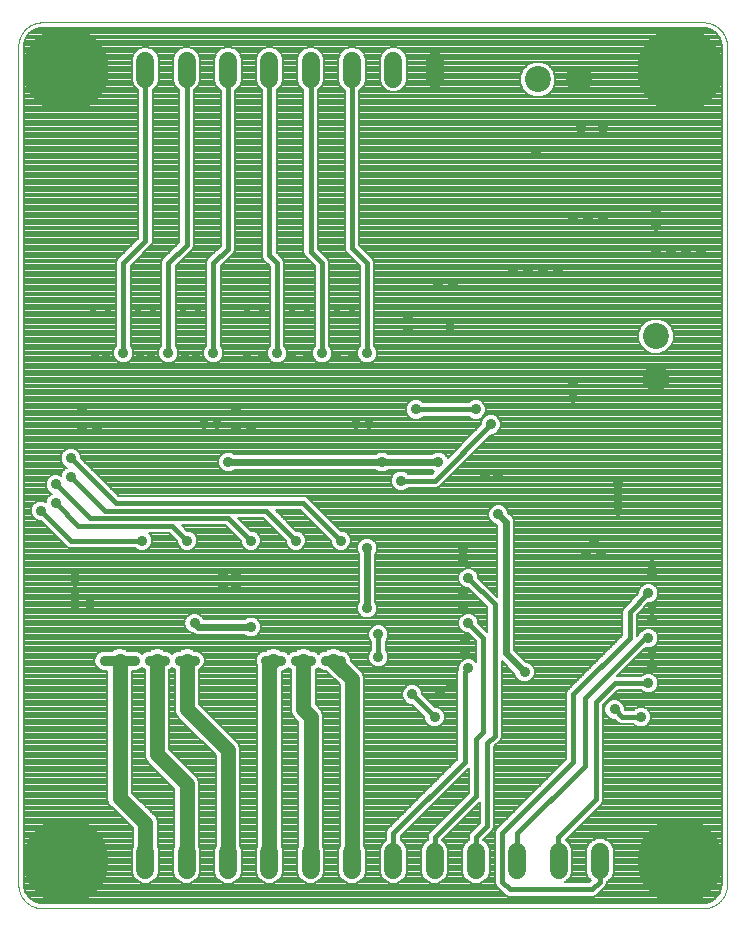
<source format=gbl>
G75*
%MOIN*%
%OFA0B0*%
%FSLAX25Y25*%
%IPPOS*%
%LPD*%
%AMOC8*
5,1,8,0,0,1.08239X$1,22.5*
%
%ADD10C,0.00400*%
%ADD11C,0.08661*%
%ADD12OC8,0.08661*%
%ADD13C,0.05937*%
%ADD14C,0.00787*%
%ADD15C,0.28346*%
%ADD16C,0.03562*%
%ADD17C,0.02775*%
%ADD18C,0.02400*%
%ADD19C,0.01600*%
%ADD20C,0.05000*%
%ADD21C,0.03200*%
D10*
X0001394Y0009268D02*
X0001394Y0288795D01*
X0001396Y0288985D01*
X0001403Y0289175D01*
X0001415Y0289365D01*
X0001431Y0289555D01*
X0001451Y0289744D01*
X0001477Y0289933D01*
X0001506Y0290121D01*
X0001541Y0290308D01*
X0001580Y0290494D01*
X0001623Y0290679D01*
X0001671Y0290864D01*
X0001723Y0291047D01*
X0001779Y0291228D01*
X0001840Y0291408D01*
X0001906Y0291587D01*
X0001975Y0291764D01*
X0002049Y0291940D01*
X0002127Y0292113D01*
X0002210Y0292285D01*
X0002296Y0292454D01*
X0002386Y0292622D01*
X0002481Y0292787D01*
X0002579Y0292950D01*
X0002682Y0293110D01*
X0002788Y0293268D01*
X0002898Y0293423D01*
X0003011Y0293576D01*
X0003129Y0293726D01*
X0003250Y0293872D01*
X0003374Y0294016D01*
X0003502Y0294157D01*
X0003633Y0294295D01*
X0003768Y0294430D01*
X0003906Y0294561D01*
X0004047Y0294689D01*
X0004191Y0294813D01*
X0004337Y0294934D01*
X0004487Y0295052D01*
X0004640Y0295165D01*
X0004795Y0295275D01*
X0004953Y0295381D01*
X0005113Y0295484D01*
X0005276Y0295582D01*
X0005441Y0295677D01*
X0005609Y0295767D01*
X0005778Y0295853D01*
X0005950Y0295936D01*
X0006123Y0296014D01*
X0006299Y0296088D01*
X0006476Y0296157D01*
X0006655Y0296223D01*
X0006835Y0296284D01*
X0007016Y0296340D01*
X0007199Y0296392D01*
X0007384Y0296440D01*
X0007569Y0296483D01*
X0007755Y0296522D01*
X0007942Y0296557D01*
X0008130Y0296586D01*
X0008319Y0296612D01*
X0008508Y0296632D01*
X0008698Y0296648D01*
X0008888Y0296660D01*
X0009078Y0296667D01*
X0009268Y0296669D01*
X0229740Y0296669D01*
X0229930Y0296667D01*
X0230120Y0296660D01*
X0230310Y0296648D01*
X0230500Y0296632D01*
X0230689Y0296612D01*
X0230878Y0296586D01*
X0231066Y0296557D01*
X0231253Y0296522D01*
X0231439Y0296483D01*
X0231624Y0296440D01*
X0231809Y0296392D01*
X0231992Y0296340D01*
X0232173Y0296284D01*
X0232353Y0296223D01*
X0232532Y0296157D01*
X0232709Y0296088D01*
X0232885Y0296014D01*
X0233058Y0295936D01*
X0233230Y0295853D01*
X0233399Y0295767D01*
X0233567Y0295677D01*
X0233732Y0295582D01*
X0233895Y0295484D01*
X0234055Y0295381D01*
X0234213Y0295275D01*
X0234368Y0295165D01*
X0234521Y0295052D01*
X0234671Y0294934D01*
X0234817Y0294813D01*
X0234961Y0294689D01*
X0235102Y0294561D01*
X0235240Y0294430D01*
X0235375Y0294295D01*
X0235506Y0294157D01*
X0235634Y0294016D01*
X0235758Y0293872D01*
X0235879Y0293726D01*
X0235997Y0293576D01*
X0236110Y0293423D01*
X0236220Y0293268D01*
X0236326Y0293110D01*
X0236429Y0292950D01*
X0236527Y0292787D01*
X0236622Y0292622D01*
X0236712Y0292454D01*
X0236798Y0292285D01*
X0236881Y0292113D01*
X0236959Y0291940D01*
X0237033Y0291764D01*
X0237102Y0291587D01*
X0237168Y0291408D01*
X0237229Y0291228D01*
X0237285Y0291047D01*
X0237337Y0290864D01*
X0237385Y0290679D01*
X0237428Y0290494D01*
X0237467Y0290308D01*
X0237502Y0290121D01*
X0237531Y0289933D01*
X0237557Y0289744D01*
X0237577Y0289555D01*
X0237593Y0289365D01*
X0237605Y0289175D01*
X0237612Y0288985D01*
X0237614Y0288795D01*
X0237614Y0009268D01*
X0237612Y0009078D01*
X0237605Y0008888D01*
X0237593Y0008698D01*
X0237577Y0008508D01*
X0237557Y0008319D01*
X0237531Y0008130D01*
X0237502Y0007942D01*
X0237467Y0007755D01*
X0237428Y0007569D01*
X0237385Y0007384D01*
X0237337Y0007199D01*
X0237285Y0007016D01*
X0237229Y0006835D01*
X0237168Y0006655D01*
X0237102Y0006476D01*
X0237033Y0006299D01*
X0236959Y0006123D01*
X0236881Y0005950D01*
X0236798Y0005778D01*
X0236712Y0005609D01*
X0236622Y0005441D01*
X0236527Y0005276D01*
X0236429Y0005113D01*
X0236326Y0004953D01*
X0236220Y0004795D01*
X0236110Y0004640D01*
X0235997Y0004487D01*
X0235879Y0004337D01*
X0235758Y0004191D01*
X0235634Y0004047D01*
X0235506Y0003906D01*
X0235375Y0003768D01*
X0235240Y0003633D01*
X0235102Y0003502D01*
X0234961Y0003374D01*
X0234817Y0003250D01*
X0234671Y0003129D01*
X0234521Y0003011D01*
X0234368Y0002898D01*
X0234213Y0002788D01*
X0234055Y0002682D01*
X0233895Y0002579D01*
X0233732Y0002481D01*
X0233567Y0002386D01*
X0233399Y0002296D01*
X0233230Y0002210D01*
X0233058Y0002127D01*
X0232885Y0002049D01*
X0232709Y0001975D01*
X0232532Y0001906D01*
X0232353Y0001840D01*
X0232173Y0001779D01*
X0231992Y0001723D01*
X0231809Y0001671D01*
X0231624Y0001623D01*
X0231439Y0001580D01*
X0231253Y0001541D01*
X0231066Y0001506D01*
X0230878Y0001477D01*
X0230689Y0001451D01*
X0230500Y0001431D01*
X0230310Y0001415D01*
X0230120Y0001403D01*
X0229930Y0001396D01*
X0229740Y0001394D01*
X0009268Y0001394D01*
X0009078Y0001396D01*
X0008888Y0001403D01*
X0008698Y0001415D01*
X0008508Y0001431D01*
X0008319Y0001451D01*
X0008130Y0001477D01*
X0007942Y0001506D01*
X0007755Y0001541D01*
X0007569Y0001580D01*
X0007384Y0001623D01*
X0007199Y0001671D01*
X0007016Y0001723D01*
X0006835Y0001779D01*
X0006655Y0001840D01*
X0006476Y0001906D01*
X0006299Y0001975D01*
X0006123Y0002049D01*
X0005950Y0002127D01*
X0005778Y0002210D01*
X0005609Y0002296D01*
X0005441Y0002386D01*
X0005276Y0002481D01*
X0005113Y0002579D01*
X0004953Y0002682D01*
X0004795Y0002788D01*
X0004640Y0002898D01*
X0004487Y0003011D01*
X0004337Y0003129D01*
X0004191Y0003250D01*
X0004047Y0003374D01*
X0003906Y0003502D01*
X0003768Y0003633D01*
X0003633Y0003768D01*
X0003502Y0003906D01*
X0003374Y0004047D01*
X0003250Y0004191D01*
X0003129Y0004337D01*
X0003011Y0004487D01*
X0002898Y0004640D01*
X0002788Y0004795D01*
X0002682Y0004953D01*
X0002579Y0005113D01*
X0002481Y0005276D01*
X0002386Y0005441D01*
X0002296Y0005609D01*
X0002210Y0005778D01*
X0002127Y0005950D01*
X0002049Y0006123D01*
X0001975Y0006299D01*
X0001906Y0006476D01*
X0001840Y0006655D01*
X0001779Y0006835D01*
X0001723Y0007016D01*
X0001671Y0007199D01*
X0001623Y0007384D01*
X0001580Y0007569D01*
X0001541Y0007755D01*
X0001506Y0007942D01*
X0001477Y0008130D01*
X0001451Y0008319D01*
X0001431Y0008508D01*
X0001415Y0008698D01*
X0001403Y0008888D01*
X0001396Y0009078D01*
X0001394Y0009268D01*
D11*
X0213894Y0192033D03*
X0174504Y0277644D03*
D12*
X0188283Y0277644D03*
X0213894Y0178254D03*
D13*
X0140173Y0277953D02*
X0140173Y0283890D01*
X0126394Y0283890D02*
X0126394Y0277953D01*
X0112614Y0277953D02*
X0112614Y0283890D01*
X0098835Y0283890D02*
X0098835Y0277953D01*
X0085055Y0277953D02*
X0085055Y0283890D01*
X0071276Y0283890D02*
X0071276Y0277953D01*
X0057496Y0277953D02*
X0057496Y0283890D01*
X0043717Y0283890D02*
X0043717Y0277953D01*
X0043717Y0020110D02*
X0043717Y0014173D01*
X0057496Y0014173D02*
X0057496Y0020110D01*
X0071276Y0020110D02*
X0071276Y0014173D01*
X0085055Y0014173D02*
X0085055Y0020110D01*
X0098835Y0020110D02*
X0098835Y0014173D01*
X0112614Y0014173D02*
X0112614Y0020110D01*
X0126394Y0020110D02*
X0126394Y0014173D01*
X0140173Y0014173D02*
X0140173Y0020110D01*
X0153953Y0020110D02*
X0153953Y0014173D01*
X0167732Y0014173D02*
X0167732Y0020110D01*
X0181512Y0020110D02*
X0181512Y0014173D01*
X0195291Y0014173D02*
X0195291Y0020110D01*
D14*
X0004968Y0004968D02*
X0003850Y0006507D01*
X0003262Y0008317D01*
X0003187Y0009268D01*
X0003187Y0288795D01*
X0003262Y0289746D01*
X0003850Y0291556D01*
X0004968Y0293095D01*
X0006507Y0294213D01*
X0008317Y0294801D01*
X0009268Y0294876D01*
X0229740Y0294876D01*
X0230691Y0294801D01*
X0232501Y0294213D01*
X0234040Y0293095D01*
X0235158Y0291556D01*
X0235746Y0289746D01*
X0235820Y0288795D01*
X0235820Y0009268D01*
X0235746Y0008317D01*
X0235158Y0006507D01*
X0234040Y0004968D01*
X0232501Y0003850D01*
X0230691Y0003262D01*
X0229740Y0003187D01*
X0009268Y0003187D01*
X0008317Y0003262D01*
X0006507Y0003850D01*
X0004968Y0004968D01*
X0004710Y0005323D02*
X0164491Y0005323D01*
X0164668Y0005250D02*
X0193120Y0005250D01*
X0194000Y0005614D01*
X0194673Y0006288D01*
X0197321Y0008935D01*
X0197685Y0009815D01*
X0197685Y0010227D01*
X0197876Y0010306D01*
X0199159Y0011589D01*
X0199854Y0013266D01*
X0199854Y0021018D01*
X0199159Y0022695D01*
X0197876Y0023978D01*
X0196199Y0024672D01*
X0194384Y0024672D01*
X0192707Y0023978D01*
X0191424Y0022695D01*
X0190729Y0021018D01*
X0190729Y0013266D01*
X0191424Y0011589D01*
X0192314Y0010699D01*
X0191652Y0010037D01*
X0183449Y0010037D01*
X0184096Y0010306D01*
X0185379Y0011589D01*
X0186074Y0013266D01*
X0186074Y0021018D01*
X0185379Y0022695D01*
X0184096Y0023978D01*
X0183787Y0024106D01*
X0183787Y0024152D01*
X0195923Y0036288D01*
X0196287Y0037168D01*
X0196287Y0069152D01*
X0201135Y0074000D01*
X0209015Y0074000D01*
X0209482Y0073533D01*
X0210722Y0073019D01*
X0212065Y0073019D01*
X0213305Y0073533D01*
X0214255Y0074482D01*
X0214768Y0075722D01*
X0214768Y0077065D01*
X0214255Y0078305D01*
X0213305Y0079255D01*
X0212065Y0079768D01*
X0210722Y0079768D01*
X0209482Y0079255D01*
X0209015Y0078787D01*
X0200923Y0078787D01*
X0210321Y0088185D01*
X0210722Y0088019D01*
X0212065Y0088019D01*
X0213305Y0088533D01*
X0214255Y0089482D01*
X0214768Y0090722D01*
X0214768Y0092065D01*
X0214255Y0093305D01*
X0213305Y0094255D01*
X0212065Y0094768D01*
X0210722Y0094768D01*
X0209482Y0094255D01*
X0208533Y0093305D01*
X0208435Y0093071D01*
X0207537Y0092173D01*
X0207537Y0099152D01*
X0211404Y0103019D01*
X0212065Y0103019D01*
X0213305Y0103533D01*
X0214255Y0104482D01*
X0214768Y0105722D01*
X0214768Y0107065D01*
X0214255Y0108305D01*
X0213305Y0109255D01*
X0212065Y0109768D01*
X0210722Y0109768D01*
X0209482Y0109255D01*
X0208533Y0108305D01*
X0208019Y0107065D01*
X0208019Y0106404D01*
X0203788Y0102173D01*
X0203114Y0101500D01*
X0202750Y0100620D01*
X0202750Y0092385D01*
X0185038Y0074673D01*
X0184364Y0074000D01*
X0184000Y0073120D01*
X0184000Y0051135D01*
X0161288Y0028423D01*
X0160614Y0027750D01*
X0160250Y0026870D01*
X0160250Y0009668D01*
X0160614Y0008788D01*
X0161288Y0008114D01*
X0163788Y0005614D01*
X0164668Y0005250D01*
X0163293Y0006109D02*
X0004139Y0006109D01*
X0003724Y0006895D02*
X0162507Y0006895D01*
X0161721Y0007681D02*
X0003469Y0007681D01*
X0003250Y0008467D02*
X0160935Y0008467D01*
X0160422Y0009253D02*
X0003189Y0009253D01*
X0003187Y0010039D02*
X0041776Y0010039D01*
X0041132Y0010306D02*
X0042809Y0009611D01*
X0044624Y0009611D01*
X0046301Y0010306D01*
X0047584Y0011589D01*
X0048279Y0013266D01*
X0048279Y0021018D01*
X0047810Y0022149D01*
X0047810Y0030510D01*
X0047187Y0032015D01*
X0039237Y0039964D01*
X0039237Y0080616D01*
X0039472Y0080519D01*
X0040815Y0080519D01*
X0042055Y0081033D01*
X0042644Y0081621D01*
X0043232Y0081033D01*
X0043550Y0080901D01*
X0043550Y0051829D01*
X0044173Y0050325D01*
X0045325Y0049173D01*
X0053402Y0041096D01*
X0053402Y0022149D01*
X0052934Y0021018D01*
X0052934Y0013266D01*
X0053628Y0011589D01*
X0054912Y0010306D01*
X0056589Y0009611D01*
X0058404Y0009611D01*
X0060080Y0010306D01*
X0061364Y0011589D01*
X0062058Y0013266D01*
X0062058Y0021018D01*
X0061590Y0022149D01*
X0061590Y0043606D01*
X0060967Y0045110D01*
X0051737Y0054339D01*
X0051737Y0080901D01*
X0052055Y0081033D01*
X0052644Y0081621D01*
X0053232Y0081033D01*
X0053550Y0080901D01*
X0053550Y0066829D01*
X0054173Y0065325D01*
X0055325Y0064173D01*
X0067182Y0052316D01*
X0067182Y0022149D01*
X0066713Y0021018D01*
X0066713Y0013266D01*
X0067408Y0011589D01*
X0068691Y0010306D01*
X0070368Y0009611D01*
X0072183Y0009611D01*
X0073860Y0010306D01*
X0075143Y0011589D01*
X0075838Y0013266D01*
X0075838Y0021018D01*
X0075369Y0022149D01*
X0075369Y0054826D01*
X0074746Y0056331D01*
X0061737Y0069339D01*
X0061737Y0080901D01*
X0062055Y0081033D01*
X0063005Y0081982D01*
X0063518Y0083222D01*
X0063518Y0084565D01*
X0063005Y0085805D01*
X0062055Y0086755D01*
X0060815Y0087268D01*
X0060058Y0087268D01*
X0059963Y0087364D01*
X0058458Y0087987D01*
X0056829Y0087987D01*
X0055325Y0087364D01*
X0055229Y0087268D01*
X0054472Y0087268D01*
X0053232Y0086755D01*
X0052644Y0086166D01*
X0052055Y0086755D01*
X0050815Y0087268D01*
X0050058Y0087268D01*
X0049963Y0087364D01*
X0048458Y0087987D01*
X0046829Y0087987D01*
X0045325Y0087364D01*
X0045229Y0087268D01*
X0044472Y0087268D01*
X0043232Y0086755D01*
X0042644Y0086166D01*
X0042055Y0086755D01*
X0040815Y0087268D01*
X0039472Y0087268D01*
X0039035Y0087087D01*
X0037739Y0087087D01*
X0037463Y0087364D01*
X0035958Y0087987D01*
X0034329Y0087987D01*
X0032825Y0087364D01*
X0032548Y0087087D01*
X0031252Y0087087D01*
X0030815Y0087268D01*
X0029472Y0087268D01*
X0028232Y0086755D01*
X0027283Y0085805D01*
X0026769Y0084565D01*
X0026769Y0083222D01*
X0027283Y0081982D01*
X0028232Y0081033D01*
X0029472Y0080519D01*
X0030815Y0080519D01*
X0031050Y0080616D01*
X0031050Y0037454D01*
X0031673Y0035950D01*
X0032825Y0034798D01*
X0039623Y0028000D01*
X0039623Y0022149D01*
X0039154Y0021018D01*
X0039154Y0013266D01*
X0039849Y0011589D01*
X0041132Y0010306D01*
X0040613Y0010825D02*
X0003187Y0010825D01*
X0003187Y0011611D02*
X0039840Y0011611D01*
X0039514Y0012396D02*
X0003187Y0012396D01*
X0003187Y0013182D02*
X0039189Y0013182D01*
X0039154Y0013968D02*
X0003187Y0013968D01*
X0003187Y0014754D02*
X0039154Y0014754D01*
X0039154Y0015540D02*
X0003187Y0015540D01*
X0003187Y0016326D02*
X0039154Y0016326D01*
X0039154Y0017112D02*
X0003187Y0017112D01*
X0003187Y0017898D02*
X0039154Y0017898D01*
X0039154Y0018684D02*
X0003187Y0018684D01*
X0003187Y0019470D02*
X0039154Y0019470D01*
X0039154Y0020256D02*
X0003187Y0020256D01*
X0003187Y0021042D02*
X0039164Y0021042D01*
X0039490Y0021827D02*
X0003187Y0021827D01*
X0003187Y0022613D02*
X0039623Y0022613D01*
X0039623Y0023399D02*
X0003187Y0023399D01*
X0003187Y0024185D02*
X0039623Y0024185D01*
X0039623Y0024971D02*
X0003187Y0024971D01*
X0003187Y0025757D02*
X0039623Y0025757D01*
X0039623Y0026543D02*
X0003187Y0026543D01*
X0003187Y0027329D02*
X0039623Y0027329D01*
X0039508Y0028115D02*
X0003187Y0028115D01*
X0003187Y0028901D02*
X0038722Y0028901D01*
X0037936Y0029687D02*
X0003187Y0029687D01*
X0003187Y0030472D02*
X0037151Y0030472D01*
X0036365Y0031258D02*
X0003187Y0031258D01*
X0003187Y0032044D02*
X0035579Y0032044D01*
X0034793Y0032830D02*
X0003187Y0032830D01*
X0003187Y0033616D02*
X0034007Y0033616D01*
X0033221Y0034402D02*
X0003187Y0034402D01*
X0003187Y0035188D02*
X0032435Y0035188D01*
X0031663Y0035974D02*
X0003187Y0035974D01*
X0003187Y0036760D02*
X0031338Y0036760D01*
X0031050Y0037546D02*
X0003187Y0037546D01*
X0003187Y0038332D02*
X0031050Y0038332D01*
X0031050Y0039118D02*
X0003187Y0039118D01*
X0003187Y0039903D02*
X0031050Y0039903D01*
X0031050Y0040689D02*
X0003187Y0040689D01*
X0003187Y0041475D02*
X0031050Y0041475D01*
X0031050Y0042261D02*
X0003187Y0042261D01*
X0003187Y0043047D02*
X0031050Y0043047D01*
X0031050Y0043833D02*
X0003187Y0043833D01*
X0003187Y0044619D02*
X0031050Y0044619D01*
X0031050Y0045405D02*
X0003187Y0045405D01*
X0003187Y0046191D02*
X0031050Y0046191D01*
X0031050Y0046977D02*
X0003187Y0046977D01*
X0003187Y0047763D02*
X0031050Y0047763D01*
X0031050Y0048548D02*
X0003187Y0048548D01*
X0003187Y0049334D02*
X0031050Y0049334D01*
X0031050Y0050120D02*
X0003187Y0050120D01*
X0003187Y0050906D02*
X0031050Y0050906D01*
X0031050Y0051692D02*
X0003187Y0051692D01*
X0003187Y0052478D02*
X0031050Y0052478D01*
X0031050Y0053264D02*
X0003187Y0053264D01*
X0003187Y0054050D02*
X0031050Y0054050D01*
X0031050Y0054836D02*
X0003187Y0054836D01*
X0003187Y0055622D02*
X0031050Y0055622D01*
X0031050Y0056408D02*
X0003187Y0056408D01*
X0003187Y0057194D02*
X0031050Y0057194D01*
X0031050Y0057979D02*
X0003187Y0057979D01*
X0003187Y0058765D02*
X0031050Y0058765D01*
X0031050Y0059551D02*
X0003187Y0059551D01*
X0003187Y0060337D02*
X0031050Y0060337D01*
X0031050Y0061123D02*
X0003187Y0061123D01*
X0003187Y0061909D02*
X0031050Y0061909D01*
X0031050Y0062695D02*
X0003187Y0062695D01*
X0003187Y0063481D02*
X0031050Y0063481D01*
X0031050Y0064267D02*
X0003187Y0064267D01*
X0003187Y0065053D02*
X0031050Y0065053D01*
X0031050Y0065839D02*
X0003187Y0065839D01*
X0003187Y0066624D02*
X0031050Y0066624D01*
X0031050Y0067410D02*
X0003187Y0067410D01*
X0003187Y0068196D02*
X0031050Y0068196D01*
X0031050Y0068982D02*
X0003187Y0068982D01*
X0003187Y0069768D02*
X0031050Y0069768D01*
X0031050Y0070554D02*
X0003187Y0070554D01*
X0003187Y0071340D02*
X0031050Y0071340D01*
X0031050Y0072126D02*
X0003187Y0072126D01*
X0003187Y0072912D02*
X0031050Y0072912D01*
X0031050Y0073698D02*
X0003187Y0073698D01*
X0003187Y0074484D02*
X0031050Y0074484D01*
X0031050Y0075270D02*
X0003187Y0075270D01*
X0003187Y0076055D02*
X0031050Y0076055D01*
X0031050Y0076841D02*
X0003187Y0076841D01*
X0003187Y0077627D02*
X0031050Y0077627D01*
X0031050Y0078413D02*
X0003187Y0078413D01*
X0003187Y0079199D02*
X0031050Y0079199D01*
X0031050Y0079985D02*
X0003187Y0079985D01*
X0003187Y0080771D02*
X0028864Y0080771D01*
X0027708Y0081557D02*
X0003187Y0081557D01*
X0003187Y0082343D02*
X0027133Y0082343D01*
X0026808Y0083129D02*
X0003187Y0083129D01*
X0003187Y0083915D02*
X0026769Y0083915D01*
X0026825Y0084700D02*
X0003187Y0084700D01*
X0003187Y0085486D02*
X0027151Y0085486D01*
X0027750Y0086272D02*
X0003187Y0086272D01*
X0003187Y0087058D02*
X0028965Y0087058D01*
X0033984Y0087844D02*
X0003187Y0087844D01*
X0003187Y0088630D02*
X0119000Y0088630D01*
X0119000Y0087844D02*
X0107554Y0087844D01*
X0107208Y0087987D02*
X0105579Y0087987D01*
X0104075Y0087364D01*
X0103979Y0087268D01*
X0103222Y0087268D01*
X0101982Y0086755D01*
X0101394Y0086166D01*
X0100805Y0086755D01*
X0099565Y0087268D01*
X0098808Y0087268D01*
X0098713Y0087364D01*
X0097208Y0087987D01*
X0095579Y0087987D01*
X0094075Y0087364D01*
X0093979Y0087268D01*
X0093222Y0087268D01*
X0091982Y0086755D01*
X0091394Y0086166D01*
X0090805Y0086755D01*
X0089565Y0087268D01*
X0088808Y0087268D01*
X0088713Y0087364D01*
X0087208Y0087987D01*
X0085579Y0087987D01*
X0084075Y0087364D01*
X0083979Y0087268D01*
X0083222Y0087268D01*
X0081982Y0086755D01*
X0081033Y0085805D01*
X0080519Y0084565D01*
X0080519Y0083222D01*
X0080961Y0082154D01*
X0080961Y0022149D01*
X0080493Y0021018D01*
X0080493Y0013266D01*
X0081187Y0011589D01*
X0082471Y0010306D01*
X0084148Y0009611D01*
X0085963Y0009611D01*
X0087639Y0010306D01*
X0088923Y0011589D01*
X0089617Y0013266D01*
X0089617Y0021018D01*
X0089149Y0022149D01*
X0089149Y0080519D01*
X0089565Y0080519D01*
X0090805Y0081033D01*
X0091394Y0081621D01*
X0091982Y0081033D01*
X0092300Y0080901D01*
X0092300Y0066829D01*
X0092923Y0065325D01*
X0094075Y0064173D01*
X0094741Y0063507D01*
X0094741Y0022149D01*
X0094272Y0021018D01*
X0094272Y0013266D01*
X0094967Y0011589D01*
X0096250Y0010306D01*
X0097927Y0009611D01*
X0099742Y0009611D01*
X0101419Y0010306D01*
X0102702Y0011589D01*
X0103397Y0013266D01*
X0103397Y0021018D01*
X0102928Y0022149D01*
X0102928Y0066017D01*
X0102305Y0067522D01*
X0100487Y0069339D01*
X0100487Y0080901D01*
X0100805Y0081033D01*
X0101394Y0081621D01*
X0101982Y0081033D01*
X0103222Y0080519D01*
X0103979Y0080519D01*
X0108520Y0075978D01*
X0108520Y0022149D01*
X0108052Y0021018D01*
X0108052Y0013266D01*
X0108747Y0011589D01*
X0110030Y0010306D01*
X0111707Y0009611D01*
X0113522Y0009611D01*
X0115198Y0010306D01*
X0116482Y0011589D01*
X0117176Y0013266D01*
X0117176Y0021018D01*
X0116708Y0022149D01*
X0116708Y0078488D01*
X0116085Y0079992D01*
X0112268Y0083808D01*
X0112268Y0084565D01*
X0111755Y0085805D01*
X0110805Y0086755D01*
X0109565Y0087268D01*
X0108808Y0087268D01*
X0108713Y0087364D01*
X0107208Y0087987D01*
X0105234Y0087844D02*
X0097554Y0087844D01*
X0095234Y0087844D02*
X0087554Y0087844D01*
X0085234Y0087844D02*
X0058804Y0087844D01*
X0056484Y0087844D02*
X0048804Y0087844D01*
X0046484Y0087844D02*
X0036304Y0087844D01*
X0041323Y0087058D02*
X0043965Y0087058D01*
X0042750Y0086272D02*
X0042538Y0086272D01*
X0042579Y0081557D02*
X0042708Y0081557D01*
X0043550Y0080771D02*
X0041423Y0080771D01*
X0043550Y0079985D02*
X0039237Y0079985D01*
X0039237Y0079199D02*
X0043550Y0079199D01*
X0043550Y0078413D02*
X0039237Y0078413D01*
X0039237Y0077627D02*
X0043550Y0077627D01*
X0043550Y0076841D02*
X0039237Y0076841D01*
X0039237Y0076055D02*
X0043550Y0076055D01*
X0043550Y0075270D02*
X0039237Y0075270D01*
X0039237Y0074484D02*
X0043550Y0074484D01*
X0043550Y0073698D02*
X0039237Y0073698D01*
X0039237Y0072912D02*
X0043550Y0072912D01*
X0043550Y0072126D02*
X0039237Y0072126D01*
X0039237Y0071340D02*
X0043550Y0071340D01*
X0043550Y0070554D02*
X0039237Y0070554D01*
X0039237Y0069768D02*
X0043550Y0069768D01*
X0043550Y0068982D02*
X0039237Y0068982D01*
X0039237Y0068196D02*
X0043550Y0068196D01*
X0043550Y0067410D02*
X0039237Y0067410D01*
X0039237Y0066624D02*
X0043550Y0066624D01*
X0043550Y0065839D02*
X0039237Y0065839D01*
X0039237Y0065053D02*
X0043550Y0065053D01*
X0043550Y0064267D02*
X0039237Y0064267D01*
X0039237Y0063481D02*
X0043550Y0063481D01*
X0043550Y0062695D02*
X0039237Y0062695D01*
X0039237Y0061909D02*
X0043550Y0061909D01*
X0043550Y0061123D02*
X0039237Y0061123D01*
X0039237Y0060337D02*
X0043550Y0060337D01*
X0043550Y0059551D02*
X0039237Y0059551D01*
X0039237Y0058765D02*
X0043550Y0058765D01*
X0043550Y0057979D02*
X0039237Y0057979D01*
X0039237Y0057194D02*
X0043550Y0057194D01*
X0043550Y0056408D02*
X0039237Y0056408D01*
X0039237Y0055622D02*
X0043550Y0055622D01*
X0043550Y0054836D02*
X0039237Y0054836D01*
X0039237Y0054050D02*
X0043550Y0054050D01*
X0043550Y0053264D02*
X0039237Y0053264D01*
X0039237Y0052478D02*
X0043550Y0052478D01*
X0043607Y0051692D02*
X0039237Y0051692D01*
X0039237Y0050906D02*
X0043932Y0050906D01*
X0044378Y0050120D02*
X0039237Y0050120D01*
X0039237Y0049334D02*
X0045164Y0049334D01*
X0045950Y0048548D02*
X0039237Y0048548D01*
X0039237Y0047763D02*
X0046735Y0047763D01*
X0047521Y0046977D02*
X0039237Y0046977D01*
X0039237Y0046191D02*
X0048307Y0046191D01*
X0049093Y0045405D02*
X0039237Y0045405D01*
X0039237Y0044619D02*
X0049879Y0044619D01*
X0050665Y0043833D02*
X0039237Y0043833D01*
X0039237Y0043047D02*
X0051451Y0043047D01*
X0052237Y0042261D02*
X0039237Y0042261D01*
X0039237Y0041475D02*
X0053023Y0041475D01*
X0053402Y0040689D02*
X0039237Y0040689D01*
X0039298Y0039903D02*
X0053402Y0039903D01*
X0053402Y0039118D02*
X0040084Y0039118D01*
X0040870Y0038332D02*
X0053402Y0038332D01*
X0053402Y0037546D02*
X0041656Y0037546D01*
X0042442Y0036760D02*
X0053402Y0036760D01*
X0053402Y0035974D02*
X0043228Y0035974D01*
X0044014Y0035188D02*
X0053402Y0035188D01*
X0053402Y0034402D02*
X0044800Y0034402D01*
X0045586Y0033616D02*
X0053402Y0033616D01*
X0053402Y0032830D02*
X0046372Y0032830D01*
X0047157Y0032044D02*
X0053402Y0032044D01*
X0053402Y0031258D02*
X0047500Y0031258D01*
X0047810Y0030472D02*
X0053402Y0030472D01*
X0053402Y0029687D02*
X0047810Y0029687D01*
X0047810Y0028901D02*
X0053402Y0028901D01*
X0053402Y0028115D02*
X0047810Y0028115D01*
X0047810Y0027329D02*
X0053402Y0027329D01*
X0053402Y0026543D02*
X0047810Y0026543D01*
X0047810Y0025757D02*
X0053402Y0025757D01*
X0053402Y0024971D02*
X0047810Y0024971D01*
X0047810Y0024185D02*
X0053402Y0024185D01*
X0053402Y0023399D02*
X0047810Y0023399D01*
X0047810Y0022613D02*
X0053402Y0022613D01*
X0053269Y0021827D02*
X0047943Y0021827D01*
X0048269Y0021042D02*
X0052944Y0021042D01*
X0052934Y0020256D02*
X0048279Y0020256D01*
X0048279Y0019470D02*
X0052934Y0019470D01*
X0052934Y0018684D02*
X0048279Y0018684D01*
X0048279Y0017898D02*
X0052934Y0017898D01*
X0052934Y0017112D02*
X0048279Y0017112D01*
X0048279Y0016326D02*
X0052934Y0016326D01*
X0052934Y0015540D02*
X0048279Y0015540D01*
X0048279Y0014754D02*
X0052934Y0014754D01*
X0052934Y0013968D02*
X0048279Y0013968D01*
X0048244Y0013182D02*
X0052968Y0013182D01*
X0053294Y0012396D02*
X0047919Y0012396D01*
X0047593Y0011611D02*
X0053619Y0011611D01*
X0054393Y0010825D02*
X0046820Y0010825D01*
X0045657Y0010039D02*
X0055556Y0010039D01*
X0059436Y0010039D02*
X0069335Y0010039D01*
X0068172Y0010825D02*
X0060599Y0010825D01*
X0061373Y0011611D02*
X0067399Y0011611D01*
X0067073Y0012396D02*
X0061698Y0012396D01*
X0062024Y0013182D02*
X0066748Y0013182D01*
X0066713Y0013968D02*
X0062058Y0013968D01*
X0062058Y0014754D02*
X0066713Y0014754D01*
X0066713Y0015540D02*
X0062058Y0015540D01*
X0062058Y0016326D02*
X0066713Y0016326D01*
X0066713Y0017112D02*
X0062058Y0017112D01*
X0062058Y0017898D02*
X0066713Y0017898D01*
X0066713Y0018684D02*
X0062058Y0018684D01*
X0062058Y0019470D02*
X0066713Y0019470D01*
X0066713Y0020256D02*
X0062058Y0020256D01*
X0062048Y0021042D02*
X0066723Y0021042D01*
X0067049Y0021827D02*
X0061723Y0021827D01*
X0061590Y0022613D02*
X0067182Y0022613D01*
X0067182Y0023399D02*
X0061590Y0023399D01*
X0061590Y0024185D02*
X0067182Y0024185D01*
X0067182Y0024971D02*
X0061590Y0024971D01*
X0061590Y0025757D02*
X0067182Y0025757D01*
X0067182Y0026543D02*
X0061590Y0026543D01*
X0061590Y0027329D02*
X0067182Y0027329D01*
X0067182Y0028115D02*
X0061590Y0028115D01*
X0061590Y0028901D02*
X0067182Y0028901D01*
X0067182Y0029687D02*
X0061590Y0029687D01*
X0061590Y0030472D02*
X0067182Y0030472D01*
X0067182Y0031258D02*
X0061590Y0031258D01*
X0061590Y0032044D02*
X0067182Y0032044D01*
X0067182Y0032830D02*
X0061590Y0032830D01*
X0061590Y0033616D02*
X0067182Y0033616D01*
X0067182Y0034402D02*
X0061590Y0034402D01*
X0061590Y0035188D02*
X0067182Y0035188D01*
X0067182Y0035974D02*
X0061590Y0035974D01*
X0061590Y0036760D02*
X0067182Y0036760D01*
X0067182Y0037546D02*
X0061590Y0037546D01*
X0061590Y0038332D02*
X0067182Y0038332D01*
X0067182Y0039118D02*
X0061590Y0039118D01*
X0061590Y0039903D02*
X0067182Y0039903D01*
X0067182Y0040689D02*
X0061590Y0040689D01*
X0061590Y0041475D02*
X0067182Y0041475D01*
X0067182Y0042261D02*
X0061590Y0042261D01*
X0061590Y0043047D02*
X0067182Y0043047D01*
X0067182Y0043833D02*
X0061496Y0043833D01*
X0061170Y0044619D02*
X0067182Y0044619D01*
X0067182Y0045405D02*
X0060672Y0045405D01*
X0059886Y0046191D02*
X0067182Y0046191D01*
X0067182Y0046977D02*
X0059100Y0046977D01*
X0058314Y0047763D02*
X0067182Y0047763D01*
X0067182Y0048548D02*
X0057528Y0048548D01*
X0056742Y0049334D02*
X0067182Y0049334D01*
X0067182Y0050120D02*
X0055956Y0050120D01*
X0055171Y0050906D02*
X0067182Y0050906D01*
X0067182Y0051692D02*
X0054385Y0051692D01*
X0053599Y0052478D02*
X0067020Y0052478D01*
X0066234Y0053264D02*
X0052813Y0053264D01*
X0052027Y0054050D02*
X0065448Y0054050D01*
X0064662Y0054836D02*
X0051737Y0054836D01*
X0051737Y0055622D02*
X0063876Y0055622D01*
X0063090Y0056408D02*
X0051737Y0056408D01*
X0051737Y0057194D02*
X0062305Y0057194D01*
X0061519Y0057979D02*
X0051737Y0057979D01*
X0051737Y0058765D02*
X0060733Y0058765D01*
X0059947Y0059551D02*
X0051737Y0059551D01*
X0051737Y0060337D02*
X0059161Y0060337D01*
X0058375Y0061123D02*
X0051737Y0061123D01*
X0051737Y0061909D02*
X0057589Y0061909D01*
X0056803Y0062695D02*
X0051737Y0062695D01*
X0051737Y0063481D02*
X0056017Y0063481D01*
X0055231Y0064267D02*
X0051737Y0064267D01*
X0051737Y0065053D02*
X0054445Y0065053D01*
X0053960Y0065839D02*
X0051737Y0065839D01*
X0051737Y0066624D02*
X0053635Y0066624D01*
X0053550Y0067410D02*
X0051737Y0067410D01*
X0051737Y0068196D02*
X0053550Y0068196D01*
X0053550Y0068982D02*
X0051737Y0068982D01*
X0051737Y0069768D02*
X0053550Y0069768D01*
X0053550Y0070554D02*
X0051737Y0070554D01*
X0051737Y0071340D02*
X0053550Y0071340D01*
X0053550Y0072126D02*
X0051737Y0072126D01*
X0051737Y0072912D02*
X0053550Y0072912D01*
X0053550Y0073698D02*
X0051737Y0073698D01*
X0051737Y0074484D02*
X0053550Y0074484D01*
X0053550Y0075270D02*
X0051737Y0075270D01*
X0051737Y0076055D02*
X0053550Y0076055D01*
X0053550Y0076841D02*
X0051737Y0076841D01*
X0051737Y0077627D02*
X0053550Y0077627D01*
X0053550Y0078413D02*
X0051737Y0078413D01*
X0051737Y0079199D02*
X0053550Y0079199D01*
X0053550Y0079985D02*
X0051737Y0079985D01*
X0051737Y0080771D02*
X0053550Y0080771D01*
X0052708Y0081557D02*
X0052580Y0081557D01*
X0052538Y0086272D02*
X0052750Y0086272D01*
X0053965Y0087058D02*
X0051323Y0087058D01*
X0058232Y0093533D02*
X0059472Y0093019D01*
X0059568Y0093019D01*
X0059811Y0092775D01*
X0060838Y0092350D01*
X0076915Y0092350D01*
X0076982Y0092283D01*
X0078222Y0091769D01*
X0079565Y0091769D01*
X0080805Y0092283D01*
X0081755Y0093232D01*
X0082268Y0094472D01*
X0082268Y0095815D01*
X0081755Y0097055D01*
X0080805Y0098005D01*
X0079565Y0098518D01*
X0078222Y0098518D01*
X0076982Y0098005D01*
X0076915Y0097937D01*
X0063157Y0097937D01*
X0063005Y0098305D01*
X0062055Y0099255D01*
X0060815Y0099768D01*
X0059472Y0099768D01*
X0058232Y0099255D01*
X0057283Y0098305D01*
X0056769Y0097065D01*
X0056769Y0095722D01*
X0057283Y0094482D01*
X0058232Y0093533D01*
X0058684Y0093346D02*
X0003187Y0093346D01*
X0003187Y0094131D02*
X0057633Y0094131D01*
X0057102Y0094917D02*
X0003187Y0094917D01*
X0003187Y0095703D02*
X0056777Y0095703D01*
X0056769Y0096489D02*
X0003187Y0096489D01*
X0003187Y0097275D02*
X0056856Y0097275D01*
X0057181Y0098061D02*
X0003187Y0098061D01*
X0003187Y0098847D02*
X0057824Y0098847D01*
X0059145Y0099633D02*
X0003187Y0099633D01*
X0003187Y0100419D02*
X0114395Y0100419D01*
X0114269Y0100722D02*
X0114783Y0099482D01*
X0115732Y0098533D01*
X0116972Y0098019D01*
X0118315Y0098019D01*
X0119555Y0098533D01*
X0120505Y0099482D01*
X0121018Y0100722D01*
X0121018Y0102065D01*
X0120505Y0103305D01*
X0120437Y0103373D01*
X0120437Y0119415D01*
X0120505Y0119482D01*
X0121018Y0120722D01*
X0121018Y0122065D01*
X0120505Y0123305D01*
X0119555Y0124255D01*
X0118315Y0124768D01*
X0116972Y0124768D01*
X0115732Y0124255D01*
X0114783Y0123305D01*
X0114269Y0122065D01*
X0114269Y0120722D01*
X0114783Y0119482D01*
X0114850Y0119415D01*
X0114850Y0103373D01*
X0114783Y0103305D01*
X0114269Y0102065D01*
X0114269Y0100722D01*
X0114269Y0101205D02*
X0003187Y0101205D01*
X0003187Y0101991D02*
X0114269Y0101991D01*
X0114564Y0102776D02*
X0003187Y0102776D01*
X0003187Y0103562D02*
X0114850Y0103562D01*
X0114850Y0104348D02*
X0003187Y0104348D01*
X0003187Y0105134D02*
X0114850Y0105134D01*
X0114850Y0105920D02*
X0003187Y0105920D01*
X0003187Y0106706D02*
X0114850Y0106706D01*
X0114850Y0107492D02*
X0003187Y0107492D01*
X0003187Y0108278D02*
X0114850Y0108278D01*
X0114850Y0109064D02*
X0003187Y0109064D01*
X0003187Y0109850D02*
X0114850Y0109850D01*
X0114850Y0110636D02*
X0003187Y0110636D01*
X0003187Y0111422D02*
X0114850Y0111422D01*
X0114850Y0112207D02*
X0003187Y0112207D01*
X0003187Y0112993D02*
X0114850Y0112993D01*
X0114850Y0113779D02*
X0003187Y0113779D01*
X0003187Y0114565D02*
X0114850Y0114565D01*
X0114850Y0115351D02*
X0003187Y0115351D01*
X0003187Y0116137D02*
X0114850Y0116137D01*
X0114850Y0116923D02*
X0003187Y0116923D01*
X0003187Y0117709D02*
X0114850Y0117709D01*
X0114850Y0118495D02*
X0003187Y0118495D01*
X0003187Y0119281D02*
X0114850Y0119281D01*
X0114541Y0120067D02*
X0003187Y0120067D01*
X0003187Y0120852D02*
X0041167Y0120852D01*
X0040732Y0121033D02*
X0041972Y0120519D01*
X0043315Y0120519D01*
X0044555Y0121033D01*
X0045505Y0121982D01*
X0046018Y0123222D01*
X0046018Y0124565D01*
X0045505Y0125805D01*
X0044810Y0126500D01*
X0051652Y0126500D01*
X0054269Y0123883D01*
X0054269Y0123222D01*
X0054783Y0121982D01*
X0055732Y0121033D01*
X0056972Y0120519D01*
X0058315Y0120519D01*
X0059555Y0121033D01*
X0060505Y0121982D01*
X0061018Y0123222D01*
X0061018Y0124565D01*
X0060505Y0125805D01*
X0059555Y0126755D01*
X0058315Y0127268D01*
X0057654Y0127268D01*
X0055923Y0129000D01*
X0070402Y0129000D01*
X0075519Y0123883D01*
X0075519Y0123222D01*
X0076033Y0121982D01*
X0076982Y0121033D01*
X0078222Y0120519D01*
X0079565Y0120519D01*
X0080805Y0121033D01*
X0081755Y0121982D01*
X0082268Y0123222D01*
X0082268Y0124565D01*
X0081755Y0125805D01*
X0080805Y0126755D01*
X0079565Y0127268D01*
X0078904Y0127268D01*
X0074673Y0131500D01*
X0082902Y0131500D01*
X0090519Y0123883D01*
X0090519Y0123222D01*
X0091033Y0121982D01*
X0091982Y0121033D01*
X0093222Y0120519D01*
X0094565Y0120519D01*
X0095805Y0121033D01*
X0096755Y0121982D01*
X0097268Y0123222D01*
X0097268Y0124565D01*
X0096755Y0125805D01*
X0095805Y0126755D01*
X0094565Y0127268D01*
X0093904Y0127268D01*
X0087173Y0134000D01*
X0095402Y0134000D01*
X0105519Y0123883D01*
X0105519Y0123222D01*
X0106033Y0121982D01*
X0106982Y0121033D01*
X0108222Y0120519D01*
X0109565Y0120519D01*
X0110805Y0121033D01*
X0111755Y0121982D01*
X0112268Y0123222D01*
X0112268Y0124565D01*
X0111755Y0125805D01*
X0110805Y0126755D01*
X0109565Y0127268D01*
X0108904Y0127268D01*
X0097750Y0138423D01*
X0096870Y0138787D01*
X0034885Y0138787D01*
X0022268Y0151404D01*
X0022268Y0152065D01*
X0021755Y0153305D01*
X0020805Y0154255D01*
X0019565Y0154768D01*
X0018222Y0154768D01*
X0016982Y0154255D01*
X0016033Y0153305D01*
X0015519Y0152065D01*
X0015519Y0150722D01*
X0016033Y0149482D01*
X0016982Y0148533D01*
X0017619Y0148269D01*
X0016982Y0148005D01*
X0016033Y0147055D01*
X0015519Y0145815D01*
X0015519Y0145623D01*
X0014565Y0146018D01*
X0013222Y0146018D01*
X0011982Y0145505D01*
X0011033Y0144555D01*
X0010519Y0143315D01*
X0010519Y0141972D01*
X0011033Y0140732D01*
X0011982Y0139783D01*
X0012619Y0139519D01*
X0011982Y0139255D01*
X0011033Y0138305D01*
X0010519Y0137065D01*
X0010519Y0136873D01*
X0009565Y0137268D01*
X0008222Y0137268D01*
X0006982Y0136755D01*
X0006033Y0135805D01*
X0005519Y0134565D01*
X0005519Y0133222D01*
X0006033Y0131982D01*
X0006982Y0131033D01*
X0008222Y0130519D01*
X0008883Y0130519D01*
X0016864Y0122538D01*
X0017538Y0121864D01*
X0018418Y0121500D01*
X0040265Y0121500D01*
X0040732Y0121033D01*
X0044120Y0120852D02*
X0056167Y0120852D01*
X0055126Y0121638D02*
X0045161Y0121638D01*
X0045688Y0122424D02*
X0054599Y0122424D01*
X0054274Y0123210D02*
X0046013Y0123210D01*
X0046018Y0123996D02*
X0054156Y0123996D01*
X0053370Y0124782D02*
X0045929Y0124782D01*
X0045603Y0125568D02*
X0052584Y0125568D01*
X0051798Y0126354D02*
X0044956Y0126354D01*
X0056211Y0128712D02*
X0070691Y0128712D01*
X0071477Y0127926D02*
X0056997Y0127926D01*
X0058626Y0127140D02*
X0072262Y0127140D01*
X0073048Y0126354D02*
X0059956Y0126354D01*
X0060603Y0125568D02*
X0073834Y0125568D01*
X0074620Y0124782D02*
X0060929Y0124782D01*
X0061018Y0123996D02*
X0075406Y0123996D01*
X0075524Y0123210D02*
X0061013Y0123210D01*
X0060688Y0122424D02*
X0075849Y0122424D01*
X0076376Y0121638D02*
X0060161Y0121638D01*
X0059120Y0120852D02*
X0077417Y0120852D01*
X0080370Y0120852D02*
X0092417Y0120852D01*
X0091376Y0121638D02*
X0081411Y0121638D01*
X0081938Y0122424D02*
X0090849Y0122424D01*
X0090524Y0123210D02*
X0082263Y0123210D01*
X0082268Y0123996D02*
X0090406Y0123996D01*
X0089620Y0124782D02*
X0082179Y0124782D01*
X0081853Y0125568D02*
X0088834Y0125568D01*
X0088048Y0126354D02*
X0081206Y0126354D01*
X0079876Y0127140D02*
X0087262Y0127140D01*
X0086477Y0127926D02*
X0078247Y0127926D01*
X0077461Y0128712D02*
X0085691Y0128712D01*
X0084905Y0129498D02*
X0076675Y0129498D01*
X0075889Y0130283D02*
X0084119Y0130283D01*
X0083333Y0131069D02*
X0075103Y0131069D01*
X0087746Y0133427D02*
X0095975Y0133427D01*
X0096761Y0132641D02*
X0088531Y0132641D01*
X0089317Y0131855D02*
X0097547Y0131855D01*
X0098333Y0131069D02*
X0090103Y0131069D01*
X0090889Y0130283D02*
X0099119Y0130283D01*
X0099905Y0129498D02*
X0091675Y0129498D01*
X0092461Y0128712D02*
X0100691Y0128712D01*
X0101477Y0127926D02*
X0093247Y0127926D01*
X0094876Y0127140D02*
X0102262Y0127140D01*
X0103048Y0126354D02*
X0096206Y0126354D01*
X0096853Y0125568D02*
X0103834Y0125568D01*
X0104620Y0124782D02*
X0097179Y0124782D01*
X0097268Y0123996D02*
X0105406Y0123996D01*
X0105524Y0123210D02*
X0097263Y0123210D01*
X0096938Y0122424D02*
X0105849Y0122424D01*
X0106376Y0121638D02*
X0096411Y0121638D01*
X0095370Y0120852D02*
X0107417Y0120852D01*
X0110370Y0120852D02*
X0114269Y0120852D01*
X0114269Y0121638D02*
X0111411Y0121638D01*
X0111938Y0122424D02*
X0114418Y0122424D01*
X0114743Y0123210D02*
X0112263Y0123210D01*
X0112268Y0123996D02*
X0115473Y0123996D01*
X0112179Y0124782D02*
X0161100Y0124782D01*
X0161100Y0123996D02*
X0119814Y0123996D01*
X0120544Y0123210D02*
X0161100Y0123210D01*
X0161100Y0122424D02*
X0120870Y0122424D01*
X0121018Y0121638D02*
X0161100Y0121638D01*
X0161100Y0120852D02*
X0121018Y0120852D01*
X0120747Y0120067D02*
X0161100Y0120067D01*
X0161100Y0119281D02*
X0120437Y0119281D01*
X0120437Y0118495D02*
X0161100Y0118495D01*
X0161100Y0117709D02*
X0120437Y0117709D01*
X0120437Y0116923D02*
X0161100Y0116923D01*
X0161100Y0116137D02*
X0120437Y0116137D01*
X0120437Y0115351D02*
X0161100Y0115351D01*
X0161100Y0114565D02*
X0152556Y0114565D01*
X0152065Y0114768D02*
X0153305Y0114255D01*
X0154255Y0113305D01*
X0154768Y0112065D01*
X0154768Y0111404D01*
X0161100Y0105073D01*
X0161100Y0128987D01*
X0160818Y0129269D01*
X0160722Y0129269D01*
X0159482Y0129783D01*
X0158533Y0130732D01*
X0158019Y0131972D01*
X0158019Y0133315D01*
X0158533Y0134555D01*
X0159482Y0135505D01*
X0160722Y0136018D01*
X0162065Y0136018D01*
X0163305Y0135505D01*
X0164255Y0134555D01*
X0164768Y0133315D01*
X0164768Y0133220D01*
X0166262Y0131726D01*
X0166687Y0130699D01*
X0166687Y0087551D01*
X0170720Y0083518D01*
X0170815Y0083518D01*
X0172055Y0083005D01*
X0173005Y0082055D01*
X0173518Y0080815D01*
X0173518Y0079472D01*
X0173005Y0078232D01*
X0172055Y0077283D01*
X0170815Y0076769D01*
X0169472Y0076769D01*
X0168232Y0077283D01*
X0167283Y0078232D01*
X0166769Y0079472D01*
X0166769Y0079568D01*
X0162537Y0083799D01*
X0162537Y0058418D01*
X0162173Y0057538D01*
X0160037Y0055402D01*
X0160037Y0028418D01*
X0159673Y0027538D01*
X0159000Y0026864D01*
X0156346Y0024211D01*
X0156346Y0024057D01*
X0156537Y0023978D01*
X0157820Y0022695D01*
X0158515Y0021018D01*
X0158515Y0013266D01*
X0157820Y0011589D01*
X0156537Y0010306D01*
X0154860Y0009611D01*
X0153045Y0009611D01*
X0151368Y0010306D01*
X0150085Y0011589D01*
X0149391Y0013266D01*
X0149391Y0021018D01*
X0150085Y0022695D01*
X0151368Y0023978D01*
X0151559Y0024057D01*
X0151559Y0025679D01*
X0151923Y0026559D01*
X0155250Y0029885D01*
X0155250Y0036865D01*
X0155250Y0036864D01*
X0142567Y0024182D01*
X0142567Y0024057D01*
X0142758Y0023978D01*
X0144041Y0022695D01*
X0144735Y0021018D01*
X0144735Y0013266D01*
X0144041Y0011589D01*
X0142758Y0010306D01*
X0141081Y0009611D01*
X0139266Y0009611D01*
X0137589Y0010306D01*
X0136306Y0011589D01*
X0135611Y0013266D01*
X0135611Y0021018D01*
X0136306Y0022695D01*
X0137589Y0023978D01*
X0137780Y0024057D01*
X0137780Y0025649D01*
X0138144Y0026529D01*
X0151500Y0039885D01*
X0151500Y0048115D01*
X0151500Y0048114D01*
X0128787Y0025402D01*
X0128787Y0024057D01*
X0128978Y0023978D01*
X0130261Y0022695D01*
X0130956Y0021018D01*
X0130956Y0013266D01*
X0130261Y0011589D01*
X0128978Y0010306D01*
X0127301Y0009611D01*
X0125486Y0009611D01*
X0123809Y0010306D01*
X0122526Y0011589D01*
X0121831Y0013266D01*
X0121831Y0021018D01*
X0122526Y0022695D01*
X0123809Y0023978D01*
X0124000Y0024057D01*
X0124000Y0026870D01*
X0124364Y0027750D01*
X0147750Y0051135D01*
X0147750Y0080620D01*
X0148019Y0081269D01*
X0148019Y0082065D01*
X0148533Y0083305D01*
X0149482Y0084255D01*
X0150722Y0084768D01*
X0152065Y0084768D01*
X0153305Y0084255D01*
X0154000Y0083560D01*
X0154000Y0090402D01*
X0151383Y0093019D01*
X0150722Y0093019D01*
X0149482Y0093533D01*
X0148533Y0094482D01*
X0148019Y0095722D01*
X0148019Y0097065D01*
X0148533Y0098305D01*
X0149482Y0099255D01*
X0150722Y0099768D01*
X0152065Y0099768D01*
X0153305Y0099255D01*
X0154255Y0098305D01*
X0154768Y0097065D01*
X0154768Y0096404D01*
X0157750Y0093423D01*
X0157750Y0101652D01*
X0151383Y0108019D01*
X0150722Y0108019D01*
X0149482Y0108533D01*
X0148533Y0109482D01*
X0148019Y0110722D01*
X0148019Y0112065D01*
X0148533Y0113305D01*
X0149482Y0114255D01*
X0150722Y0114768D01*
X0152065Y0114768D01*
X0150232Y0114565D02*
X0120437Y0114565D01*
X0120437Y0113779D02*
X0149007Y0113779D01*
X0148403Y0112993D02*
X0120437Y0112993D01*
X0120437Y0112207D02*
X0148078Y0112207D01*
X0148019Y0111422D02*
X0120437Y0111422D01*
X0120437Y0110636D02*
X0148055Y0110636D01*
X0148380Y0109850D02*
X0120437Y0109850D01*
X0120437Y0109064D02*
X0148951Y0109064D01*
X0150097Y0108278D02*
X0120437Y0108278D01*
X0120437Y0107492D02*
X0151910Y0107492D01*
X0152696Y0106706D02*
X0120437Y0106706D01*
X0120437Y0105920D02*
X0153482Y0105920D01*
X0154268Y0105134D02*
X0120437Y0105134D01*
X0120437Y0104348D02*
X0155054Y0104348D01*
X0155840Y0103562D02*
X0120437Y0103562D01*
X0120724Y0102776D02*
X0156626Y0102776D01*
X0157412Y0101991D02*
X0121018Y0101991D01*
X0121018Y0101205D02*
X0157750Y0101205D01*
X0157750Y0100419D02*
X0120893Y0100419D01*
X0120567Y0099633D02*
X0150395Y0099633D01*
X0149074Y0098847D02*
X0119870Y0098847D01*
X0118417Y0098061D02*
X0148431Y0098061D01*
X0148106Y0097275D02*
X0081535Y0097275D01*
X0081989Y0096489D02*
X0148019Y0096489D01*
X0148027Y0095703D02*
X0122826Y0095703D01*
X0123305Y0095505D02*
X0122065Y0096018D01*
X0120722Y0096018D01*
X0119482Y0095505D01*
X0118533Y0094555D01*
X0118019Y0093315D01*
X0118019Y0091972D01*
X0118533Y0090732D01*
X0119000Y0090265D01*
X0119000Y0087523D01*
X0118533Y0087055D01*
X0118019Y0085815D01*
X0118019Y0084472D01*
X0118533Y0083232D01*
X0119482Y0082283D01*
X0120722Y0081769D01*
X0122065Y0081769D01*
X0123305Y0082283D01*
X0124255Y0083232D01*
X0124768Y0084472D01*
X0124768Y0085815D01*
X0124255Y0087055D01*
X0123787Y0087523D01*
X0123787Y0090265D01*
X0124255Y0090732D01*
X0124768Y0091972D01*
X0124768Y0093315D01*
X0124255Y0094555D01*
X0123305Y0095505D01*
X0123893Y0094917D02*
X0148352Y0094917D01*
X0148883Y0094131D02*
X0124430Y0094131D01*
X0124756Y0093346D02*
X0149934Y0093346D01*
X0151843Y0092560D02*
X0124768Y0092560D01*
X0124686Y0091774D02*
X0152629Y0091774D01*
X0153414Y0090988D02*
X0124361Y0090988D01*
X0123787Y0090202D02*
X0154000Y0090202D01*
X0154000Y0089416D02*
X0123787Y0089416D01*
X0123787Y0088630D02*
X0154000Y0088630D01*
X0154000Y0087844D02*
X0123787Y0087844D01*
X0124252Y0087058D02*
X0154000Y0087058D01*
X0154000Y0086272D02*
X0124579Y0086272D01*
X0124768Y0085486D02*
X0154000Y0085486D01*
X0154000Y0084700D02*
X0152229Y0084700D01*
X0153646Y0083915D02*
X0154000Y0083915D01*
X0150558Y0084700D02*
X0124768Y0084700D01*
X0124537Y0083915D02*
X0149142Y0083915D01*
X0148459Y0083129D02*
X0124151Y0083129D01*
X0123365Y0082343D02*
X0148134Y0082343D01*
X0148019Y0081557D02*
X0114520Y0081557D01*
X0113734Y0082343D02*
X0119422Y0082343D01*
X0118636Y0083129D02*
X0112948Y0083129D01*
X0112268Y0083915D02*
X0118250Y0083915D01*
X0118019Y0084700D02*
X0112212Y0084700D01*
X0111887Y0085486D02*
X0118019Y0085486D01*
X0118208Y0086272D02*
X0111288Y0086272D01*
X0110073Y0087058D02*
X0118536Y0087058D01*
X0119000Y0089416D02*
X0003187Y0089416D01*
X0003187Y0090202D02*
X0119000Y0090202D01*
X0118427Y0090988D02*
X0003187Y0090988D01*
X0003187Y0091774D02*
X0078211Y0091774D01*
X0079577Y0091774D02*
X0118101Y0091774D01*
X0118019Y0092560D02*
X0081082Y0092560D01*
X0081802Y0093346D02*
X0118032Y0093346D01*
X0118357Y0094131D02*
X0082127Y0094131D01*
X0082268Y0094917D02*
X0118895Y0094917D01*
X0119961Y0095703D02*
X0082268Y0095703D01*
X0080670Y0098061D02*
X0116871Y0098061D01*
X0115418Y0098847D02*
X0062463Y0098847D01*
X0063106Y0098061D02*
X0077118Y0098061D01*
X0082715Y0087058D02*
X0061323Y0087058D01*
X0062538Y0086272D02*
X0081500Y0086272D01*
X0080901Y0085486D02*
X0063137Y0085486D01*
X0063462Y0084700D02*
X0080575Y0084700D01*
X0080519Y0083915D02*
X0063518Y0083915D01*
X0063480Y0083129D02*
X0080558Y0083129D01*
X0080883Y0082343D02*
X0063154Y0082343D01*
X0062580Y0081557D02*
X0080961Y0081557D01*
X0080961Y0080771D02*
X0061737Y0080771D01*
X0061737Y0079985D02*
X0080961Y0079985D01*
X0080961Y0079199D02*
X0061737Y0079199D01*
X0061737Y0078413D02*
X0080961Y0078413D01*
X0080961Y0077627D02*
X0061737Y0077627D01*
X0061737Y0076841D02*
X0080961Y0076841D01*
X0080961Y0076055D02*
X0061737Y0076055D01*
X0061737Y0075270D02*
X0080961Y0075270D01*
X0080961Y0074484D02*
X0061737Y0074484D01*
X0061737Y0073698D02*
X0080961Y0073698D01*
X0080961Y0072912D02*
X0061737Y0072912D01*
X0061737Y0072126D02*
X0080961Y0072126D01*
X0080961Y0071340D02*
X0061737Y0071340D01*
X0061737Y0070554D02*
X0080961Y0070554D01*
X0080961Y0069768D02*
X0061737Y0069768D01*
X0062095Y0068982D02*
X0080961Y0068982D01*
X0080961Y0068196D02*
X0062880Y0068196D01*
X0063666Y0067410D02*
X0080961Y0067410D01*
X0080961Y0066624D02*
X0064452Y0066624D01*
X0065238Y0065839D02*
X0080961Y0065839D01*
X0080961Y0065053D02*
X0066024Y0065053D01*
X0066810Y0064267D02*
X0080961Y0064267D01*
X0080961Y0063481D02*
X0067596Y0063481D01*
X0068382Y0062695D02*
X0080961Y0062695D01*
X0080961Y0061909D02*
X0069168Y0061909D01*
X0069954Y0061123D02*
X0080961Y0061123D01*
X0080961Y0060337D02*
X0070740Y0060337D01*
X0071525Y0059551D02*
X0080961Y0059551D01*
X0080961Y0058765D02*
X0072311Y0058765D01*
X0073097Y0057979D02*
X0080961Y0057979D01*
X0080961Y0057194D02*
X0073883Y0057194D01*
X0074669Y0056408D02*
X0080961Y0056408D01*
X0080961Y0055622D02*
X0075040Y0055622D01*
X0075365Y0054836D02*
X0080961Y0054836D01*
X0080961Y0054050D02*
X0075369Y0054050D01*
X0075369Y0053264D02*
X0080961Y0053264D01*
X0080961Y0052478D02*
X0075369Y0052478D01*
X0075369Y0051692D02*
X0080961Y0051692D01*
X0080961Y0050906D02*
X0075369Y0050906D01*
X0075369Y0050120D02*
X0080961Y0050120D01*
X0080961Y0049334D02*
X0075369Y0049334D01*
X0075369Y0048548D02*
X0080961Y0048548D01*
X0080961Y0047763D02*
X0075369Y0047763D01*
X0075369Y0046977D02*
X0080961Y0046977D01*
X0080961Y0046191D02*
X0075369Y0046191D01*
X0075369Y0045405D02*
X0080961Y0045405D01*
X0080961Y0044619D02*
X0075369Y0044619D01*
X0075369Y0043833D02*
X0080961Y0043833D01*
X0080961Y0043047D02*
X0075369Y0043047D01*
X0075369Y0042261D02*
X0080961Y0042261D01*
X0080961Y0041475D02*
X0075369Y0041475D01*
X0075369Y0040689D02*
X0080961Y0040689D01*
X0080961Y0039903D02*
X0075369Y0039903D01*
X0075369Y0039118D02*
X0080961Y0039118D01*
X0080961Y0038332D02*
X0075369Y0038332D01*
X0075369Y0037546D02*
X0080961Y0037546D01*
X0080961Y0036760D02*
X0075369Y0036760D01*
X0075369Y0035974D02*
X0080961Y0035974D01*
X0080961Y0035188D02*
X0075369Y0035188D01*
X0075369Y0034402D02*
X0080961Y0034402D01*
X0080961Y0033616D02*
X0075369Y0033616D01*
X0075369Y0032830D02*
X0080961Y0032830D01*
X0080961Y0032044D02*
X0075369Y0032044D01*
X0075369Y0031258D02*
X0080961Y0031258D01*
X0080961Y0030472D02*
X0075369Y0030472D01*
X0075369Y0029687D02*
X0080961Y0029687D01*
X0080961Y0028901D02*
X0075369Y0028901D01*
X0075369Y0028115D02*
X0080961Y0028115D01*
X0080961Y0027329D02*
X0075369Y0027329D01*
X0075369Y0026543D02*
X0080961Y0026543D01*
X0080961Y0025757D02*
X0075369Y0025757D01*
X0075369Y0024971D02*
X0080961Y0024971D01*
X0080961Y0024185D02*
X0075369Y0024185D01*
X0075369Y0023399D02*
X0080961Y0023399D01*
X0080961Y0022613D02*
X0075369Y0022613D01*
X0075502Y0021827D02*
X0080828Y0021827D01*
X0080503Y0021042D02*
X0075828Y0021042D01*
X0075838Y0020256D02*
X0080493Y0020256D01*
X0080493Y0019470D02*
X0075838Y0019470D01*
X0075838Y0018684D02*
X0080493Y0018684D01*
X0080493Y0017898D02*
X0075838Y0017898D01*
X0075838Y0017112D02*
X0080493Y0017112D01*
X0080493Y0016326D02*
X0075838Y0016326D01*
X0075838Y0015540D02*
X0080493Y0015540D01*
X0080493Y0014754D02*
X0075838Y0014754D01*
X0075838Y0013968D02*
X0080493Y0013968D01*
X0080527Y0013182D02*
X0075803Y0013182D01*
X0075478Y0012396D02*
X0080853Y0012396D01*
X0081178Y0011611D02*
X0075152Y0011611D01*
X0074379Y0010825D02*
X0081952Y0010825D01*
X0083115Y0010039D02*
X0073216Y0010039D01*
X0086995Y0010039D02*
X0096895Y0010039D01*
X0095731Y0010825D02*
X0088158Y0010825D01*
X0088932Y0011611D02*
X0094958Y0011611D01*
X0094632Y0012396D02*
X0089257Y0012396D01*
X0089583Y0013182D02*
X0094307Y0013182D01*
X0094272Y0013968D02*
X0089617Y0013968D01*
X0089617Y0014754D02*
X0094272Y0014754D01*
X0094272Y0015540D02*
X0089617Y0015540D01*
X0089617Y0016326D02*
X0094272Y0016326D01*
X0094272Y0017112D02*
X0089617Y0017112D01*
X0089617Y0017898D02*
X0094272Y0017898D01*
X0094272Y0018684D02*
X0089617Y0018684D01*
X0089617Y0019470D02*
X0094272Y0019470D01*
X0094272Y0020256D02*
X0089617Y0020256D01*
X0089607Y0021042D02*
X0094282Y0021042D01*
X0094608Y0021827D02*
X0089282Y0021827D01*
X0089149Y0022613D02*
X0094741Y0022613D01*
X0094741Y0023399D02*
X0089149Y0023399D01*
X0089149Y0024185D02*
X0094741Y0024185D01*
X0094741Y0024971D02*
X0089149Y0024971D01*
X0089149Y0025757D02*
X0094741Y0025757D01*
X0094741Y0026543D02*
X0089149Y0026543D01*
X0089149Y0027329D02*
X0094741Y0027329D01*
X0094741Y0028115D02*
X0089149Y0028115D01*
X0089149Y0028901D02*
X0094741Y0028901D01*
X0094741Y0029687D02*
X0089149Y0029687D01*
X0089149Y0030472D02*
X0094741Y0030472D01*
X0094741Y0031258D02*
X0089149Y0031258D01*
X0089149Y0032044D02*
X0094741Y0032044D01*
X0094741Y0032830D02*
X0089149Y0032830D01*
X0089149Y0033616D02*
X0094741Y0033616D01*
X0094741Y0034402D02*
X0089149Y0034402D01*
X0089149Y0035188D02*
X0094741Y0035188D01*
X0094741Y0035974D02*
X0089149Y0035974D01*
X0089149Y0036760D02*
X0094741Y0036760D01*
X0094741Y0037546D02*
X0089149Y0037546D01*
X0089149Y0038332D02*
X0094741Y0038332D01*
X0094741Y0039118D02*
X0089149Y0039118D01*
X0089149Y0039903D02*
X0094741Y0039903D01*
X0094741Y0040689D02*
X0089149Y0040689D01*
X0089149Y0041475D02*
X0094741Y0041475D01*
X0094741Y0042261D02*
X0089149Y0042261D01*
X0089149Y0043047D02*
X0094741Y0043047D01*
X0094741Y0043833D02*
X0089149Y0043833D01*
X0089149Y0044619D02*
X0094741Y0044619D01*
X0094741Y0045405D02*
X0089149Y0045405D01*
X0089149Y0046191D02*
X0094741Y0046191D01*
X0094741Y0046977D02*
X0089149Y0046977D01*
X0089149Y0047763D02*
X0094741Y0047763D01*
X0094741Y0048548D02*
X0089149Y0048548D01*
X0089149Y0049334D02*
X0094741Y0049334D01*
X0094741Y0050120D02*
X0089149Y0050120D01*
X0089149Y0050906D02*
X0094741Y0050906D01*
X0094741Y0051692D02*
X0089149Y0051692D01*
X0089149Y0052478D02*
X0094741Y0052478D01*
X0094741Y0053264D02*
X0089149Y0053264D01*
X0089149Y0054050D02*
X0094741Y0054050D01*
X0094741Y0054836D02*
X0089149Y0054836D01*
X0089149Y0055622D02*
X0094741Y0055622D01*
X0094741Y0056408D02*
X0089149Y0056408D01*
X0089149Y0057194D02*
X0094741Y0057194D01*
X0094741Y0057979D02*
X0089149Y0057979D01*
X0089149Y0058765D02*
X0094741Y0058765D01*
X0094741Y0059551D02*
X0089149Y0059551D01*
X0089149Y0060337D02*
X0094741Y0060337D01*
X0094741Y0061123D02*
X0089149Y0061123D01*
X0089149Y0061909D02*
X0094741Y0061909D01*
X0094741Y0062695D02*
X0089149Y0062695D01*
X0089149Y0063481D02*
X0094741Y0063481D01*
X0093981Y0064267D02*
X0089149Y0064267D01*
X0089149Y0065053D02*
X0093195Y0065053D01*
X0092710Y0065839D02*
X0089149Y0065839D01*
X0089149Y0066624D02*
X0092385Y0066624D01*
X0092300Y0067410D02*
X0089149Y0067410D01*
X0089149Y0068196D02*
X0092300Y0068196D01*
X0092300Y0068982D02*
X0089149Y0068982D01*
X0089149Y0069768D02*
X0092300Y0069768D01*
X0092300Y0070554D02*
X0089149Y0070554D01*
X0089149Y0071340D02*
X0092300Y0071340D01*
X0092300Y0072126D02*
X0089149Y0072126D01*
X0089149Y0072912D02*
X0092300Y0072912D01*
X0092300Y0073698D02*
X0089149Y0073698D01*
X0089149Y0074484D02*
X0092300Y0074484D01*
X0092300Y0075270D02*
X0089149Y0075270D01*
X0089149Y0076055D02*
X0092300Y0076055D01*
X0092300Y0076841D02*
X0089149Y0076841D01*
X0089149Y0077627D02*
X0092300Y0077627D01*
X0092300Y0078413D02*
X0089149Y0078413D01*
X0089149Y0079199D02*
X0092300Y0079199D01*
X0092300Y0079985D02*
X0089149Y0079985D01*
X0090173Y0080771D02*
X0092300Y0080771D01*
X0091458Y0081557D02*
X0091330Y0081557D01*
X0091288Y0086272D02*
X0091500Y0086272D01*
X0092715Y0087058D02*
X0090073Y0087058D01*
X0100073Y0087058D02*
X0102715Y0087058D01*
X0101500Y0086272D02*
X0101288Y0086272D01*
X0101329Y0081557D02*
X0101458Y0081557D01*
X0100487Y0080771D02*
X0102614Y0080771D01*
X0104513Y0079985D02*
X0100487Y0079985D01*
X0100487Y0079199D02*
X0105299Y0079199D01*
X0106085Y0078413D02*
X0100487Y0078413D01*
X0100487Y0077627D02*
X0106871Y0077627D01*
X0107657Y0076841D02*
X0100487Y0076841D01*
X0100487Y0076055D02*
X0108443Y0076055D01*
X0108520Y0075270D02*
X0100487Y0075270D01*
X0100487Y0074484D02*
X0108520Y0074484D01*
X0108520Y0073698D02*
X0100487Y0073698D01*
X0100487Y0072912D02*
X0108520Y0072912D01*
X0108520Y0072126D02*
X0100487Y0072126D01*
X0100487Y0071340D02*
X0108520Y0071340D01*
X0108520Y0070554D02*
X0100487Y0070554D01*
X0100487Y0069768D02*
X0108520Y0069768D01*
X0108520Y0068982D02*
X0100845Y0068982D01*
X0101630Y0068196D02*
X0108520Y0068196D01*
X0108520Y0067410D02*
X0102351Y0067410D01*
X0102677Y0066624D02*
X0108520Y0066624D01*
X0108520Y0065839D02*
X0102928Y0065839D01*
X0102928Y0065053D02*
X0108520Y0065053D01*
X0108520Y0064267D02*
X0102928Y0064267D01*
X0102928Y0063481D02*
X0108520Y0063481D01*
X0108520Y0062695D02*
X0102928Y0062695D01*
X0102928Y0061909D02*
X0108520Y0061909D01*
X0108520Y0061123D02*
X0102928Y0061123D01*
X0102928Y0060337D02*
X0108520Y0060337D01*
X0108520Y0059551D02*
X0102928Y0059551D01*
X0102928Y0058765D02*
X0108520Y0058765D01*
X0108520Y0057979D02*
X0102928Y0057979D01*
X0102928Y0057194D02*
X0108520Y0057194D01*
X0108520Y0056408D02*
X0102928Y0056408D01*
X0102928Y0055622D02*
X0108520Y0055622D01*
X0108520Y0054836D02*
X0102928Y0054836D01*
X0102928Y0054050D02*
X0108520Y0054050D01*
X0108520Y0053264D02*
X0102928Y0053264D01*
X0102928Y0052478D02*
X0108520Y0052478D01*
X0108520Y0051692D02*
X0102928Y0051692D01*
X0102928Y0050906D02*
X0108520Y0050906D01*
X0108520Y0050120D02*
X0102928Y0050120D01*
X0102928Y0049334D02*
X0108520Y0049334D01*
X0108520Y0048548D02*
X0102928Y0048548D01*
X0102928Y0047763D02*
X0108520Y0047763D01*
X0108520Y0046977D02*
X0102928Y0046977D01*
X0102928Y0046191D02*
X0108520Y0046191D01*
X0108520Y0045405D02*
X0102928Y0045405D01*
X0102928Y0044619D02*
X0108520Y0044619D01*
X0108520Y0043833D02*
X0102928Y0043833D01*
X0102928Y0043047D02*
X0108520Y0043047D01*
X0108520Y0042261D02*
X0102928Y0042261D01*
X0102928Y0041475D02*
X0108520Y0041475D01*
X0108520Y0040689D02*
X0102928Y0040689D01*
X0102928Y0039903D02*
X0108520Y0039903D01*
X0108520Y0039118D02*
X0102928Y0039118D01*
X0102928Y0038332D02*
X0108520Y0038332D01*
X0108520Y0037546D02*
X0102928Y0037546D01*
X0102928Y0036760D02*
X0108520Y0036760D01*
X0108520Y0035974D02*
X0102928Y0035974D01*
X0102928Y0035188D02*
X0108520Y0035188D01*
X0108520Y0034402D02*
X0102928Y0034402D01*
X0102928Y0033616D02*
X0108520Y0033616D01*
X0108520Y0032830D02*
X0102928Y0032830D01*
X0102928Y0032044D02*
X0108520Y0032044D01*
X0108520Y0031258D02*
X0102928Y0031258D01*
X0102928Y0030472D02*
X0108520Y0030472D01*
X0108520Y0029687D02*
X0102928Y0029687D01*
X0102928Y0028901D02*
X0108520Y0028901D01*
X0108520Y0028115D02*
X0102928Y0028115D01*
X0102928Y0027329D02*
X0108520Y0027329D01*
X0108520Y0026543D02*
X0102928Y0026543D01*
X0102928Y0025757D02*
X0108520Y0025757D01*
X0108520Y0024971D02*
X0102928Y0024971D01*
X0102928Y0024185D02*
X0108520Y0024185D01*
X0108520Y0023399D02*
X0102928Y0023399D01*
X0102928Y0022613D02*
X0108520Y0022613D01*
X0108387Y0021827D02*
X0103061Y0021827D01*
X0103387Y0021042D02*
X0108062Y0021042D01*
X0108052Y0020256D02*
X0103397Y0020256D01*
X0103397Y0019470D02*
X0108052Y0019470D01*
X0108052Y0018684D02*
X0103397Y0018684D01*
X0103397Y0017898D02*
X0108052Y0017898D01*
X0108052Y0017112D02*
X0103397Y0017112D01*
X0103397Y0016326D02*
X0108052Y0016326D01*
X0108052Y0015540D02*
X0103397Y0015540D01*
X0103397Y0014754D02*
X0108052Y0014754D01*
X0108052Y0013968D02*
X0103397Y0013968D01*
X0103362Y0013182D02*
X0108086Y0013182D01*
X0108412Y0012396D02*
X0103037Y0012396D01*
X0102711Y0011611D02*
X0108738Y0011611D01*
X0109511Y0010825D02*
X0101938Y0010825D01*
X0100775Y0010039D02*
X0110674Y0010039D01*
X0114554Y0010039D02*
X0124454Y0010039D01*
X0123290Y0010825D02*
X0115718Y0010825D01*
X0116491Y0011611D02*
X0122517Y0011611D01*
X0122192Y0012396D02*
X0116816Y0012396D01*
X0117142Y0013182D02*
X0121866Y0013182D01*
X0121831Y0013968D02*
X0117176Y0013968D01*
X0117176Y0014754D02*
X0121831Y0014754D01*
X0121831Y0015540D02*
X0117176Y0015540D01*
X0117176Y0016326D02*
X0121831Y0016326D01*
X0121831Y0017112D02*
X0117176Y0017112D01*
X0117176Y0017898D02*
X0121831Y0017898D01*
X0121831Y0018684D02*
X0117176Y0018684D01*
X0117176Y0019470D02*
X0121831Y0019470D01*
X0121831Y0020256D02*
X0117176Y0020256D01*
X0117167Y0021042D02*
X0121841Y0021042D01*
X0122167Y0021827D02*
X0116841Y0021827D01*
X0116708Y0022613D02*
X0122492Y0022613D01*
X0123231Y0023399D02*
X0116708Y0023399D01*
X0116708Y0024185D02*
X0124000Y0024185D01*
X0124000Y0024971D02*
X0116708Y0024971D01*
X0116708Y0025757D02*
X0124000Y0025757D01*
X0124000Y0026543D02*
X0116708Y0026543D01*
X0116708Y0027329D02*
X0124190Y0027329D01*
X0124730Y0028115D02*
X0116708Y0028115D01*
X0116708Y0028901D02*
X0125515Y0028901D01*
X0126301Y0029687D02*
X0116708Y0029687D01*
X0116708Y0030472D02*
X0127087Y0030472D01*
X0127873Y0031258D02*
X0116708Y0031258D01*
X0116708Y0032044D02*
X0128659Y0032044D01*
X0129445Y0032830D02*
X0116708Y0032830D01*
X0116708Y0033616D02*
X0130231Y0033616D01*
X0131017Y0034402D02*
X0116708Y0034402D01*
X0116708Y0035188D02*
X0131803Y0035188D01*
X0132589Y0035974D02*
X0116708Y0035974D01*
X0116708Y0036760D02*
X0133375Y0036760D01*
X0134160Y0037546D02*
X0116708Y0037546D01*
X0116708Y0038332D02*
X0134946Y0038332D01*
X0135732Y0039118D02*
X0116708Y0039118D01*
X0116708Y0039903D02*
X0136518Y0039903D01*
X0137304Y0040689D02*
X0116708Y0040689D01*
X0116708Y0041475D02*
X0138090Y0041475D01*
X0138876Y0042261D02*
X0116708Y0042261D01*
X0116708Y0043047D02*
X0139662Y0043047D01*
X0140448Y0043833D02*
X0116708Y0043833D01*
X0116708Y0044619D02*
X0141234Y0044619D01*
X0142020Y0045405D02*
X0116708Y0045405D01*
X0116708Y0046191D02*
X0142806Y0046191D01*
X0143591Y0046977D02*
X0116708Y0046977D01*
X0116708Y0047763D02*
X0144377Y0047763D01*
X0145163Y0048548D02*
X0116708Y0048548D01*
X0116708Y0049334D02*
X0145949Y0049334D01*
X0146735Y0050120D02*
X0116708Y0050120D01*
X0116708Y0050906D02*
X0147521Y0050906D01*
X0147750Y0051692D02*
X0116708Y0051692D01*
X0116708Y0052478D02*
X0147750Y0052478D01*
X0147750Y0053264D02*
X0116708Y0053264D01*
X0116708Y0054050D02*
X0147750Y0054050D01*
X0147750Y0054836D02*
X0116708Y0054836D01*
X0116708Y0055622D02*
X0147750Y0055622D01*
X0147750Y0056408D02*
X0116708Y0056408D01*
X0116708Y0057194D02*
X0147750Y0057194D01*
X0147750Y0057979D02*
X0116708Y0057979D01*
X0116708Y0058765D02*
X0147750Y0058765D01*
X0147750Y0059551D02*
X0116708Y0059551D01*
X0116708Y0060337D02*
X0147750Y0060337D01*
X0147750Y0061123D02*
X0116708Y0061123D01*
X0116708Y0061909D02*
X0139134Y0061909D01*
X0139472Y0061769D02*
X0140815Y0061769D01*
X0142055Y0062283D01*
X0143005Y0063232D01*
X0143518Y0064472D01*
X0143518Y0065815D01*
X0143005Y0067055D01*
X0142055Y0068005D01*
X0140815Y0068518D01*
X0140154Y0068518D01*
X0136018Y0072654D01*
X0136018Y0073315D01*
X0135505Y0074555D01*
X0134555Y0075505D01*
X0133315Y0076018D01*
X0131972Y0076018D01*
X0130732Y0075505D01*
X0129783Y0074555D01*
X0129269Y0073315D01*
X0129269Y0071972D01*
X0129783Y0070732D01*
X0130732Y0069783D01*
X0131972Y0069269D01*
X0132633Y0069269D01*
X0136769Y0065133D01*
X0136769Y0064472D01*
X0137283Y0063232D01*
X0138232Y0062283D01*
X0139472Y0061769D01*
X0141153Y0061909D02*
X0147750Y0061909D01*
X0147750Y0062695D02*
X0142468Y0062695D01*
X0143108Y0063481D02*
X0147750Y0063481D01*
X0147750Y0064267D02*
X0143433Y0064267D01*
X0143518Y0065053D02*
X0147750Y0065053D01*
X0147750Y0065839D02*
X0143509Y0065839D01*
X0143183Y0066624D02*
X0147750Y0066624D01*
X0147750Y0067410D02*
X0142650Y0067410D01*
X0141593Y0068196D02*
X0147750Y0068196D01*
X0147750Y0068982D02*
X0139690Y0068982D01*
X0138904Y0069768D02*
X0147750Y0069768D01*
X0147750Y0070554D02*
X0138119Y0070554D01*
X0137333Y0071340D02*
X0147750Y0071340D01*
X0147750Y0072126D02*
X0136547Y0072126D01*
X0136018Y0072912D02*
X0147750Y0072912D01*
X0147750Y0073698D02*
X0135860Y0073698D01*
X0135534Y0074484D02*
X0147750Y0074484D01*
X0147750Y0075270D02*
X0134791Y0075270D01*
X0130497Y0075270D02*
X0116708Y0075270D01*
X0116708Y0076055D02*
X0147750Y0076055D01*
X0147750Y0076841D02*
X0116708Y0076841D01*
X0116708Y0077627D02*
X0147750Y0077627D01*
X0147750Y0078413D02*
X0116708Y0078413D01*
X0116413Y0079199D02*
X0147750Y0079199D01*
X0147750Y0079985D02*
X0116088Y0079985D01*
X0115306Y0080771D02*
X0147813Y0080771D01*
X0157041Y0094131D02*
X0157750Y0094131D01*
X0157750Y0094917D02*
X0156255Y0094917D01*
X0155469Y0095703D02*
X0157750Y0095703D01*
X0157750Y0096489D02*
X0154768Y0096489D01*
X0154681Y0097275D02*
X0157750Y0097275D01*
X0157750Y0098061D02*
X0154356Y0098061D01*
X0153713Y0098847D02*
X0157750Y0098847D01*
X0157750Y0099633D02*
X0152393Y0099633D01*
X0159467Y0106706D02*
X0161100Y0106706D01*
X0161100Y0105920D02*
X0160252Y0105920D01*
X0161038Y0105134D02*
X0161100Y0105134D01*
X0161100Y0107492D02*
X0158681Y0107492D01*
X0157895Y0108278D02*
X0161100Y0108278D01*
X0161100Y0109064D02*
X0157109Y0109064D01*
X0156323Y0109850D02*
X0161100Y0109850D01*
X0161100Y0110636D02*
X0155537Y0110636D01*
X0154768Y0111422D02*
X0161100Y0111422D01*
X0161100Y0112207D02*
X0154709Y0112207D01*
X0154384Y0112993D02*
X0161100Y0112993D01*
X0161100Y0113779D02*
X0153781Y0113779D01*
X0161100Y0125568D02*
X0111853Y0125568D01*
X0111206Y0126354D02*
X0161100Y0126354D01*
X0161100Y0127140D02*
X0109876Y0127140D01*
X0108247Y0127926D02*
X0161100Y0127926D01*
X0161100Y0128712D02*
X0107461Y0128712D01*
X0106675Y0129498D02*
X0160170Y0129498D01*
X0158981Y0130283D02*
X0105889Y0130283D01*
X0105103Y0131069D02*
X0158393Y0131069D01*
X0158067Y0131855D02*
X0104317Y0131855D01*
X0103531Y0132641D02*
X0158019Y0132641D01*
X0158065Y0133427D02*
X0102746Y0133427D01*
X0101960Y0134213D02*
X0158391Y0134213D01*
X0158976Y0134999D02*
X0101174Y0134999D01*
X0100388Y0135785D02*
X0160158Y0135785D01*
X0162629Y0135785D02*
X0235820Y0135785D01*
X0235820Y0136571D02*
X0099602Y0136571D01*
X0098816Y0137357D02*
X0235820Y0137357D01*
X0235820Y0138143D02*
X0098030Y0138143D01*
X0120665Y0147350D02*
X0073373Y0147350D01*
X0073305Y0147283D01*
X0072065Y0146769D01*
X0070722Y0146769D01*
X0069482Y0147283D01*
X0068533Y0148232D01*
X0068019Y0149472D01*
X0068019Y0150815D01*
X0068533Y0152055D01*
X0069482Y0153005D01*
X0070722Y0153518D01*
X0072065Y0153518D01*
X0073305Y0153005D01*
X0073373Y0152937D01*
X0120665Y0152937D01*
X0120732Y0153005D01*
X0121972Y0153518D01*
X0123315Y0153518D01*
X0124555Y0153005D01*
X0124623Y0152937D01*
X0139415Y0152937D01*
X0139482Y0153005D01*
X0140722Y0153518D01*
X0142065Y0153518D01*
X0143305Y0153005D01*
X0144255Y0152055D01*
X0144450Y0151585D01*
X0155519Y0162654D01*
X0155519Y0163315D01*
X0156033Y0164555D01*
X0156982Y0165505D01*
X0158222Y0166018D01*
X0159565Y0166018D01*
X0160805Y0165505D01*
X0161755Y0164555D01*
X0162268Y0163315D01*
X0162268Y0161972D01*
X0161755Y0160732D01*
X0160805Y0159783D01*
X0159565Y0159269D01*
X0158904Y0159269D01*
X0141500Y0141864D01*
X0140620Y0141500D01*
X0131273Y0141500D01*
X0130805Y0141033D01*
X0129565Y0140519D01*
X0128222Y0140519D01*
X0126982Y0141033D01*
X0126033Y0141982D01*
X0125519Y0143222D01*
X0125519Y0144565D01*
X0126033Y0145805D01*
X0126982Y0146755D01*
X0128222Y0147268D01*
X0129565Y0147268D01*
X0130805Y0146755D01*
X0131273Y0146287D01*
X0139152Y0146287D01*
X0139953Y0147088D01*
X0139482Y0147283D01*
X0139415Y0147350D01*
X0124623Y0147350D01*
X0124555Y0147283D01*
X0123315Y0146769D01*
X0121972Y0146769D01*
X0120732Y0147283D01*
X0120665Y0147350D01*
X0121927Y0146788D02*
X0072110Y0146788D01*
X0070677Y0146788D02*
X0026885Y0146788D01*
X0026099Y0147573D02*
X0069191Y0147573D01*
X0068480Y0148359D02*
X0025313Y0148359D01*
X0024527Y0149145D02*
X0068154Y0149145D01*
X0068019Y0149931D02*
X0023741Y0149931D01*
X0022955Y0150717D02*
X0068019Y0150717D01*
X0068304Y0151503D02*
X0022268Y0151503D01*
X0022176Y0152289D02*
X0068766Y0152289D01*
X0069651Y0153075D02*
X0021850Y0153075D01*
X0021199Y0153861D02*
X0146726Y0153861D01*
X0147512Y0154647D02*
X0019859Y0154647D01*
X0017928Y0154647D02*
X0003187Y0154647D01*
X0003187Y0155433D02*
X0148297Y0155433D01*
X0149083Y0156219D02*
X0003187Y0156219D01*
X0003187Y0157004D02*
X0149869Y0157004D01*
X0150655Y0157790D02*
X0003187Y0157790D01*
X0003187Y0158576D02*
X0151441Y0158576D01*
X0152227Y0159362D02*
X0003187Y0159362D01*
X0003187Y0160148D02*
X0153013Y0160148D01*
X0153799Y0160934D02*
X0003187Y0160934D01*
X0003187Y0161720D02*
X0154585Y0161720D01*
X0155371Y0162506D02*
X0003187Y0162506D01*
X0003187Y0163292D02*
X0155519Y0163292D01*
X0155835Y0164078D02*
X0003187Y0164078D01*
X0003187Y0164864D02*
X0131901Y0164864D01*
X0131982Y0164783D02*
X0131033Y0165732D01*
X0130519Y0166972D01*
X0130519Y0168315D01*
X0131033Y0169555D01*
X0131982Y0170505D01*
X0133222Y0171018D01*
X0134565Y0171018D01*
X0135805Y0170505D01*
X0136273Y0170037D01*
X0151515Y0170037D01*
X0151982Y0170505D01*
X0153222Y0171018D01*
X0154565Y0171018D01*
X0155805Y0170505D01*
X0156755Y0169555D01*
X0157268Y0168315D01*
X0157268Y0166972D01*
X0156755Y0165732D01*
X0155805Y0164783D01*
X0154565Y0164269D01*
X0153222Y0164269D01*
X0151982Y0164783D01*
X0151515Y0165250D01*
X0136273Y0165250D01*
X0135805Y0164783D01*
X0134565Y0164269D01*
X0133222Y0164269D01*
X0131982Y0164783D01*
X0131115Y0165649D02*
X0003187Y0165649D01*
X0003187Y0166435D02*
X0130741Y0166435D01*
X0130519Y0167221D02*
X0003187Y0167221D01*
X0003187Y0168007D02*
X0130519Y0168007D01*
X0130717Y0168793D02*
X0003187Y0168793D01*
X0003187Y0169579D02*
X0131056Y0169579D01*
X0131842Y0170365D02*
X0003187Y0170365D01*
X0003187Y0171151D02*
X0235820Y0171151D01*
X0235820Y0171937D02*
X0003187Y0171937D01*
X0003187Y0172723D02*
X0235820Y0172723D01*
X0235820Y0173509D02*
X0003187Y0173509D01*
X0003187Y0174295D02*
X0235820Y0174295D01*
X0235820Y0175080D02*
X0003187Y0175080D01*
X0003187Y0175866D02*
X0235820Y0175866D01*
X0235820Y0176652D02*
X0003187Y0176652D01*
X0003187Y0177438D02*
X0235820Y0177438D01*
X0235820Y0178224D02*
X0003187Y0178224D01*
X0003187Y0179010D02*
X0235820Y0179010D01*
X0235820Y0179796D02*
X0003187Y0179796D01*
X0003187Y0180582D02*
X0235820Y0180582D01*
X0235820Y0181368D02*
X0003187Y0181368D01*
X0003187Y0182154D02*
X0235820Y0182154D01*
X0235820Y0182940D02*
X0003187Y0182940D01*
X0003187Y0183725D02*
X0034289Y0183725D01*
X0034482Y0183533D02*
X0035722Y0183019D01*
X0037065Y0183019D01*
X0038305Y0183533D01*
X0039255Y0184482D01*
X0039768Y0185722D01*
X0039768Y0187065D01*
X0039255Y0188305D01*
X0038787Y0188773D01*
X0038787Y0215402D01*
X0045746Y0222361D01*
X0046110Y0223240D01*
X0046110Y0274006D01*
X0046301Y0274085D01*
X0047584Y0275368D01*
X0048279Y0277045D01*
X0048279Y0284797D01*
X0047584Y0286474D01*
X0046301Y0287757D01*
X0044624Y0288452D01*
X0042809Y0288452D01*
X0041132Y0287757D01*
X0039849Y0286474D01*
X0039154Y0284797D01*
X0039154Y0277045D01*
X0039849Y0275368D01*
X0041132Y0274085D01*
X0041323Y0274006D01*
X0041323Y0224708D01*
X0035038Y0218423D01*
X0034364Y0217750D01*
X0034000Y0216870D01*
X0034000Y0188773D01*
X0033533Y0188305D01*
X0033019Y0187065D01*
X0033019Y0185722D01*
X0033533Y0184482D01*
X0034482Y0183533D01*
X0033520Y0184511D02*
X0003187Y0184511D01*
X0003187Y0185297D02*
X0033195Y0185297D01*
X0033019Y0186083D02*
X0003187Y0186083D01*
X0003187Y0186869D02*
X0033019Y0186869D01*
X0033263Y0187655D02*
X0003187Y0187655D01*
X0003187Y0188441D02*
X0033668Y0188441D01*
X0034000Y0189227D02*
X0003187Y0189227D01*
X0003187Y0190013D02*
X0034000Y0190013D01*
X0034000Y0190799D02*
X0003187Y0190799D01*
X0003187Y0191585D02*
X0034000Y0191585D01*
X0034000Y0192371D02*
X0003187Y0192371D01*
X0003187Y0193156D02*
X0034000Y0193156D01*
X0034000Y0193942D02*
X0003187Y0193942D01*
X0003187Y0194728D02*
X0034000Y0194728D01*
X0034000Y0195514D02*
X0003187Y0195514D01*
X0003187Y0196300D02*
X0034000Y0196300D01*
X0034000Y0197086D02*
X0003187Y0197086D01*
X0003187Y0197872D02*
X0034000Y0197872D01*
X0034000Y0198658D02*
X0003187Y0198658D01*
X0003187Y0199444D02*
X0034000Y0199444D01*
X0034000Y0200230D02*
X0003187Y0200230D01*
X0003187Y0201016D02*
X0034000Y0201016D01*
X0034000Y0201801D02*
X0003187Y0201801D01*
X0003187Y0202587D02*
X0034000Y0202587D01*
X0034000Y0203373D02*
X0003187Y0203373D01*
X0003187Y0204159D02*
X0034000Y0204159D01*
X0034000Y0204945D02*
X0003187Y0204945D01*
X0003187Y0205731D02*
X0034000Y0205731D01*
X0034000Y0206517D02*
X0003187Y0206517D01*
X0003187Y0207303D02*
X0034000Y0207303D01*
X0034000Y0208089D02*
X0003187Y0208089D01*
X0003187Y0208875D02*
X0034000Y0208875D01*
X0034000Y0209661D02*
X0003187Y0209661D01*
X0003187Y0210447D02*
X0034000Y0210447D01*
X0034000Y0211232D02*
X0003187Y0211232D01*
X0003187Y0212018D02*
X0034000Y0212018D01*
X0034000Y0212804D02*
X0003187Y0212804D01*
X0003187Y0213590D02*
X0034000Y0213590D01*
X0034000Y0214376D02*
X0003187Y0214376D01*
X0003187Y0215162D02*
X0034000Y0215162D01*
X0034000Y0215948D02*
X0003187Y0215948D01*
X0003187Y0216734D02*
X0034000Y0216734D01*
X0034269Y0217520D02*
X0003187Y0217520D01*
X0003187Y0218306D02*
X0034920Y0218306D01*
X0035706Y0219092D02*
X0003187Y0219092D01*
X0003187Y0219877D02*
X0036492Y0219877D01*
X0037278Y0220663D02*
X0003187Y0220663D01*
X0003187Y0221449D02*
X0038064Y0221449D01*
X0038850Y0222235D02*
X0003187Y0222235D01*
X0003187Y0223021D02*
X0039636Y0223021D01*
X0040422Y0223807D02*
X0003187Y0223807D01*
X0003187Y0224593D02*
X0041208Y0224593D01*
X0041323Y0225379D02*
X0003187Y0225379D01*
X0003187Y0226165D02*
X0041323Y0226165D01*
X0041323Y0226951D02*
X0003187Y0226951D01*
X0003187Y0227737D02*
X0041323Y0227737D01*
X0041323Y0228523D02*
X0003187Y0228523D01*
X0003187Y0229308D02*
X0041323Y0229308D01*
X0041323Y0230094D02*
X0003187Y0230094D01*
X0003187Y0230880D02*
X0041323Y0230880D01*
X0041323Y0231666D02*
X0003187Y0231666D01*
X0003187Y0232452D02*
X0041323Y0232452D01*
X0041323Y0233238D02*
X0003187Y0233238D01*
X0003187Y0234024D02*
X0041323Y0234024D01*
X0041323Y0234810D02*
X0003187Y0234810D01*
X0003187Y0235596D02*
X0041323Y0235596D01*
X0041323Y0236382D02*
X0003187Y0236382D01*
X0003187Y0237168D02*
X0041323Y0237168D01*
X0041323Y0237953D02*
X0003187Y0237953D01*
X0003187Y0238739D02*
X0041323Y0238739D01*
X0041323Y0239525D02*
X0003187Y0239525D01*
X0003187Y0240311D02*
X0041323Y0240311D01*
X0041323Y0241097D02*
X0003187Y0241097D01*
X0003187Y0241883D02*
X0041323Y0241883D01*
X0041323Y0242669D02*
X0003187Y0242669D01*
X0003187Y0243455D02*
X0041323Y0243455D01*
X0041323Y0244241D02*
X0003187Y0244241D01*
X0003187Y0245027D02*
X0041323Y0245027D01*
X0041323Y0245813D02*
X0003187Y0245813D01*
X0003187Y0246599D02*
X0041323Y0246599D01*
X0041323Y0247384D02*
X0003187Y0247384D01*
X0003187Y0248170D02*
X0041323Y0248170D01*
X0041323Y0248956D02*
X0003187Y0248956D01*
X0003187Y0249742D02*
X0041323Y0249742D01*
X0041323Y0250528D02*
X0003187Y0250528D01*
X0003187Y0251314D02*
X0041323Y0251314D01*
X0041323Y0252100D02*
X0003187Y0252100D01*
X0003187Y0252886D02*
X0041323Y0252886D01*
X0041323Y0253672D02*
X0003187Y0253672D01*
X0003187Y0254458D02*
X0041323Y0254458D01*
X0041323Y0255244D02*
X0003187Y0255244D01*
X0003187Y0256029D02*
X0041323Y0256029D01*
X0041323Y0256815D02*
X0003187Y0256815D01*
X0003187Y0257601D02*
X0041323Y0257601D01*
X0041323Y0258387D02*
X0003187Y0258387D01*
X0003187Y0259173D02*
X0041323Y0259173D01*
X0041323Y0259959D02*
X0003187Y0259959D01*
X0003187Y0260745D02*
X0041323Y0260745D01*
X0041323Y0261531D02*
X0003187Y0261531D01*
X0003187Y0262317D02*
X0041323Y0262317D01*
X0041323Y0263103D02*
X0003187Y0263103D01*
X0003187Y0263889D02*
X0041323Y0263889D01*
X0041323Y0264675D02*
X0003187Y0264675D01*
X0003187Y0265460D02*
X0041323Y0265460D01*
X0041323Y0266246D02*
X0003187Y0266246D01*
X0003187Y0267032D02*
X0041323Y0267032D01*
X0041323Y0267818D02*
X0003187Y0267818D01*
X0003187Y0268604D02*
X0041323Y0268604D01*
X0041323Y0269390D02*
X0003187Y0269390D01*
X0003187Y0270176D02*
X0041323Y0270176D01*
X0041323Y0270962D02*
X0003187Y0270962D01*
X0003187Y0271748D02*
X0041323Y0271748D01*
X0041323Y0272534D02*
X0003187Y0272534D01*
X0003187Y0273320D02*
X0041323Y0273320D01*
X0041112Y0274105D02*
X0003187Y0274105D01*
X0003187Y0274891D02*
X0040326Y0274891D01*
X0039721Y0275677D02*
X0003187Y0275677D01*
X0003187Y0276463D02*
X0039395Y0276463D01*
X0039154Y0277249D02*
X0003187Y0277249D01*
X0003187Y0278035D02*
X0039154Y0278035D01*
X0039154Y0278821D02*
X0003187Y0278821D01*
X0003187Y0279607D02*
X0039154Y0279607D01*
X0039154Y0280393D02*
X0003187Y0280393D01*
X0003187Y0281179D02*
X0039154Y0281179D01*
X0039154Y0281965D02*
X0003187Y0281965D01*
X0003187Y0282751D02*
X0039154Y0282751D01*
X0039154Y0283536D02*
X0003187Y0283536D01*
X0003187Y0284322D02*
X0039154Y0284322D01*
X0039283Y0285108D02*
X0003187Y0285108D01*
X0003187Y0285894D02*
X0039609Y0285894D01*
X0040055Y0286680D02*
X0003187Y0286680D01*
X0003187Y0287466D02*
X0040841Y0287466D01*
X0042326Y0288252D02*
X0003187Y0288252D01*
X0003206Y0289038D02*
X0235801Y0289038D01*
X0235820Y0288252D02*
X0127784Y0288252D01*
X0127301Y0288452D02*
X0125486Y0288452D01*
X0123809Y0287757D01*
X0122526Y0286474D01*
X0121831Y0284797D01*
X0121831Y0277045D01*
X0122526Y0275368D01*
X0123809Y0274085D01*
X0125486Y0273391D01*
X0127301Y0273391D01*
X0128978Y0274085D01*
X0130261Y0275368D01*
X0130956Y0277045D01*
X0130956Y0284797D01*
X0130261Y0286474D01*
X0128978Y0287757D01*
X0127301Y0288452D01*
X0129269Y0287466D02*
X0235820Y0287466D01*
X0235820Y0286680D02*
X0130055Y0286680D01*
X0130502Y0285894D02*
X0235820Y0285894D01*
X0235820Y0285108D02*
X0130827Y0285108D01*
X0130956Y0284322D02*
X0235820Y0284322D01*
X0235820Y0283536D02*
X0175759Y0283536D01*
X0175682Y0283568D02*
X0173325Y0283568D01*
X0171148Y0282666D01*
X0169481Y0281000D01*
X0168580Y0278822D01*
X0168580Y0276465D01*
X0169481Y0274288D01*
X0171148Y0272621D01*
X0173325Y0271719D01*
X0175682Y0271719D01*
X0177860Y0272621D01*
X0179526Y0274288D01*
X0180428Y0276465D01*
X0180428Y0278822D01*
X0179526Y0281000D01*
X0177860Y0282666D01*
X0175682Y0283568D01*
X0177656Y0282751D02*
X0235820Y0282751D01*
X0235820Y0281965D02*
X0178561Y0281965D01*
X0179347Y0281179D02*
X0235820Y0281179D01*
X0235820Y0280393D02*
X0179778Y0280393D01*
X0180103Y0279607D02*
X0235820Y0279607D01*
X0235820Y0278821D02*
X0180428Y0278821D01*
X0180428Y0278035D02*
X0235820Y0278035D01*
X0235820Y0277249D02*
X0180428Y0277249D01*
X0180427Y0276463D02*
X0235820Y0276463D01*
X0235820Y0275677D02*
X0180102Y0275677D01*
X0179776Y0274891D02*
X0235820Y0274891D01*
X0235820Y0274105D02*
X0179344Y0274105D01*
X0178558Y0273320D02*
X0235820Y0273320D01*
X0235820Y0272534D02*
X0177648Y0272534D01*
X0175751Y0271748D02*
X0235820Y0271748D01*
X0235820Y0270962D02*
X0115008Y0270962D01*
X0115008Y0271748D02*
X0173257Y0271748D01*
X0171359Y0272534D02*
X0115008Y0272534D01*
X0115008Y0273320D02*
X0170450Y0273320D01*
X0169664Y0274105D02*
X0128998Y0274105D01*
X0129784Y0274891D02*
X0169231Y0274891D01*
X0168906Y0275677D02*
X0130389Y0275677D01*
X0130715Y0276463D02*
X0168580Y0276463D01*
X0168580Y0277249D02*
X0130956Y0277249D01*
X0130956Y0278035D02*
X0168580Y0278035D01*
X0168580Y0278821D02*
X0130956Y0278821D01*
X0130956Y0279607D02*
X0168905Y0279607D01*
X0169230Y0280393D02*
X0130956Y0280393D01*
X0130956Y0281179D02*
X0169661Y0281179D01*
X0170446Y0281965D02*
X0130956Y0281965D01*
X0130956Y0282751D02*
X0171352Y0282751D01*
X0173249Y0283536D02*
X0130956Y0283536D01*
X0125003Y0288252D02*
X0114005Y0288252D01*
X0113522Y0288452D02*
X0111707Y0288452D01*
X0110030Y0287757D01*
X0108747Y0286474D01*
X0108052Y0284797D01*
X0108052Y0277045D01*
X0108747Y0275368D01*
X0110030Y0274085D01*
X0110220Y0274006D01*
X0110220Y0220947D01*
X0110585Y0220067D01*
X0115250Y0215402D01*
X0115250Y0188773D01*
X0114783Y0188305D01*
X0114269Y0187065D01*
X0114269Y0185722D01*
X0114783Y0184482D01*
X0115732Y0183533D01*
X0116972Y0183019D01*
X0118315Y0183019D01*
X0119555Y0183533D01*
X0120505Y0184482D01*
X0121018Y0185722D01*
X0121018Y0187065D01*
X0120505Y0188305D01*
X0120037Y0188773D01*
X0120037Y0216870D01*
X0119673Y0217750D01*
X0119000Y0218423D01*
X0115008Y0222415D01*
X0115008Y0274006D01*
X0115198Y0274085D01*
X0116482Y0275368D01*
X0117176Y0277045D01*
X0117176Y0284797D01*
X0116482Y0286474D01*
X0115198Y0287757D01*
X0113522Y0288452D01*
X0115490Y0287466D02*
X0123518Y0287466D01*
X0122732Y0286680D02*
X0116276Y0286680D01*
X0116722Y0285894D02*
X0122286Y0285894D01*
X0121960Y0285108D02*
X0117048Y0285108D01*
X0117176Y0284322D02*
X0121831Y0284322D01*
X0121831Y0283536D02*
X0117176Y0283536D01*
X0117176Y0282751D02*
X0121831Y0282751D01*
X0121831Y0281965D02*
X0117176Y0281965D01*
X0117176Y0281179D02*
X0121831Y0281179D01*
X0121831Y0280393D02*
X0117176Y0280393D01*
X0117176Y0279607D02*
X0121831Y0279607D01*
X0121831Y0278821D02*
X0117176Y0278821D01*
X0117176Y0278035D02*
X0121831Y0278035D01*
X0121831Y0277249D02*
X0117176Y0277249D01*
X0116935Y0276463D02*
X0122073Y0276463D01*
X0122398Y0275677D02*
X0116610Y0275677D01*
X0116005Y0274891D02*
X0123003Y0274891D01*
X0123789Y0274105D02*
X0115219Y0274105D01*
X0115008Y0270176D02*
X0235820Y0270176D01*
X0235820Y0269390D02*
X0115008Y0269390D01*
X0115008Y0268604D02*
X0235820Y0268604D01*
X0235820Y0267818D02*
X0115008Y0267818D01*
X0115008Y0267032D02*
X0235820Y0267032D01*
X0235820Y0266246D02*
X0115008Y0266246D01*
X0115008Y0265460D02*
X0235820Y0265460D01*
X0235820Y0264675D02*
X0115008Y0264675D01*
X0115008Y0263889D02*
X0235820Y0263889D01*
X0235820Y0263103D02*
X0115008Y0263103D01*
X0115008Y0262317D02*
X0235820Y0262317D01*
X0235820Y0261531D02*
X0115008Y0261531D01*
X0115008Y0260745D02*
X0235820Y0260745D01*
X0235820Y0259959D02*
X0115008Y0259959D01*
X0115008Y0259173D02*
X0235820Y0259173D01*
X0235820Y0258387D02*
X0115008Y0258387D01*
X0115008Y0257601D02*
X0235820Y0257601D01*
X0235820Y0256815D02*
X0115008Y0256815D01*
X0115008Y0256029D02*
X0235820Y0256029D01*
X0235820Y0255244D02*
X0115008Y0255244D01*
X0115008Y0254458D02*
X0235820Y0254458D01*
X0235820Y0253672D02*
X0115008Y0253672D01*
X0115008Y0252886D02*
X0235820Y0252886D01*
X0235820Y0252100D02*
X0115008Y0252100D01*
X0115008Y0251314D02*
X0235820Y0251314D01*
X0235820Y0250528D02*
X0115008Y0250528D01*
X0115008Y0249742D02*
X0235820Y0249742D01*
X0235820Y0248956D02*
X0115008Y0248956D01*
X0115008Y0248170D02*
X0235820Y0248170D01*
X0235820Y0247384D02*
X0115008Y0247384D01*
X0115008Y0246599D02*
X0235820Y0246599D01*
X0235820Y0245813D02*
X0115008Y0245813D01*
X0115008Y0245027D02*
X0235820Y0245027D01*
X0235820Y0244241D02*
X0115008Y0244241D01*
X0115008Y0243455D02*
X0235820Y0243455D01*
X0235820Y0242669D02*
X0115008Y0242669D01*
X0115008Y0241883D02*
X0235820Y0241883D01*
X0235820Y0241097D02*
X0115008Y0241097D01*
X0115008Y0240311D02*
X0235820Y0240311D01*
X0235820Y0239525D02*
X0115008Y0239525D01*
X0115008Y0238739D02*
X0235820Y0238739D01*
X0235820Y0237953D02*
X0115008Y0237953D01*
X0115008Y0237168D02*
X0235820Y0237168D01*
X0235820Y0236382D02*
X0115008Y0236382D01*
X0115008Y0235596D02*
X0235820Y0235596D01*
X0235820Y0234810D02*
X0115008Y0234810D01*
X0115008Y0234024D02*
X0235820Y0234024D01*
X0235820Y0233238D02*
X0115008Y0233238D01*
X0115008Y0232452D02*
X0235820Y0232452D01*
X0235820Y0231666D02*
X0115008Y0231666D01*
X0115008Y0230880D02*
X0235820Y0230880D01*
X0235820Y0230094D02*
X0115008Y0230094D01*
X0115008Y0229308D02*
X0235820Y0229308D01*
X0235820Y0228523D02*
X0115008Y0228523D01*
X0115008Y0227737D02*
X0235820Y0227737D01*
X0235820Y0226951D02*
X0115008Y0226951D01*
X0115008Y0226165D02*
X0235820Y0226165D01*
X0235820Y0225379D02*
X0115008Y0225379D01*
X0115008Y0224593D02*
X0235820Y0224593D01*
X0235820Y0223807D02*
X0115008Y0223807D01*
X0115008Y0223021D02*
X0235820Y0223021D01*
X0235820Y0222235D02*
X0115187Y0222235D01*
X0115973Y0221449D02*
X0235820Y0221449D01*
X0235820Y0220663D02*
X0116759Y0220663D01*
X0117545Y0219877D02*
X0235820Y0219877D01*
X0235820Y0219092D02*
X0118331Y0219092D01*
X0119117Y0218306D02*
X0235820Y0218306D01*
X0235820Y0217520D02*
X0119768Y0217520D01*
X0120037Y0216734D02*
X0235820Y0216734D01*
X0235820Y0215948D02*
X0120037Y0215948D01*
X0120037Y0215162D02*
X0235820Y0215162D01*
X0235820Y0214376D02*
X0120037Y0214376D01*
X0120037Y0213590D02*
X0235820Y0213590D01*
X0235820Y0212804D02*
X0120037Y0212804D01*
X0120037Y0212018D02*
X0235820Y0212018D01*
X0235820Y0211232D02*
X0120037Y0211232D01*
X0120037Y0210447D02*
X0235820Y0210447D01*
X0235820Y0209661D02*
X0120037Y0209661D01*
X0120037Y0208875D02*
X0235820Y0208875D01*
X0235820Y0208089D02*
X0120037Y0208089D01*
X0120037Y0207303D02*
X0235820Y0207303D01*
X0235820Y0206517D02*
X0120037Y0206517D01*
X0120037Y0205731D02*
X0235820Y0205731D01*
X0235820Y0204945D02*
X0120037Y0204945D01*
X0120037Y0204159D02*
X0235820Y0204159D01*
X0235820Y0203373D02*
X0120037Y0203373D01*
X0120037Y0202587D02*
X0235820Y0202587D01*
X0235820Y0201801D02*
X0120037Y0201801D01*
X0120037Y0201016D02*
X0235820Y0201016D01*
X0235820Y0200230D02*
X0120037Y0200230D01*
X0120037Y0199444D02*
X0235820Y0199444D01*
X0235820Y0198658D02*
X0120037Y0198658D01*
X0120037Y0197872D02*
X0212508Y0197872D01*
X0212715Y0197958D02*
X0210538Y0197056D01*
X0208871Y0195389D01*
X0207969Y0193212D01*
X0207969Y0190855D01*
X0208871Y0188678D01*
X0210538Y0187011D01*
X0212715Y0186109D01*
X0215072Y0186109D01*
X0217250Y0187011D01*
X0218916Y0188678D01*
X0219818Y0190855D01*
X0219818Y0193212D01*
X0218916Y0195389D01*
X0217250Y0197056D01*
X0215072Y0197958D01*
X0212715Y0197958D01*
X0210610Y0197086D02*
X0120037Y0197086D01*
X0120037Y0196300D02*
X0209782Y0196300D01*
X0208996Y0195514D02*
X0120037Y0195514D01*
X0120037Y0194728D02*
X0208597Y0194728D01*
X0208272Y0193942D02*
X0120037Y0193942D01*
X0120037Y0193156D02*
X0207969Y0193156D01*
X0207969Y0192371D02*
X0120037Y0192371D01*
X0120037Y0191585D02*
X0207969Y0191585D01*
X0207993Y0190799D02*
X0120037Y0190799D01*
X0120037Y0190013D02*
X0208318Y0190013D01*
X0208644Y0189227D02*
X0120037Y0189227D01*
X0120369Y0188441D02*
X0209108Y0188441D01*
X0209894Y0187655D02*
X0120774Y0187655D01*
X0121018Y0186869D02*
X0210880Y0186869D01*
X0216907Y0186869D02*
X0235820Y0186869D01*
X0235820Y0186083D02*
X0121018Y0186083D01*
X0120842Y0185297D02*
X0235820Y0185297D01*
X0235820Y0184511D02*
X0120517Y0184511D01*
X0119748Y0183725D02*
X0235820Y0183725D01*
X0235820Y0187655D02*
X0217894Y0187655D01*
X0218680Y0188441D02*
X0235820Y0188441D01*
X0235820Y0189227D02*
X0219144Y0189227D01*
X0219469Y0190013D02*
X0235820Y0190013D01*
X0235820Y0190799D02*
X0219795Y0190799D01*
X0219818Y0191585D02*
X0235820Y0191585D01*
X0235820Y0192371D02*
X0219818Y0192371D01*
X0219818Y0193156D02*
X0235820Y0193156D01*
X0235820Y0193942D02*
X0219516Y0193942D01*
X0219190Y0194728D02*
X0235820Y0194728D01*
X0235820Y0195514D02*
X0218791Y0195514D01*
X0218005Y0196300D02*
X0235820Y0196300D01*
X0235820Y0197086D02*
X0217177Y0197086D01*
X0215280Y0197872D02*
X0235820Y0197872D01*
X0235820Y0170365D02*
X0155945Y0170365D01*
X0156731Y0169579D02*
X0235820Y0169579D01*
X0235820Y0168793D02*
X0157070Y0168793D01*
X0157268Y0168007D02*
X0235820Y0168007D01*
X0235820Y0167221D02*
X0157268Y0167221D01*
X0157046Y0166435D02*
X0235820Y0166435D01*
X0235820Y0165649D02*
X0160456Y0165649D01*
X0161446Y0164864D02*
X0235820Y0164864D01*
X0235820Y0164078D02*
X0161953Y0164078D01*
X0162268Y0163292D02*
X0235820Y0163292D01*
X0235820Y0162506D02*
X0162268Y0162506D01*
X0162164Y0161720D02*
X0235820Y0161720D01*
X0235820Y0160934D02*
X0161838Y0160934D01*
X0161171Y0160148D02*
X0235820Y0160148D01*
X0235820Y0159362D02*
X0159790Y0159362D01*
X0158211Y0158576D02*
X0235820Y0158576D01*
X0235820Y0157790D02*
X0157426Y0157790D01*
X0156640Y0157004D02*
X0235820Y0157004D01*
X0235820Y0156219D02*
X0155854Y0156219D01*
X0155068Y0155433D02*
X0235820Y0155433D01*
X0235820Y0154647D02*
X0154282Y0154647D01*
X0153496Y0153861D02*
X0235820Y0153861D01*
X0235820Y0153075D02*
X0152710Y0153075D01*
X0151924Y0152289D02*
X0235820Y0152289D01*
X0235820Y0151503D02*
X0151138Y0151503D01*
X0150352Y0150717D02*
X0235820Y0150717D01*
X0235820Y0149931D02*
X0149566Y0149931D01*
X0148781Y0149145D02*
X0235820Y0149145D01*
X0235820Y0148359D02*
X0147995Y0148359D01*
X0147209Y0147573D02*
X0235820Y0147573D01*
X0235820Y0146788D02*
X0146423Y0146788D01*
X0145637Y0146002D02*
X0235820Y0146002D01*
X0235820Y0145216D02*
X0144851Y0145216D01*
X0144065Y0144430D02*
X0235820Y0144430D01*
X0235820Y0143644D02*
X0143279Y0143644D01*
X0142493Y0142858D02*
X0235820Y0142858D01*
X0235820Y0142072D02*
X0141707Y0142072D01*
X0139652Y0146788D02*
X0130726Y0146788D01*
X0127061Y0146788D02*
X0123360Y0146788D01*
X0125788Y0145216D02*
X0028457Y0145216D01*
X0027671Y0146002D02*
X0126229Y0146002D01*
X0125519Y0144430D02*
X0029243Y0144430D01*
X0030029Y0143644D02*
X0125519Y0143644D01*
X0125670Y0142858D02*
X0030815Y0142858D01*
X0031600Y0142072D02*
X0125995Y0142072D01*
X0126729Y0141286D02*
X0032386Y0141286D01*
X0033172Y0140500D02*
X0235820Y0140500D01*
X0235820Y0139714D02*
X0033958Y0139714D01*
X0034744Y0138928D02*
X0235820Y0138928D01*
X0235820Y0141286D02*
X0131059Y0141286D01*
X0124386Y0153075D02*
X0139651Y0153075D01*
X0143136Y0153075D02*
X0145940Y0153075D01*
X0145154Y0152289D02*
X0144021Y0152289D01*
X0151901Y0164864D02*
X0135886Y0164864D01*
X0135945Y0170365D02*
X0151842Y0170365D01*
X0156672Y0165649D02*
X0157332Y0165649D01*
X0156341Y0164864D02*
X0155886Y0164864D01*
X0163811Y0134999D02*
X0235820Y0134999D01*
X0235820Y0134213D02*
X0164397Y0134213D01*
X0164722Y0133427D02*
X0235820Y0133427D01*
X0235820Y0132641D02*
X0165347Y0132641D01*
X0166133Y0131855D02*
X0235820Y0131855D01*
X0235820Y0131069D02*
X0166534Y0131069D01*
X0166687Y0130283D02*
X0235820Y0130283D01*
X0235820Y0129498D02*
X0166687Y0129498D01*
X0166687Y0128712D02*
X0235820Y0128712D01*
X0235820Y0127926D02*
X0166687Y0127926D01*
X0166687Y0127140D02*
X0235820Y0127140D01*
X0235820Y0126354D02*
X0166687Y0126354D01*
X0166687Y0125568D02*
X0235820Y0125568D01*
X0235820Y0124782D02*
X0166687Y0124782D01*
X0166687Y0123996D02*
X0235820Y0123996D01*
X0235820Y0123210D02*
X0166687Y0123210D01*
X0166687Y0122424D02*
X0235820Y0122424D01*
X0235820Y0121638D02*
X0166687Y0121638D01*
X0166687Y0120852D02*
X0235820Y0120852D01*
X0235820Y0120067D02*
X0166687Y0120067D01*
X0166687Y0119281D02*
X0235820Y0119281D01*
X0235820Y0118495D02*
X0166687Y0118495D01*
X0166687Y0117709D02*
X0235820Y0117709D01*
X0235820Y0116923D02*
X0166687Y0116923D01*
X0166687Y0116137D02*
X0235820Y0116137D01*
X0235820Y0115351D02*
X0166687Y0115351D01*
X0166687Y0114565D02*
X0235820Y0114565D01*
X0235820Y0113779D02*
X0166687Y0113779D01*
X0166687Y0112993D02*
X0235820Y0112993D01*
X0235820Y0112207D02*
X0166687Y0112207D01*
X0166687Y0111422D02*
X0235820Y0111422D01*
X0235820Y0110636D02*
X0166687Y0110636D01*
X0166687Y0109850D02*
X0235820Y0109850D01*
X0235820Y0109064D02*
X0213496Y0109064D01*
X0214266Y0108278D02*
X0235820Y0108278D01*
X0235820Y0107492D02*
X0214592Y0107492D01*
X0214768Y0106706D02*
X0235820Y0106706D01*
X0235820Y0105920D02*
X0214768Y0105920D01*
X0214525Y0105134D02*
X0235820Y0105134D01*
X0235820Y0104348D02*
X0214121Y0104348D01*
X0213335Y0103562D02*
X0235820Y0103562D01*
X0235820Y0102776D02*
X0211162Y0102776D01*
X0210376Y0101991D02*
X0235820Y0101991D01*
X0235820Y0101205D02*
X0209590Y0101205D01*
X0208804Y0100419D02*
X0235820Y0100419D01*
X0235820Y0099633D02*
X0208018Y0099633D01*
X0207537Y0098847D02*
X0235820Y0098847D01*
X0235820Y0098061D02*
X0207537Y0098061D01*
X0207537Y0097275D02*
X0235820Y0097275D01*
X0235820Y0096489D02*
X0207537Y0096489D01*
X0207537Y0095703D02*
X0235820Y0095703D01*
X0235820Y0094917D02*
X0207537Y0094917D01*
X0207537Y0094131D02*
X0209359Y0094131D01*
X0208573Y0093346D02*
X0207537Y0093346D01*
X0207537Y0092560D02*
X0207924Y0092560D01*
X0209979Y0087844D02*
X0235820Y0087844D01*
X0235820Y0087058D02*
X0209193Y0087058D01*
X0208407Y0086272D02*
X0235820Y0086272D01*
X0235820Y0085486D02*
X0207622Y0085486D01*
X0206836Y0084700D02*
X0235820Y0084700D01*
X0235820Y0083915D02*
X0206050Y0083915D01*
X0205264Y0083129D02*
X0235820Y0083129D01*
X0235820Y0082343D02*
X0204478Y0082343D01*
X0203692Y0081557D02*
X0235820Y0081557D01*
X0235820Y0080771D02*
X0202906Y0080771D01*
X0202120Y0079985D02*
X0235820Y0079985D01*
X0235820Y0079199D02*
X0213361Y0079199D01*
X0214147Y0078413D02*
X0235820Y0078413D01*
X0235820Y0077627D02*
X0214536Y0077627D01*
X0214768Y0076841D02*
X0235820Y0076841D01*
X0235820Y0076055D02*
X0214768Y0076055D01*
X0214581Y0075270D02*
X0235820Y0075270D01*
X0235820Y0074484D02*
X0214255Y0074484D01*
X0213470Y0073698D02*
X0235820Y0073698D01*
X0235820Y0072912D02*
X0200047Y0072912D01*
X0200833Y0073698D02*
X0209317Y0073698D01*
X0209565Y0068518D02*
X0208222Y0068518D01*
X0206982Y0068005D01*
X0206515Y0067537D01*
X0203635Y0067537D01*
X0203518Y0067654D01*
X0203518Y0068315D01*
X0203005Y0069555D01*
X0202055Y0070505D01*
X0200815Y0071018D01*
X0199472Y0071018D01*
X0198232Y0070505D01*
X0197283Y0069555D01*
X0196769Y0068315D01*
X0196769Y0066972D01*
X0197283Y0065732D01*
X0198232Y0064783D01*
X0199472Y0064269D01*
X0200133Y0064269D01*
X0201288Y0063114D01*
X0202168Y0062750D01*
X0206515Y0062750D01*
X0206982Y0062283D01*
X0208222Y0061769D01*
X0209565Y0061769D01*
X0210805Y0062283D01*
X0211755Y0063232D01*
X0212268Y0064472D01*
X0212268Y0065815D01*
X0211755Y0067055D01*
X0210805Y0068005D01*
X0209565Y0068518D01*
X0210343Y0068196D02*
X0235820Y0068196D01*
X0235820Y0067410D02*
X0211400Y0067410D01*
X0211933Y0066624D02*
X0235820Y0066624D01*
X0235820Y0065839D02*
X0212259Y0065839D01*
X0212268Y0065053D02*
X0235820Y0065053D01*
X0235820Y0064267D02*
X0212183Y0064267D01*
X0211858Y0063481D02*
X0235820Y0063481D01*
X0235820Y0062695D02*
X0211218Y0062695D01*
X0209903Y0061909D02*
X0235820Y0061909D01*
X0235820Y0061123D02*
X0196287Y0061123D01*
X0196287Y0060337D02*
X0235820Y0060337D01*
X0235820Y0059551D02*
X0196287Y0059551D01*
X0196287Y0058765D02*
X0235820Y0058765D01*
X0235820Y0057979D02*
X0196287Y0057979D01*
X0196287Y0057194D02*
X0235820Y0057194D01*
X0235820Y0056408D02*
X0196287Y0056408D01*
X0196287Y0055622D02*
X0235820Y0055622D01*
X0235820Y0054836D02*
X0196287Y0054836D01*
X0196287Y0054050D02*
X0235820Y0054050D01*
X0235820Y0053264D02*
X0196287Y0053264D01*
X0196287Y0052478D02*
X0235820Y0052478D01*
X0235820Y0051692D02*
X0196287Y0051692D01*
X0196287Y0050906D02*
X0235820Y0050906D01*
X0235820Y0050120D02*
X0196287Y0050120D01*
X0196287Y0049334D02*
X0235820Y0049334D01*
X0235820Y0048548D02*
X0196287Y0048548D01*
X0196287Y0047763D02*
X0235820Y0047763D01*
X0235820Y0046977D02*
X0196287Y0046977D01*
X0196287Y0046191D02*
X0235820Y0046191D01*
X0235820Y0045405D02*
X0196287Y0045405D01*
X0196287Y0044619D02*
X0235820Y0044619D01*
X0235820Y0043833D02*
X0196287Y0043833D01*
X0196287Y0043047D02*
X0235820Y0043047D01*
X0235820Y0042261D02*
X0196287Y0042261D01*
X0196287Y0041475D02*
X0235820Y0041475D01*
X0235820Y0040689D02*
X0196287Y0040689D01*
X0196287Y0039903D02*
X0235820Y0039903D01*
X0235820Y0039118D02*
X0196287Y0039118D01*
X0196287Y0038332D02*
X0235820Y0038332D01*
X0235820Y0037546D02*
X0196287Y0037546D01*
X0196118Y0036760D02*
X0235820Y0036760D01*
X0235820Y0035974D02*
X0195609Y0035974D01*
X0194823Y0035188D02*
X0235820Y0035188D01*
X0235820Y0034402D02*
X0194037Y0034402D01*
X0193251Y0033616D02*
X0235820Y0033616D01*
X0235820Y0032830D02*
X0192465Y0032830D01*
X0191680Y0032044D02*
X0235820Y0032044D01*
X0235820Y0031258D02*
X0190894Y0031258D01*
X0190108Y0030472D02*
X0235820Y0030472D01*
X0235820Y0029687D02*
X0189322Y0029687D01*
X0188536Y0028901D02*
X0235820Y0028901D01*
X0235820Y0028115D02*
X0187750Y0028115D01*
X0186964Y0027329D02*
X0235820Y0027329D01*
X0235820Y0026543D02*
X0186178Y0026543D01*
X0185392Y0025757D02*
X0235820Y0025757D01*
X0235820Y0024971D02*
X0184606Y0024971D01*
X0183820Y0024185D02*
X0193208Y0024185D01*
X0192128Y0023399D02*
X0184675Y0023399D01*
X0185413Y0022613D02*
X0191390Y0022613D01*
X0191065Y0021827D02*
X0185739Y0021827D01*
X0186064Y0021042D02*
X0190739Y0021042D01*
X0190729Y0020256D02*
X0186074Y0020256D01*
X0186074Y0019470D02*
X0190729Y0019470D01*
X0190729Y0018684D02*
X0186074Y0018684D01*
X0186074Y0017898D02*
X0190729Y0017898D01*
X0190729Y0017112D02*
X0186074Y0017112D01*
X0186074Y0016326D02*
X0190729Y0016326D01*
X0190729Y0015540D02*
X0186074Y0015540D01*
X0186074Y0014754D02*
X0190729Y0014754D01*
X0190729Y0013968D02*
X0186074Y0013968D01*
X0186039Y0013182D02*
X0190764Y0013182D01*
X0191089Y0012396D02*
X0185714Y0012396D01*
X0185388Y0011611D02*
X0191415Y0011611D01*
X0192188Y0010825D02*
X0184615Y0010825D01*
X0183452Y0010039D02*
X0191654Y0010039D01*
X0195280Y0006895D02*
X0235284Y0006895D01*
X0235539Y0007681D02*
X0196066Y0007681D01*
X0196852Y0008467D02*
X0235757Y0008467D01*
X0235819Y0009253D02*
X0197452Y0009253D01*
X0197685Y0010039D02*
X0235820Y0010039D01*
X0235820Y0010825D02*
X0198395Y0010825D01*
X0199168Y0011611D02*
X0235820Y0011611D01*
X0235820Y0012396D02*
X0199493Y0012396D01*
X0199819Y0013182D02*
X0235820Y0013182D01*
X0235820Y0013968D02*
X0199854Y0013968D01*
X0199854Y0014754D02*
X0235820Y0014754D01*
X0235820Y0015540D02*
X0199854Y0015540D01*
X0199854Y0016326D02*
X0235820Y0016326D01*
X0235820Y0017112D02*
X0199854Y0017112D01*
X0199854Y0017898D02*
X0235820Y0017898D01*
X0235820Y0018684D02*
X0199854Y0018684D01*
X0199854Y0019470D02*
X0235820Y0019470D01*
X0235820Y0020256D02*
X0199854Y0020256D01*
X0199844Y0021042D02*
X0235820Y0021042D01*
X0235820Y0021827D02*
X0199518Y0021827D01*
X0199193Y0022613D02*
X0235820Y0022613D01*
X0235820Y0023399D02*
X0198454Y0023399D01*
X0197375Y0024185D02*
X0235820Y0024185D01*
X0234869Y0006109D02*
X0194494Y0006109D01*
X0193297Y0005323D02*
X0234298Y0005323D01*
X0233446Y0004537D02*
X0005561Y0004537D01*
X0006811Y0003751D02*
X0232197Y0003751D01*
X0207884Y0061909D02*
X0196287Y0061909D01*
X0196287Y0062695D02*
X0206570Y0062695D01*
X0207445Y0068196D02*
X0203518Y0068196D01*
X0203242Y0068982D02*
X0235820Y0068982D01*
X0235820Y0069768D02*
X0202792Y0069768D01*
X0201936Y0070554D02*
X0235820Y0070554D01*
X0235820Y0071340D02*
X0198475Y0071340D01*
X0198351Y0070554D02*
X0197689Y0070554D01*
X0197495Y0069768D02*
X0196903Y0069768D01*
X0197045Y0068982D02*
X0196287Y0068982D01*
X0196287Y0068196D02*
X0196769Y0068196D01*
X0196769Y0067410D02*
X0196287Y0067410D01*
X0196287Y0066624D02*
X0196913Y0066624D01*
X0197239Y0065839D02*
X0196287Y0065839D01*
X0196287Y0065053D02*
X0197962Y0065053D01*
X0196287Y0064267D02*
X0200135Y0064267D01*
X0200921Y0063481D02*
X0196287Y0063481D01*
X0199261Y0072126D02*
X0235820Y0072126D01*
X0235820Y0088630D02*
X0213403Y0088630D01*
X0214189Y0089416D02*
X0235820Y0089416D01*
X0235820Y0090202D02*
X0214553Y0090202D01*
X0214768Y0090988D02*
X0235820Y0090988D01*
X0235820Y0091774D02*
X0214768Y0091774D01*
X0214564Y0092560D02*
X0235820Y0092560D01*
X0235820Y0093346D02*
X0214215Y0093346D01*
X0213429Y0094131D02*
X0235820Y0094131D01*
X0209426Y0079199D02*
X0201334Y0079199D01*
X0195065Y0084700D02*
X0169538Y0084700D01*
X0170324Y0083915D02*
X0194279Y0083915D01*
X0193493Y0083129D02*
X0171756Y0083129D01*
X0172717Y0082343D02*
X0192708Y0082343D01*
X0191922Y0081557D02*
X0173211Y0081557D01*
X0173518Y0080771D02*
X0191136Y0080771D01*
X0190350Y0079985D02*
X0173518Y0079985D01*
X0173405Y0079199D02*
X0189564Y0079199D01*
X0188778Y0078413D02*
X0173080Y0078413D01*
X0172400Y0077627D02*
X0187992Y0077627D01*
X0187206Y0076841D02*
X0170990Y0076841D01*
X0169298Y0076841D02*
X0162537Y0076841D01*
X0162537Y0076055D02*
X0186420Y0076055D01*
X0185634Y0075270D02*
X0162537Y0075270D01*
X0162537Y0074484D02*
X0184848Y0074484D01*
X0184239Y0073698D02*
X0162537Y0073698D01*
X0162537Y0072912D02*
X0184000Y0072912D01*
X0184000Y0072126D02*
X0162537Y0072126D01*
X0162537Y0071340D02*
X0184000Y0071340D01*
X0184000Y0070554D02*
X0162537Y0070554D01*
X0162537Y0069768D02*
X0184000Y0069768D01*
X0184000Y0068982D02*
X0162537Y0068982D01*
X0162537Y0068196D02*
X0184000Y0068196D01*
X0184000Y0067410D02*
X0162537Y0067410D01*
X0162537Y0066624D02*
X0184000Y0066624D01*
X0184000Y0065839D02*
X0162537Y0065839D01*
X0162537Y0065053D02*
X0184000Y0065053D01*
X0184000Y0064267D02*
X0162537Y0064267D01*
X0162537Y0063481D02*
X0184000Y0063481D01*
X0184000Y0062695D02*
X0162537Y0062695D01*
X0162537Y0061909D02*
X0184000Y0061909D01*
X0184000Y0061123D02*
X0162537Y0061123D01*
X0162537Y0060337D02*
X0184000Y0060337D01*
X0184000Y0059551D02*
X0162537Y0059551D01*
X0162537Y0058765D02*
X0184000Y0058765D01*
X0184000Y0057979D02*
X0162356Y0057979D01*
X0161829Y0057194D02*
X0184000Y0057194D01*
X0184000Y0056408D02*
X0161043Y0056408D01*
X0160257Y0055622D02*
X0184000Y0055622D01*
X0184000Y0054836D02*
X0160037Y0054836D01*
X0160037Y0054050D02*
X0184000Y0054050D01*
X0184000Y0053264D02*
X0160037Y0053264D01*
X0160037Y0052478D02*
X0184000Y0052478D01*
X0184000Y0051692D02*
X0160037Y0051692D01*
X0160037Y0050906D02*
X0183771Y0050906D01*
X0182985Y0050120D02*
X0160037Y0050120D01*
X0160037Y0049334D02*
X0182199Y0049334D01*
X0181413Y0048548D02*
X0160037Y0048548D01*
X0160037Y0047763D02*
X0180627Y0047763D01*
X0179841Y0046977D02*
X0160037Y0046977D01*
X0160037Y0046191D02*
X0179056Y0046191D01*
X0178270Y0045405D02*
X0160037Y0045405D01*
X0160037Y0044619D02*
X0177484Y0044619D01*
X0176698Y0043833D02*
X0160037Y0043833D01*
X0160037Y0043047D02*
X0175912Y0043047D01*
X0175126Y0042261D02*
X0160037Y0042261D01*
X0160037Y0041475D02*
X0174340Y0041475D01*
X0173554Y0040689D02*
X0160037Y0040689D01*
X0160037Y0039903D02*
X0172768Y0039903D01*
X0171982Y0039118D02*
X0160037Y0039118D01*
X0160037Y0038332D02*
X0171196Y0038332D01*
X0170410Y0037546D02*
X0160037Y0037546D01*
X0160037Y0036760D02*
X0169625Y0036760D01*
X0168839Y0035974D02*
X0160037Y0035974D01*
X0160037Y0035188D02*
X0168053Y0035188D01*
X0167267Y0034402D02*
X0160037Y0034402D01*
X0160037Y0033616D02*
X0166481Y0033616D01*
X0165695Y0032830D02*
X0160037Y0032830D01*
X0160037Y0032044D02*
X0164909Y0032044D01*
X0164123Y0031258D02*
X0160037Y0031258D01*
X0160037Y0030472D02*
X0163337Y0030472D01*
X0162551Y0029687D02*
X0160037Y0029687D01*
X0160037Y0028901D02*
X0161765Y0028901D01*
X0160980Y0028115D02*
X0159912Y0028115D01*
X0159464Y0027329D02*
X0160440Y0027329D01*
X0160250Y0026543D02*
X0158678Y0026543D01*
X0157892Y0025757D02*
X0160250Y0025757D01*
X0160250Y0024971D02*
X0157106Y0024971D01*
X0156346Y0024185D02*
X0160250Y0024185D01*
X0160250Y0023399D02*
X0157116Y0023399D01*
X0157854Y0022613D02*
X0160250Y0022613D01*
X0160250Y0021827D02*
X0158180Y0021827D01*
X0158505Y0021042D02*
X0160250Y0021042D01*
X0160250Y0020256D02*
X0158515Y0020256D01*
X0158515Y0019470D02*
X0160250Y0019470D01*
X0160250Y0018684D02*
X0158515Y0018684D01*
X0158515Y0017898D02*
X0160250Y0017898D01*
X0160250Y0017112D02*
X0158515Y0017112D01*
X0158515Y0016326D02*
X0160250Y0016326D01*
X0160250Y0015540D02*
X0158515Y0015540D01*
X0158515Y0014754D02*
X0160250Y0014754D01*
X0160250Y0013968D02*
X0158515Y0013968D01*
X0158480Y0013182D02*
X0160250Y0013182D01*
X0160250Y0012396D02*
X0158155Y0012396D01*
X0157829Y0011611D02*
X0160250Y0011611D01*
X0160250Y0010825D02*
X0157056Y0010825D01*
X0155893Y0010039D02*
X0160250Y0010039D01*
X0152013Y0010039D02*
X0142113Y0010039D01*
X0143277Y0010825D02*
X0150849Y0010825D01*
X0150076Y0011611D02*
X0144050Y0011611D01*
X0144375Y0012396D02*
X0149751Y0012396D01*
X0149425Y0013182D02*
X0144701Y0013182D01*
X0144735Y0013968D02*
X0149391Y0013968D01*
X0149391Y0014754D02*
X0144735Y0014754D01*
X0144735Y0015540D02*
X0149391Y0015540D01*
X0149391Y0016326D02*
X0144735Y0016326D01*
X0144735Y0017112D02*
X0149391Y0017112D01*
X0149391Y0017898D02*
X0144735Y0017898D01*
X0144735Y0018684D02*
X0149391Y0018684D01*
X0149391Y0019470D02*
X0144735Y0019470D01*
X0144735Y0020256D02*
X0149391Y0020256D01*
X0149400Y0021042D02*
X0144726Y0021042D01*
X0144400Y0021827D02*
X0149726Y0021827D01*
X0150051Y0022613D02*
X0144074Y0022613D01*
X0143336Y0023399D02*
X0150790Y0023399D01*
X0151559Y0024185D02*
X0142570Y0024185D01*
X0143356Y0024971D02*
X0151559Y0024971D01*
X0151591Y0025757D02*
X0144142Y0025757D01*
X0144928Y0026543D02*
X0151917Y0026543D01*
X0152694Y0027329D02*
X0145714Y0027329D01*
X0146500Y0028115D02*
X0153480Y0028115D01*
X0154265Y0028901D02*
X0147286Y0028901D01*
X0148072Y0029687D02*
X0155051Y0029687D01*
X0155250Y0030472D02*
X0148858Y0030472D01*
X0149644Y0031258D02*
X0155250Y0031258D01*
X0155250Y0032044D02*
X0150430Y0032044D01*
X0151215Y0032830D02*
X0155250Y0032830D01*
X0155250Y0033616D02*
X0152001Y0033616D01*
X0152787Y0034402D02*
X0155250Y0034402D01*
X0155250Y0035188D02*
X0153573Y0035188D01*
X0154359Y0035974D02*
X0155250Y0035974D01*
X0155250Y0036760D02*
X0155145Y0036760D01*
X0151500Y0039903D02*
X0143289Y0039903D01*
X0142503Y0039118D02*
X0150732Y0039118D01*
X0149946Y0038332D02*
X0141717Y0038332D01*
X0140931Y0037546D02*
X0149160Y0037546D01*
X0148375Y0036760D02*
X0140145Y0036760D01*
X0139359Y0035974D02*
X0147589Y0035974D01*
X0146803Y0035188D02*
X0138573Y0035188D01*
X0137787Y0034402D02*
X0146017Y0034402D01*
X0145231Y0033616D02*
X0137001Y0033616D01*
X0136215Y0032830D02*
X0144445Y0032830D01*
X0143659Y0032044D02*
X0135430Y0032044D01*
X0134644Y0031258D02*
X0142873Y0031258D01*
X0142087Y0030472D02*
X0133858Y0030472D01*
X0133072Y0029687D02*
X0141301Y0029687D01*
X0140515Y0028901D02*
X0132286Y0028901D01*
X0131500Y0028115D02*
X0139730Y0028115D01*
X0138944Y0027329D02*
X0130714Y0027329D01*
X0129928Y0026543D02*
X0138158Y0026543D01*
X0137824Y0025757D02*
X0129142Y0025757D01*
X0128787Y0024971D02*
X0137780Y0024971D01*
X0137780Y0024185D02*
X0128787Y0024185D01*
X0129557Y0023399D02*
X0137010Y0023399D01*
X0136272Y0022613D02*
X0130295Y0022613D01*
X0130621Y0021827D02*
X0135946Y0021827D01*
X0135621Y0021042D02*
X0130946Y0021042D01*
X0130956Y0020256D02*
X0135611Y0020256D01*
X0135611Y0019470D02*
X0130956Y0019470D01*
X0130956Y0018684D02*
X0135611Y0018684D01*
X0135611Y0017898D02*
X0130956Y0017898D01*
X0130956Y0017112D02*
X0135611Y0017112D01*
X0135611Y0016326D02*
X0130956Y0016326D01*
X0130956Y0015540D02*
X0135611Y0015540D01*
X0135611Y0014754D02*
X0130956Y0014754D01*
X0130956Y0013968D02*
X0135611Y0013968D01*
X0135646Y0013182D02*
X0130921Y0013182D01*
X0130596Y0012396D02*
X0135971Y0012396D01*
X0136297Y0011611D02*
X0130270Y0011611D01*
X0129497Y0010825D02*
X0137070Y0010825D01*
X0138233Y0010039D02*
X0128334Y0010039D01*
X0144075Y0040689D02*
X0151500Y0040689D01*
X0151500Y0041475D02*
X0144860Y0041475D01*
X0145646Y0042261D02*
X0151500Y0042261D01*
X0151500Y0043047D02*
X0146432Y0043047D01*
X0147218Y0043833D02*
X0151500Y0043833D01*
X0151500Y0044619D02*
X0148004Y0044619D01*
X0148790Y0045405D02*
X0151500Y0045405D01*
X0151500Y0046191D02*
X0149576Y0046191D01*
X0150362Y0046977D02*
X0151500Y0046977D01*
X0151500Y0047763D02*
X0151148Y0047763D01*
X0137820Y0062695D02*
X0116708Y0062695D01*
X0116708Y0063481D02*
X0137180Y0063481D01*
X0136854Y0064267D02*
X0116708Y0064267D01*
X0116708Y0065053D02*
X0136769Y0065053D01*
X0136064Y0065839D02*
X0116708Y0065839D01*
X0116708Y0066624D02*
X0135278Y0066624D01*
X0134492Y0067410D02*
X0116708Y0067410D01*
X0116708Y0068196D02*
X0133706Y0068196D01*
X0132920Y0068982D02*
X0116708Y0068982D01*
X0116708Y0069768D02*
X0130767Y0069768D01*
X0129961Y0070554D02*
X0116708Y0070554D01*
X0116708Y0071340D02*
X0129531Y0071340D01*
X0129269Y0072126D02*
X0116708Y0072126D01*
X0116708Y0072912D02*
X0129269Y0072912D01*
X0129427Y0073698D02*
X0116708Y0073698D01*
X0116708Y0074484D02*
X0129753Y0074484D01*
X0114720Y0099633D02*
X0061143Y0099633D01*
X0060332Y0092560D02*
X0003187Y0092560D01*
X0003187Y0121638D02*
X0018083Y0121638D01*
X0016978Y0122424D02*
X0003187Y0122424D01*
X0003187Y0123210D02*
X0016192Y0123210D01*
X0015406Y0123996D02*
X0003187Y0123996D01*
X0003187Y0124782D02*
X0014620Y0124782D01*
X0013834Y0125568D02*
X0003187Y0125568D01*
X0003187Y0126354D02*
X0013048Y0126354D01*
X0012262Y0127140D02*
X0003187Y0127140D01*
X0003187Y0127926D02*
X0011477Y0127926D01*
X0010691Y0128712D02*
X0003187Y0128712D01*
X0003187Y0129498D02*
X0009905Y0129498D01*
X0009119Y0130283D02*
X0003187Y0130283D01*
X0003187Y0131069D02*
X0006945Y0131069D01*
X0006159Y0131855D02*
X0003187Y0131855D01*
X0003187Y0132641D02*
X0005760Y0132641D01*
X0005519Y0133427D02*
X0003187Y0133427D01*
X0003187Y0134213D02*
X0005519Y0134213D01*
X0005699Y0134999D02*
X0003187Y0134999D01*
X0003187Y0135785D02*
X0006024Y0135785D01*
X0006798Y0136571D02*
X0003187Y0136571D01*
X0003187Y0137357D02*
X0010640Y0137357D01*
X0010965Y0138143D02*
X0003187Y0138143D01*
X0003187Y0138928D02*
X0011656Y0138928D01*
X0012147Y0139714D02*
X0003187Y0139714D01*
X0003187Y0140500D02*
X0011264Y0140500D01*
X0010803Y0141286D02*
X0003187Y0141286D01*
X0003187Y0142072D02*
X0010519Y0142072D01*
X0010519Y0142858D02*
X0003187Y0142858D01*
X0003187Y0143644D02*
X0010655Y0143644D01*
X0010981Y0144430D02*
X0003187Y0144430D01*
X0003187Y0145216D02*
X0011693Y0145216D01*
X0013182Y0146002D02*
X0003187Y0146002D01*
X0003187Y0146788D02*
X0015922Y0146788D01*
X0015596Y0146002D02*
X0014606Y0146002D01*
X0016551Y0147573D02*
X0003187Y0147573D01*
X0003187Y0148359D02*
X0017400Y0148359D01*
X0016369Y0149145D02*
X0003187Y0149145D01*
X0003187Y0149931D02*
X0015847Y0149931D01*
X0015521Y0150717D02*
X0003187Y0150717D01*
X0003187Y0151503D02*
X0015519Y0151503D01*
X0015612Y0152289D02*
X0003187Y0152289D01*
X0003187Y0153075D02*
X0015937Y0153075D01*
X0016588Y0153861D02*
X0003187Y0153861D01*
X0038498Y0183725D02*
X0049289Y0183725D01*
X0049482Y0183533D02*
X0050722Y0183019D01*
X0052065Y0183019D01*
X0053305Y0183533D01*
X0054255Y0184482D01*
X0054768Y0185722D01*
X0054768Y0187065D01*
X0054255Y0188305D01*
X0053787Y0188773D01*
X0053787Y0215402D01*
X0059525Y0221140D01*
X0059890Y0222020D01*
X0059890Y0274006D01*
X0060080Y0274085D01*
X0061364Y0275368D01*
X0062058Y0277045D01*
X0062058Y0284797D01*
X0061364Y0286474D01*
X0060080Y0287757D01*
X0058404Y0288452D01*
X0056589Y0288452D01*
X0054912Y0287757D01*
X0053628Y0286474D01*
X0052934Y0284797D01*
X0052934Y0277045D01*
X0053628Y0275368D01*
X0054912Y0274085D01*
X0055102Y0274006D01*
X0055102Y0223488D01*
X0050038Y0218423D01*
X0049364Y0217750D01*
X0049000Y0216870D01*
X0049000Y0188773D01*
X0048533Y0188305D01*
X0048019Y0187065D01*
X0048019Y0185722D01*
X0048533Y0184482D01*
X0049482Y0183533D01*
X0048520Y0184511D02*
X0039267Y0184511D01*
X0039592Y0185297D02*
X0048195Y0185297D01*
X0048019Y0186083D02*
X0039768Y0186083D01*
X0039768Y0186869D02*
X0048019Y0186869D01*
X0048263Y0187655D02*
X0039524Y0187655D01*
X0039119Y0188441D02*
X0048668Y0188441D01*
X0049000Y0189227D02*
X0038787Y0189227D01*
X0038787Y0190013D02*
X0049000Y0190013D01*
X0049000Y0190799D02*
X0038787Y0190799D01*
X0038787Y0191585D02*
X0049000Y0191585D01*
X0049000Y0192371D02*
X0038787Y0192371D01*
X0038787Y0193156D02*
X0049000Y0193156D01*
X0049000Y0193942D02*
X0038787Y0193942D01*
X0038787Y0194728D02*
X0049000Y0194728D01*
X0049000Y0195514D02*
X0038787Y0195514D01*
X0038787Y0196300D02*
X0049000Y0196300D01*
X0049000Y0197086D02*
X0038787Y0197086D01*
X0038787Y0197872D02*
X0049000Y0197872D01*
X0049000Y0198658D02*
X0038787Y0198658D01*
X0038787Y0199444D02*
X0049000Y0199444D01*
X0049000Y0200230D02*
X0038787Y0200230D01*
X0038787Y0201016D02*
X0049000Y0201016D01*
X0049000Y0201801D02*
X0038787Y0201801D01*
X0038787Y0202587D02*
X0049000Y0202587D01*
X0049000Y0203373D02*
X0038787Y0203373D01*
X0038787Y0204159D02*
X0049000Y0204159D01*
X0049000Y0204945D02*
X0038787Y0204945D01*
X0038787Y0205731D02*
X0049000Y0205731D01*
X0049000Y0206517D02*
X0038787Y0206517D01*
X0038787Y0207303D02*
X0049000Y0207303D01*
X0049000Y0208089D02*
X0038787Y0208089D01*
X0038787Y0208875D02*
X0049000Y0208875D01*
X0049000Y0209661D02*
X0038787Y0209661D01*
X0038787Y0210447D02*
X0049000Y0210447D01*
X0049000Y0211232D02*
X0038787Y0211232D01*
X0038787Y0212018D02*
X0049000Y0212018D01*
X0049000Y0212804D02*
X0038787Y0212804D01*
X0038787Y0213590D02*
X0049000Y0213590D01*
X0049000Y0214376D02*
X0038787Y0214376D01*
X0038787Y0215162D02*
X0049000Y0215162D01*
X0049000Y0215948D02*
X0039333Y0215948D01*
X0040119Y0216734D02*
X0049000Y0216734D01*
X0049269Y0217520D02*
X0040905Y0217520D01*
X0041691Y0218306D02*
X0049920Y0218306D01*
X0050706Y0219092D02*
X0042477Y0219092D01*
X0043263Y0219877D02*
X0051492Y0219877D01*
X0052278Y0220663D02*
X0044049Y0220663D01*
X0044835Y0221449D02*
X0053064Y0221449D01*
X0053850Y0222235D02*
X0045620Y0222235D01*
X0046019Y0223021D02*
X0054636Y0223021D01*
X0055102Y0223807D02*
X0046110Y0223807D01*
X0046110Y0224593D02*
X0055102Y0224593D01*
X0055102Y0225379D02*
X0046110Y0225379D01*
X0046110Y0226165D02*
X0055102Y0226165D01*
X0055102Y0226951D02*
X0046110Y0226951D01*
X0046110Y0227737D02*
X0055102Y0227737D01*
X0055102Y0228523D02*
X0046110Y0228523D01*
X0046110Y0229308D02*
X0055102Y0229308D01*
X0055102Y0230094D02*
X0046110Y0230094D01*
X0046110Y0230880D02*
X0055102Y0230880D01*
X0055102Y0231666D02*
X0046110Y0231666D01*
X0046110Y0232452D02*
X0055102Y0232452D01*
X0055102Y0233238D02*
X0046110Y0233238D01*
X0046110Y0234024D02*
X0055102Y0234024D01*
X0055102Y0234810D02*
X0046110Y0234810D01*
X0046110Y0235596D02*
X0055102Y0235596D01*
X0055102Y0236382D02*
X0046110Y0236382D01*
X0046110Y0237168D02*
X0055102Y0237168D01*
X0055102Y0237953D02*
X0046110Y0237953D01*
X0046110Y0238739D02*
X0055102Y0238739D01*
X0055102Y0239525D02*
X0046110Y0239525D01*
X0046110Y0240311D02*
X0055102Y0240311D01*
X0055102Y0241097D02*
X0046110Y0241097D01*
X0046110Y0241883D02*
X0055102Y0241883D01*
X0055102Y0242669D02*
X0046110Y0242669D01*
X0046110Y0243455D02*
X0055102Y0243455D01*
X0055102Y0244241D02*
X0046110Y0244241D01*
X0046110Y0245027D02*
X0055102Y0245027D01*
X0055102Y0245813D02*
X0046110Y0245813D01*
X0046110Y0246599D02*
X0055102Y0246599D01*
X0055102Y0247384D02*
X0046110Y0247384D01*
X0046110Y0248170D02*
X0055102Y0248170D01*
X0055102Y0248956D02*
X0046110Y0248956D01*
X0046110Y0249742D02*
X0055102Y0249742D01*
X0055102Y0250528D02*
X0046110Y0250528D01*
X0046110Y0251314D02*
X0055102Y0251314D01*
X0055102Y0252100D02*
X0046110Y0252100D01*
X0046110Y0252886D02*
X0055102Y0252886D01*
X0055102Y0253672D02*
X0046110Y0253672D01*
X0046110Y0254458D02*
X0055102Y0254458D01*
X0055102Y0255244D02*
X0046110Y0255244D01*
X0046110Y0256029D02*
X0055102Y0256029D01*
X0055102Y0256815D02*
X0046110Y0256815D01*
X0046110Y0257601D02*
X0055102Y0257601D01*
X0055102Y0258387D02*
X0046110Y0258387D01*
X0046110Y0259173D02*
X0055102Y0259173D01*
X0055102Y0259959D02*
X0046110Y0259959D01*
X0046110Y0260745D02*
X0055102Y0260745D01*
X0055102Y0261531D02*
X0046110Y0261531D01*
X0046110Y0262317D02*
X0055102Y0262317D01*
X0055102Y0263103D02*
X0046110Y0263103D01*
X0046110Y0263889D02*
X0055102Y0263889D01*
X0055102Y0264675D02*
X0046110Y0264675D01*
X0046110Y0265460D02*
X0055102Y0265460D01*
X0055102Y0266246D02*
X0046110Y0266246D01*
X0046110Y0267032D02*
X0055102Y0267032D01*
X0055102Y0267818D02*
X0046110Y0267818D01*
X0046110Y0268604D02*
X0055102Y0268604D01*
X0055102Y0269390D02*
X0046110Y0269390D01*
X0046110Y0270176D02*
X0055102Y0270176D01*
X0055102Y0270962D02*
X0046110Y0270962D01*
X0046110Y0271748D02*
X0055102Y0271748D01*
X0055102Y0272534D02*
X0046110Y0272534D01*
X0046110Y0273320D02*
X0055102Y0273320D01*
X0054891Y0274105D02*
X0046321Y0274105D01*
X0047107Y0274891D02*
X0054105Y0274891D01*
X0053500Y0275677D02*
X0047712Y0275677D01*
X0048038Y0276463D02*
X0053175Y0276463D01*
X0052934Y0277249D02*
X0048279Y0277249D01*
X0048279Y0278035D02*
X0052934Y0278035D01*
X0052934Y0278821D02*
X0048279Y0278821D01*
X0048279Y0279607D02*
X0052934Y0279607D01*
X0052934Y0280393D02*
X0048279Y0280393D01*
X0048279Y0281179D02*
X0052934Y0281179D01*
X0052934Y0281965D02*
X0048279Y0281965D01*
X0048279Y0282751D02*
X0052934Y0282751D01*
X0052934Y0283536D02*
X0048279Y0283536D01*
X0048279Y0284322D02*
X0052934Y0284322D01*
X0053063Y0285108D02*
X0048150Y0285108D01*
X0047824Y0285894D02*
X0053388Y0285894D01*
X0053834Y0286680D02*
X0047378Y0286680D01*
X0046592Y0287466D02*
X0054620Y0287466D01*
X0056106Y0288252D02*
X0045107Y0288252D01*
X0058887Y0288252D02*
X0069885Y0288252D01*
X0070368Y0288452D02*
X0068691Y0287757D01*
X0067408Y0286474D01*
X0066713Y0284797D01*
X0066713Y0277045D01*
X0067408Y0275368D01*
X0068691Y0274085D01*
X0068882Y0274006D01*
X0068882Y0222267D01*
X0065038Y0218423D01*
X0064364Y0217750D01*
X0064000Y0216870D01*
X0064000Y0188773D01*
X0063533Y0188305D01*
X0063019Y0187065D01*
X0063019Y0185722D01*
X0063533Y0184482D01*
X0064482Y0183533D01*
X0065722Y0183019D01*
X0067065Y0183019D01*
X0068305Y0183533D01*
X0069255Y0184482D01*
X0069768Y0185722D01*
X0069768Y0187065D01*
X0069255Y0188305D01*
X0068787Y0188773D01*
X0068787Y0215402D01*
X0073305Y0219920D01*
X0073669Y0220799D01*
X0073669Y0274006D01*
X0073860Y0274085D01*
X0075143Y0275368D01*
X0075838Y0277045D01*
X0075838Y0284797D01*
X0075143Y0286474D01*
X0073860Y0287757D01*
X0072183Y0288452D01*
X0070368Y0288452D01*
X0068400Y0287466D02*
X0060372Y0287466D01*
X0061158Y0286680D02*
X0067614Y0286680D01*
X0067168Y0285894D02*
X0061604Y0285894D01*
X0061929Y0285108D02*
X0066842Y0285108D01*
X0066713Y0284322D02*
X0062058Y0284322D01*
X0062058Y0283536D02*
X0066713Y0283536D01*
X0066713Y0282751D02*
X0062058Y0282751D01*
X0062058Y0281965D02*
X0066713Y0281965D01*
X0066713Y0281179D02*
X0062058Y0281179D01*
X0062058Y0280393D02*
X0066713Y0280393D01*
X0066713Y0279607D02*
X0062058Y0279607D01*
X0062058Y0278821D02*
X0066713Y0278821D01*
X0066713Y0278035D02*
X0062058Y0278035D01*
X0062058Y0277249D02*
X0066713Y0277249D01*
X0066954Y0276463D02*
X0061817Y0276463D01*
X0061492Y0275677D02*
X0067280Y0275677D01*
X0067885Y0274891D02*
X0060887Y0274891D01*
X0060101Y0274105D02*
X0068671Y0274105D01*
X0068882Y0273320D02*
X0059890Y0273320D01*
X0059890Y0272534D02*
X0068882Y0272534D01*
X0068882Y0271748D02*
X0059890Y0271748D01*
X0059890Y0270962D02*
X0068882Y0270962D01*
X0068882Y0270176D02*
X0059890Y0270176D01*
X0059890Y0269390D02*
X0068882Y0269390D01*
X0068882Y0268604D02*
X0059890Y0268604D01*
X0059890Y0267818D02*
X0068882Y0267818D01*
X0068882Y0267032D02*
X0059890Y0267032D01*
X0059890Y0266246D02*
X0068882Y0266246D01*
X0068882Y0265460D02*
X0059890Y0265460D01*
X0059890Y0264675D02*
X0068882Y0264675D01*
X0068882Y0263889D02*
X0059890Y0263889D01*
X0059890Y0263103D02*
X0068882Y0263103D01*
X0068882Y0262317D02*
X0059890Y0262317D01*
X0059890Y0261531D02*
X0068882Y0261531D01*
X0068882Y0260745D02*
X0059890Y0260745D01*
X0059890Y0259959D02*
X0068882Y0259959D01*
X0068882Y0259173D02*
X0059890Y0259173D01*
X0059890Y0258387D02*
X0068882Y0258387D01*
X0068882Y0257601D02*
X0059890Y0257601D01*
X0059890Y0256815D02*
X0068882Y0256815D01*
X0068882Y0256029D02*
X0059890Y0256029D01*
X0059890Y0255244D02*
X0068882Y0255244D01*
X0068882Y0254458D02*
X0059890Y0254458D01*
X0059890Y0253672D02*
X0068882Y0253672D01*
X0068882Y0252886D02*
X0059890Y0252886D01*
X0059890Y0252100D02*
X0068882Y0252100D01*
X0068882Y0251314D02*
X0059890Y0251314D01*
X0059890Y0250528D02*
X0068882Y0250528D01*
X0068882Y0249742D02*
X0059890Y0249742D01*
X0059890Y0248956D02*
X0068882Y0248956D01*
X0068882Y0248170D02*
X0059890Y0248170D01*
X0059890Y0247384D02*
X0068882Y0247384D01*
X0068882Y0246599D02*
X0059890Y0246599D01*
X0059890Y0245813D02*
X0068882Y0245813D01*
X0068882Y0245027D02*
X0059890Y0245027D01*
X0059890Y0244241D02*
X0068882Y0244241D01*
X0068882Y0243455D02*
X0059890Y0243455D01*
X0059890Y0242669D02*
X0068882Y0242669D01*
X0068882Y0241883D02*
X0059890Y0241883D01*
X0059890Y0241097D02*
X0068882Y0241097D01*
X0068882Y0240311D02*
X0059890Y0240311D01*
X0059890Y0239525D02*
X0068882Y0239525D01*
X0068882Y0238739D02*
X0059890Y0238739D01*
X0059890Y0237953D02*
X0068882Y0237953D01*
X0068882Y0237168D02*
X0059890Y0237168D01*
X0059890Y0236382D02*
X0068882Y0236382D01*
X0068882Y0235596D02*
X0059890Y0235596D01*
X0059890Y0234810D02*
X0068882Y0234810D01*
X0068882Y0234024D02*
X0059890Y0234024D01*
X0059890Y0233238D02*
X0068882Y0233238D01*
X0068882Y0232452D02*
X0059890Y0232452D01*
X0059890Y0231666D02*
X0068882Y0231666D01*
X0068882Y0230880D02*
X0059890Y0230880D01*
X0059890Y0230094D02*
X0068882Y0230094D01*
X0068882Y0229308D02*
X0059890Y0229308D01*
X0059890Y0228523D02*
X0068882Y0228523D01*
X0068882Y0227737D02*
X0059890Y0227737D01*
X0059890Y0226951D02*
X0068882Y0226951D01*
X0068882Y0226165D02*
X0059890Y0226165D01*
X0059890Y0225379D02*
X0068882Y0225379D01*
X0068882Y0224593D02*
X0059890Y0224593D01*
X0059890Y0223807D02*
X0068882Y0223807D01*
X0068882Y0223021D02*
X0059890Y0223021D01*
X0059890Y0222235D02*
X0068850Y0222235D01*
X0068064Y0221449D02*
X0059653Y0221449D01*
X0059049Y0220663D02*
X0067278Y0220663D01*
X0066492Y0219877D02*
X0058263Y0219877D01*
X0057477Y0219092D02*
X0065706Y0219092D01*
X0064920Y0218306D02*
X0056691Y0218306D01*
X0055905Y0217520D02*
X0064269Y0217520D01*
X0064000Y0216734D02*
X0055119Y0216734D01*
X0054333Y0215948D02*
X0064000Y0215948D01*
X0064000Y0215162D02*
X0053787Y0215162D01*
X0053787Y0214376D02*
X0064000Y0214376D01*
X0064000Y0213590D02*
X0053787Y0213590D01*
X0053787Y0212804D02*
X0064000Y0212804D01*
X0064000Y0212018D02*
X0053787Y0212018D01*
X0053787Y0211232D02*
X0064000Y0211232D01*
X0064000Y0210447D02*
X0053787Y0210447D01*
X0053787Y0209661D02*
X0064000Y0209661D01*
X0064000Y0208875D02*
X0053787Y0208875D01*
X0053787Y0208089D02*
X0064000Y0208089D01*
X0064000Y0207303D02*
X0053787Y0207303D01*
X0053787Y0206517D02*
X0064000Y0206517D01*
X0064000Y0205731D02*
X0053787Y0205731D01*
X0053787Y0204945D02*
X0064000Y0204945D01*
X0064000Y0204159D02*
X0053787Y0204159D01*
X0053787Y0203373D02*
X0064000Y0203373D01*
X0064000Y0202587D02*
X0053787Y0202587D01*
X0053787Y0201801D02*
X0064000Y0201801D01*
X0064000Y0201016D02*
X0053787Y0201016D01*
X0053787Y0200230D02*
X0064000Y0200230D01*
X0064000Y0199444D02*
X0053787Y0199444D01*
X0053787Y0198658D02*
X0064000Y0198658D01*
X0064000Y0197872D02*
X0053787Y0197872D01*
X0053787Y0197086D02*
X0064000Y0197086D01*
X0064000Y0196300D02*
X0053787Y0196300D01*
X0053787Y0195514D02*
X0064000Y0195514D01*
X0064000Y0194728D02*
X0053787Y0194728D01*
X0053787Y0193942D02*
X0064000Y0193942D01*
X0064000Y0193156D02*
X0053787Y0193156D01*
X0053787Y0192371D02*
X0064000Y0192371D01*
X0064000Y0191585D02*
X0053787Y0191585D01*
X0053787Y0190799D02*
X0064000Y0190799D01*
X0064000Y0190013D02*
X0053787Y0190013D01*
X0053787Y0189227D02*
X0064000Y0189227D01*
X0063668Y0188441D02*
X0054119Y0188441D01*
X0054524Y0187655D02*
X0063263Y0187655D01*
X0063019Y0186869D02*
X0054768Y0186869D01*
X0054768Y0186083D02*
X0063019Y0186083D01*
X0063195Y0185297D02*
X0054592Y0185297D01*
X0054267Y0184511D02*
X0063520Y0184511D01*
X0064289Y0183725D02*
X0053498Y0183725D01*
X0068498Y0183725D02*
X0085539Y0183725D01*
X0085732Y0183533D02*
X0086972Y0183019D01*
X0088315Y0183019D01*
X0089555Y0183533D01*
X0090505Y0184482D01*
X0091018Y0185722D01*
X0091018Y0187065D01*
X0090505Y0188305D01*
X0090037Y0188773D01*
X0090037Y0216870D01*
X0089673Y0217750D01*
X0089000Y0218423D01*
X0087449Y0219974D01*
X0087449Y0274006D01*
X0087639Y0274085D01*
X0088923Y0275368D01*
X0089617Y0277045D01*
X0089617Y0284797D01*
X0088923Y0286474D01*
X0087639Y0287757D01*
X0085963Y0288452D01*
X0084148Y0288452D01*
X0082471Y0287757D01*
X0081187Y0286474D01*
X0080493Y0284797D01*
X0080493Y0277045D01*
X0081187Y0275368D01*
X0082471Y0274085D01*
X0082661Y0274006D01*
X0082661Y0218506D01*
X0083026Y0217626D01*
X0085250Y0215402D01*
X0085250Y0188773D01*
X0084783Y0188305D01*
X0084269Y0187065D01*
X0084269Y0185722D01*
X0084783Y0184482D01*
X0085732Y0183533D01*
X0084770Y0184511D02*
X0069267Y0184511D01*
X0069592Y0185297D02*
X0084445Y0185297D01*
X0084269Y0186083D02*
X0069768Y0186083D01*
X0069768Y0186869D02*
X0084269Y0186869D01*
X0084513Y0187655D02*
X0069524Y0187655D01*
X0069119Y0188441D02*
X0084918Y0188441D01*
X0085250Y0189227D02*
X0068787Y0189227D01*
X0068787Y0190013D02*
X0085250Y0190013D01*
X0085250Y0190799D02*
X0068787Y0190799D01*
X0068787Y0191585D02*
X0085250Y0191585D01*
X0085250Y0192371D02*
X0068787Y0192371D01*
X0068787Y0193156D02*
X0085250Y0193156D01*
X0085250Y0193942D02*
X0068787Y0193942D01*
X0068787Y0194728D02*
X0085250Y0194728D01*
X0085250Y0195514D02*
X0068787Y0195514D01*
X0068787Y0196300D02*
X0085250Y0196300D01*
X0085250Y0197086D02*
X0068787Y0197086D01*
X0068787Y0197872D02*
X0085250Y0197872D01*
X0085250Y0198658D02*
X0068787Y0198658D01*
X0068787Y0199444D02*
X0085250Y0199444D01*
X0085250Y0200230D02*
X0068787Y0200230D01*
X0068787Y0201016D02*
X0085250Y0201016D01*
X0085250Y0201801D02*
X0068787Y0201801D01*
X0068787Y0202587D02*
X0085250Y0202587D01*
X0085250Y0203373D02*
X0068787Y0203373D01*
X0068787Y0204159D02*
X0085250Y0204159D01*
X0085250Y0204945D02*
X0068787Y0204945D01*
X0068787Y0205731D02*
X0085250Y0205731D01*
X0085250Y0206517D02*
X0068787Y0206517D01*
X0068787Y0207303D02*
X0085250Y0207303D01*
X0085250Y0208089D02*
X0068787Y0208089D01*
X0068787Y0208875D02*
X0085250Y0208875D01*
X0085250Y0209661D02*
X0068787Y0209661D01*
X0068787Y0210447D02*
X0085250Y0210447D01*
X0085250Y0211232D02*
X0068787Y0211232D01*
X0068787Y0212018D02*
X0085250Y0212018D01*
X0085250Y0212804D02*
X0068787Y0212804D01*
X0068787Y0213590D02*
X0085250Y0213590D01*
X0085250Y0214376D02*
X0068787Y0214376D01*
X0068787Y0215162D02*
X0085250Y0215162D01*
X0084704Y0215948D02*
X0069333Y0215948D01*
X0070119Y0216734D02*
X0083918Y0216734D01*
X0083132Y0217520D02*
X0070905Y0217520D01*
X0071691Y0218306D02*
X0082744Y0218306D01*
X0082661Y0219092D02*
X0072477Y0219092D01*
X0073263Y0219877D02*
X0082661Y0219877D01*
X0082661Y0220663D02*
X0073613Y0220663D01*
X0073669Y0221449D02*
X0082661Y0221449D01*
X0082661Y0222235D02*
X0073669Y0222235D01*
X0073669Y0223021D02*
X0082661Y0223021D01*
X0082661Y0223807D02*
X0073669Y0223807D01*
X0073669Y0224593D02*
X0082661Y0224593D01*
X0082661Y0225379D02*
X0073669Y0225379D01*
X0073669Y0226165D02*
X0082661Y0226165D01*
X0082661Y0226951D02*
X0073669Y0226951D01*
X0073669Y0227737D02*
X0082661Y0227737D01*
X0082661Y0228523D02*
X0073669Y0228523D01*
X0073669Y0229308D02*
X0082661Y0229308D01*
X0082661Y0230094D02*
X0073669Y0230094D01*
X0073669Y0230880D02*
X0082661Y0230880D01*
X0082661Y0231666D02*
X0073669Y0231666D01*
X0073669Y0232452D02*
X0082661Y0232452D01*
X0082661Y0233238D02*
X0073669Y0233238D01*
X0073669Y0234024D02*
X0082661Y0234024D01*
X0082661Y0234810D02*
X0073669Y0234810D01*
X0073669Y0235596D02*
X0082661Y0235596D01*
X0082661Y0236382D02*
X0073669Y0236382D01*
X0073669Y0237168D02*
X0082661Y0237168D01*
X0082661Y0237953D02*
X0073669Y0237953D01*
X0073669Y0238739D02*
X0082661Y0238739D01*
X0082661Y0239525D02*
X0073669Y0239525D01*
X0073669Y0240311D02*
X0082661Y0240311D01*
X0082661Y0241097D02*
X0073669Y0241097D01*
X0073669Y0241883D02*
X0082661Y0241883D01*
X0082661Y0242669D02*
X0073669Y0242669D01*
X0073669Y0243455D02*
X0082661Y0243455D01*
X0082661Y0244241D02*
X0073669Y0244241D01*
X0073669Y0245027D02*
X0082661Y0245027D01*
X0082661Y0245813D02*
X0073669Y0245813D01*
X0073669Y0246599D02*
X0082661Y0246599D01*
X0082661Y0247384D02*
X0073669Y0247384D01*
X0073669Y0248170D02*
X0082661Y0248170D01*
X0082661Y0248956D02*
X0073669Y0248956D01*
X0073669Y0249742D02*
X0082661Y0249742D01*
X0082661Y0250528D02*
X0073669Y0250528D01*
X0073669Y0251314D02*
X0082661Y0251314D01*
X0082661Y0252100D02*
X0073669Y0252100D01*
X0073669Y0252886D02*
X0082661Y0252886D01*
X0082661Y0253672D02*
X0073669Y0253672D01*
X0073669Y0254458D02*
X0082661Y0254458D01*
X0082661Y0255244D02*
X0073669Y0255244D01*
X0073669Y0256029D02*
X0082661Y0256029D01*
X0082661Y0256815D02*
X0073669Y0256815D01*
X0073669Y0257601D02*
X0082661Y0257601D01*
X0082661Y0258387D02*
X0073669Y0258387D01*
X0073669Y0259173D02*
X0082661Y0259173D01*
X0082661Y0259959D02*
X0073669Y0259959D01*
X0073669Y0260745D02*
X0082661Y0260745D01*
X0082661Y0261531D02*
X0073669Y0261531D01*
X0073669Y0262317D02*
X0082661Y0262317D01*
X0082661Y0263103D02*
X0073669Y0263103D01*
X0073669Y0263889D02*
X0082661Y0263889D01*
X0082661Y0264675D02*
X0073669Y0264675D01*
X0073669Y0265460D02*
X0082661Y0265460D01*
X0082661Y0266246D02*
X0073669Y0266246D01*
X0073669Y0267032D02*
X0082661Y0267032D01*
X0082661Y0267818D02*
X0073669Y0267818D01*
X0073669Y0268604D02*
X0082661Y0268604D01*
X0082661Y0269390D02*
X0073669Y0269390D01*
X0073669Y0270176D02*
X0082661Y0270176D01*
X0082661Y0270962D02*
X0073669Y0270962D01*
X0073669Y0271748D02*
X0082661Y0271748D01*
X0082661Y0272534D02*
X0073669Y0272534D01*
X0073669Y0273320D02*
X0082661Y0273320D01*
X0082450Y0274105D02*
X0073880Y0274105D01*
X0074666Y0274891D02*
X0081665Y0274891D01*
X0081060Y0275677D02*
X0075271Y0275677D01*
X0075597Y0276463D02*
X0080734Y0276463D01*
X0080493Y0277249D02*
X0075838Y0277249D01*
X0075838Y0278035D02*
X0080493Y0278035D01*
X0080493Y0278821D02*
X0075838Y0278821D01*
X0075838Y0279607D02*
X0080493Y0279607D01*
X0080493Y0280393D02*
X0075838Y0280393D01*
X0075838Y0281179D02*
X0080493Y0281179D01*
X0080493Y0281965D02*
X0075838Y0281965D01*
X0075838Y0282751D02*
X0080493Y0282751D01*
X0080493Y0283536D02*
X0075838Y0283536D01*
X0075838Y0284322D02*
X0080493Y0284322D01*
X0080622Y0285108D02*
X0075709Y0285108D01*
X0075383Y0285894D02*
X0080947Y0285894D01*
X0081394Y0286680D02*
X0074937Y0286680D01*
X0074151Y0287466D02*
X0082179Y0287466D01*
X0083665Y0288252D02*
X0072666Y0288252D01*
X0086446Y0288252D02*
X0097444Y0288252D01*
X0097927Y0288452D02*
X0096250Y0287757D01*
X0094967Y0286474D01*
X0094272Y0284797D01*
X0094272Y0277045D01*
X0094967Y0275368D01*
X0096250Y0274085D01*
X0096441Y0274006D01*
X0096441Y0219727D01*
X0096805Y0218847D01*
X0100250Y0215402D01*
X0100250Y0188773D01*
X0099783Y0188305D01*
X0099269Y0187065D01*
X0099269Y0185722D01*
X0099783Y0184482D01*
X0100732Y0183533D01*
X0101972Y0183019D01*
X0103315Y0183019D01*
X0104555Y0183533D01*
X0105505Y0184482D01*
X0106018Y0185722D01*
X0106018Y0187065D01*
X0105505Y0188305D01*
X0105037Y0188773D01*
X0105037Y0216870D01*
X0104673Y0217750D01*
X0104000Y0218423D01*
X0101228Y0221194D01*
X0101228Y0274006D01*
X0101419Y0274085D01*
X0102702Y0275368D01*
X0103397Y0277045D01*
X0103397Y0284797D01*
X0102702Y0286474D01*
X0101419Y0287757D01*
X0099742Y0288452D01*
X0097927Y0288452D01*
X0095959Y0287466D02*
X0087931Y0287466D01*
X0088717Y0286680D02*
X0095173Y0286680D01*
X0094727Y0285894D02*
X0089163Y0285894D01*
X0089488Y0285108D02*
X0094401Y0285108D01*
X0094272Y0284322D02*
X0089617Y0284322D01*
X0089617Y0283536D02*
X0094272Y0283536D01*
X0094272Y0282751D02*
X0089617Y0282751D01*
X0089617Y0281965D02*
X0094272Y0281965D01*
X0094272Y0281179D02*
X0089617Y0281179D01*
X0089617Y0280393D02*
X0094272Y0280393D01*
X0094272Y0279607D02*
X0089617Y0279607D01*
X0089617Y0278821D02*
X0094272Y0278821D01*
X0094272Y0278035D02*
X0089617Y0278035D01*
X0089617Y0277249D02*
X0094272Y0277249D01*
X0094514Y0276463D02*
X0089376Y0276463D01*
X0089051Y0275677D02*
X0094839Y0275677D01*
X0095444Y0274891D02*
X0088446Y0274891D01*
X0087660Y0274105D02*
X0096230Y0274105D01*
X0096441Y0273320D02*
X0087449Y0273320D01*
X0087449Y0272534D02*
X0096441Y0272534D01*
X0096441Y0271748D02*
X0087449Y0271748D01*
X0087449Y0270962D02*
X0096441Y0270962D01*
X0096441Y0270176D02*
X0087449Y0270176D01*
X0087449Y0269390D02*
X0096441Y0269390D01*
X0096441Y0268604D02*
X0087449Y0268604D01*
X0087449Y0267818D02*
X0096441Y0267818D01*
X0096441Y0267032D02*
X0087449Y0267032D01*
X0087449Y0266246D02*
X0096441Y0266246D01*
X0096441Y0265460D02*
X0087449Y0265460D01*
X0087449Y0264675D02*
X0096441Y0264675D01*
X0096441Y0263889D02*
X0087449Y0263889D01*
X0087449Y0263103D02*
X0096441Y0263103D01*
X0096441Y0262317D02*
X0087449Y0262317D01*
X0087449Y0261531D02*
X0096441Y0261531D01*
X0096441Y0260745D02*
X0087449Y0260745D01*
X0087449Y0259959D02*
X0096441Y0259959D01*
X0096441Y0259173D02*
X0087449Y0259173D01*
X0087449Y0258387D02*
X0096441Y0258387D01*
X0096441Y0257601D02*
X0087449Y0257601D01*
X0087449Y0256815D02*
X0096441Y0256815D01*
X0096441Y0256029D02*
X0087449Y0256029D01*
X0087449Y0255244D02*
X0096441Y0255244D01*
X0096441Y0254458D02*
X0087449Y0254458D01*
X0087449Y0253672D02*
X0096441Y0253672D01*
X0096441Y0252886D02*
X0087449Y0252886D01*
X0087449Y0252100D02*
X0096441Y0252100D01*
X0096441Y0251314D02*
X0087449Y0251314D01*
X0087449Y0250528D02*
X0096441Y0250528D01*
X0096441Y0249742D02*
X0087449Y0249742D01*
X0087449Y0248956D02*
X0096441Y0248956D01*
X0096441Y0248170D02*
X0087449Y0248170D01*
X0087449Y0247384D02*
X0096441Y0247384D01*
X0096441Y0246599D02*
X0087449Y0246599D01*
X0087449Y0245813D02*
X0096441Y0245813D01*
X0096441Y0245027D02*
X0087449Y0245027D01*
X0087449Y0244241D02*
X0096441Y0244241D01*
X0096441Y0243455D02*
X0087449Y0243455D01*
X0087449Y0242669D02*
X0096441Y0242669D01*
X0096441Y0241883D02*
X0087449Y0241883D01*
X0087449Y0241097D02*
X0096441Y0241097D01*
X0096441Y0240311D02*
X0087449Y0240311D01*
X0087449Y0239525D02*
X0096441Y0239525D01*
X0096441Y0238739D02*
X0087449Y0238739D01*
X0087449Y0237953D02*
X0096441Y0237953D01*
X0096441Y0237168D02*
X0087449Y0237168D01*
X0087449Y0236382D02*
X0096441Y0236382D01*
X0096441Y0235596D02*
X0087449Y0235596D01*
X0087449Y0234810D02*
X0096441Y0234810D01*
X0096441Y0234024D02*
X0087449Y0234024D01*
X0087449Y0233238D02*
X0096441Y0233238D01*
X0096441Y0232452D02*
X0087449Y0232452D01*
X0087449Y0231666D02*
X0096441Y0231666D01*
X0096441Y0230880D02*
X0087449Y0230880D01*
X0087449Y0230094D02*
X0096441Y0230094D01*
X0096441Y0229308D02*
X0087449Y0229308D01*
X0087449Y0228523D02*
X0096441Y0228523D01*
X0096441Y0227737D02*
X0087449Y0227737D01*
X0087449Y0226951D02*
X0096441Y0226951D01*
X0096441Y0226165D02*
X0087449Y0226165D01*
X0087449Y0225379D02*
X0096441Y0225379D01*
X0096441Y0224593D02*
X0087449Y0224593D01*
X0087449Y0223807D02*
X0096441Y0223807D01*
X0096441Y0223021D02*
X0087449Y0223021D01*
X0087449Y0222235D02*
X0096441Y0222235D01*
X0096441Y0221449D02*
X0087449Y0221449D01*
X0087449Y0220663D02*
X0096441Y0220663D01*
X0096441Y0219877D02*
X0087545Y0219877D01*
X0088331Y0219092D02*
X0096704Y0219092D01*
X0097347Y0218306D02*
X0089117Y0218306D01*
X0089768Y0217520D02*
X0098132Y0217520D01*
X0098918Y0216734D02*
X0090037Y0216734D01*
X0090037Y0215948D02*
X0099704Y0215948D01*
X0100250Y0215162D02*
X0090037Y0215162D01*
X0090037Y0214376D02*
X0100250Y0214376D01*
X0100250Y0213590D02*
X0090037Y0213590D01*
X0090037Y0212804D02*
X0100250Y0212804D01*
X0100250Y0212018D02*
X0090037Y0212018D01*
X0090037Y0211232D02*
X0100250Y0211232D01*
X0100250Y0210447D02*
X0090037Y0210447D01*
X0090037Y0209661D02*
X0100250Y0209661D01*
X0100250Y0208875D02*
X0090037Y0208875D01*
X0090037Y0208089D02*
X0100250Y0208089D01*
X0100250Y0207303D02*
X0090037Y0207303D01*
X0090037Y0206517D02*
X0100250Y0206517D01*
X0100250Y0205731D02*
X0090037Y0205731D01*
X0090037Y0204945D02*
X0100250Y0204945D01*
X0100250Y0204159D02*
X0090037Y0204159D01*
X0090037Y0203373D02*
X0100250Y0203373D01*
X0100250Y0202587D02*
X0090037Y0202587D01*
X0090037Y0201801D02*
X0100250Y0201801D01*
X0100250Y0201016D02*
X0090037Y0201016D01*
X0090037Y0200230D02*
X0100250Y0200230D01*
X0100250Y0199444D02*
X0090037Y0199444D01*
X0090037Y0198658D02*
X0100250Y0198658D01*
X0100250Y0197872D02*
X0090037Y0197872D01*
X0090037Y0197086D02*
X0100250Y0197086D01*
X0100250Y0196300D02*
X0090037Y0196300D01*
X0090037Y0195514D02*
X0100250Y0195514D01*
X0100250Y0194728D02*
X0090037Y0194728D01*
X0090037Y0193942D02*
X0100250Y0193942D01*
X0100250Y0193156D02*
X0090037Y0193156D01*
X0090037Y0192371D02*
X0100250Y0192371D01*
X0100250Y0191585D02*
X0090037Y0191585D01*
X0090037Y0190799D02*
X0100250Y0190799D01*
X0100250Y0190013D02*
X0090037Y0190013D01*
X0090037Y0189227D02*
X0100250Y0189227D01*
X0099918Y0188441D02*
X0090369Y0188441D01*
X0090774Y0187655D02*
X0099513Y0187655D01*
X0099269Y0186869D02*
X0091018Y0186869D01*
X0091018Y0186083D02*
X0099269Y0186083D01*
X0099445Y0185297D02*
X0090842Y0185297D01*
X0090517Y0184511D02*
X0099770Y0184511D01*
X0100539Y0183725D02*
X0089748Y0183725D01*
X0104748Y0183725D02*
X0115539Y0183725D01*
X0114770Y0184511D02*
X0105517Y0184511D01*
X0105842Y0185297D02*
X0114445Y0185297D01*
X0114269Y0186083D02*
X0106018Y0186083D01*
X0106018Y0186869D02*
X0114269Y0186869D01*
X0114513Y0187655D02*
X0105774Y0187655D01*
X0105369Y0188441D02*
X0114918Y0188441D01*
X0115250Y0189227D02*
X0105037Y0189227D01*
X0105037Y0190013D02*
X0115250Y0190013D01*
X0115250Y0190799D02*
X0105037Y0190799D01*
X0105037Y0191585D02*
X0115250Y0191585D01*
X0115250Y0192371D02*
X0105037Y0192371D01*
X0105037Y0193156D02*
X0115250Y0193156D01*
X0115250Y0193942D02*
X0105037Y0193942D01*
X0105037Y0194728D02*
X0115250Y0194728D01*
X0115250Y0195514D02*
X0105037Y0195514D01*
X0105037Y0196300D02*
X0115250Y0196300D01*
X0115250Y0197086D02*
X0105037Y0197086D01*
X0105037Y0197872D02*
X0115250Y0197872D01*
X0115250Y0198658D02*
X0105037Y0198658D01*
X0105037Y0199444D02*
X0115250Y0199444D01*
X0115250Y0200230D02*
X0105037Y0200230D01*
X0105037Y0201016D02*
X0115250Y0201016D01*
X0115250Y0201801D02*
X0105037Y0201801D01*
X0105037Y0202587D02*
X0115250Y0202587D01*
X0115250Y0203373D02*
X0105037Y0203373D01*
X0105037Y0204159D02*
X0115250Y0204159D01*
X0115250Y0204945D02*
X0105037Y0204945D01*
X0105037Y0205731D02*
X0115250Y0205731D01*
X0115250Y0206517D02*
X0105037Y0206517D01*
X0105037Y0207303D02*
X0115250Y0207303D01*
X0115250Y0208089D02*
X0105037Y0208089D01*
X0105037Y0208875D02*
X0115250Y0208875D01*
X0115250Y0209661D02*
X0105037Y0209661D01*
X0105037Y0210447D02*
X0115250Y0210447D01*
X0115250Y0211232D02*
X0105037Y0211232D01*
X0105037Y0212018D02*
X0115250Y0212018D01*
X0115250Y0212804D02*
X0105037Y0212804D01*
X0105037Y0213590D02*
X0115250Y0213590D01*
X0115250Y0214376D02*
X0105037Y0214376D01*
X0105037Y0215162D02*
X0115250Y0215162D01*
X0114704Y0215948D02*
X0105037Y0215948D01*
X0105037Y0216734D02*
X0113918Y0216734D01*
X0113132Y0217520D02*
X0104768Y0217520D01*
X0104117Y0218306D02*
X0112347Y0218306D01*
X0111561Y0219092D02*
X0103331Y0219092D01*
X0102545Y0219877D02*
X0110775Y0219877D01*
X0110338Y0220663D02*
X0101759Y0220663D01*
X0101228Y0221449D02*
X0110220Y0221449D01*
X0110220Y0222235D02*
X0101228Y0222235D01*
X0101228Y0223021D02*
X0110220Y0223021D01*
X0110220Y0223807D02*
X0101228Y0223807D01*
X0101228Y0224593D02*
X0110220Y0224593D01*
X0110220Y0225379D02*
X0101228Y0225379D01*
X0101228Y0226165D02*
X0110220Y0226165D01*
X0110220Y0226951D02*
X0101228Y0226951D01*
X0101228Y0227737D02*
X0110220Y0227737D01*
X0110220Y0228523D02*
X0101228Y0228523D01*
X0101228Y0229308D02*
X0110220Y0229308D01*
X0110220Y0230094D02*
X0101228Y0230094D01*
X0101228Y0230880D02*
X0110220Y0230880D01*
X0110220Y0231666D02*
X0101228Y0231666D01*
X0101228Y0232452D02*
X0110220Y0232452D01*
X0110220Y0233238D02*
X0101228Y0233238D01*
X0101228Y0234024D02*
X0110220Y0234024D01*
X0110220Y0234810D02*
X0101228Y0234810D01*
X0101228Y0235596D02*
X0110220Y0235596D01*
X0110220Y0236382D02*
X0101228Y0236382D01*
X0101228Y0237168D02*
X0110220Y0237168D01*
X0110220Y0237953D02*
X0101228Y0237953D01*
X0101228Y0238739D02*
X0110220Y0238739D01*
X0110220Y0239525D02*
X0101228Y0239525D01*
X0101228Y0240311D02*
X0110220Y0240311D01*
X0110220Y0241097D02*
X0101228Y0241097D01*
X0101228Y0241883D02*
X0110220Y0241883D01*
X0110220Y0242669D02*
X0101228Y0242669D01*
X0101228Y0243455D02*
X0110220Y0243455D01*
X0110220Y0244241D02*
X0101228Y0244241D01*
X0101228Y0245027D02*
X0110220Y0245027D01*
X0110220Y0245813D02*
X0101228Y0245813D01*
X0101228Y0246599D02*
X0110220Y0246599D01*
X0110220Y0247384D02*
X0101228Y0247384D01*
X0101228Y0248170D02*
X0110220Y0248170D01*
X0110220Y0248956D02*
X0101228Y0248956D01*
X0101228Y0249742D02*
X0110220Y0249742D01*
X0110220Y0250528D02*
X0101228Y0250528D01*
X0101228Y0251314D02*
X0110220Y0251314D01*
X0110220Y0252100D02*
X0101228Y0252100D01*
X0101228Y0252886D02*
X0110220Y0252886D01*
X0110220Y0253672D02*
X0101228Y0253672D01*
X0101228Y0254458D02*
X0110220Y0254458D01*
X0110220Y0255244D02*
X0101228Y0255244D01*
X0101228Y0256029D02*
X0110220Y0256029D01*
X0110220Y0256815D02*
X0101228Y0256815D01*
X0101228Y0257601D02*
X0110220Y0257601D01*
X0110220Y0258387D02*
X0101228Y0258387D01*
X0101228Y0259173D02*
X0110220Y0259173D01*
X0110220Y0259959D02*
X0101228Y0259959D01*
X0101228Y0260745D02*
X0110220Y0260745D01*
X0110220Y0261531D02*
X0101228Y0261531D01*
X0101228Y0262317D02*
X0110220Y0262317D01*
X0110220Y0263103D02*
X0101228Y0263103D01*
X0101228Y0263889D02*
X0110220Y0263889D01*
X0110220Y0264675D02*
X0101228Y0264675D01*
X0101228Y0265460D02*
X0110220Y0265460D01*
X0110220Y0266246D02*
X0101228Y0266246D01*
X0101228Y0267032D02*
X0110220Y0267032D01*
X0110220Y0267818D02*
X0101228Y0267818D01*
X0101228Y0268604D02*
X0110220Y0268604D01*
X0110220Y0269390D02*
X0101228Y0269390D01*
X0101228Y0270176D02*
X0110220Y0270176D01*
X0110220Y0270962D02*
X0101228Y0270962D01*
X0101228Y0271748D02*
X0110220Y0271748D01*
X0110220Y0272534D02*
X0101228Y0272534D01*
X0101228Y0273320D02*
X0110220Y0273320D01*
X0110010Y0274105D02*
X0101439Y0274105D01*
X0102225Y0274891D02*
X0109224Y0274891D01*
X0108619Y0275677D02*
X0102830Y0275677D01*
X0103156Y0276463D02*
X0108293Y0276463D01*
X0108052Y0277249D02*
X0103397Y0277249D01*
X0103397Y0278035D02*
X0108052Y0278035D01*
X0108052Y0278821D02*
X0103397Y0278821D01*
X0103397Y0279607D02*
X0108052Y0279607D01*
X0108052Y0280393D02*
X0103397Y0280393D01*
X0103397Y0281179D02*
X0108052Y0281179D01*
X0108052Y0281965D02*
X0103397Y0281965D01*
X0103397Y0282751D02*
X0108052Y0282751D01*
X0108052Y0283536D02*
X0103397Y0283536D01*
X0103397Y0284322D02*
X0108052Y0284322D01*
X0108181Y0285108D02*
X0103268Y0285108D01*
X0102942Y0285894D02*
X0108506Y0285894D01*
X0108953Y0286680D02*
X0102496Y0286680D01*
X0101710Y0287466D02*
X0109738Y0287466D01*
X0111224Y0288252D02*
X0100225Y0288252D01*
X0007512Y0294539D02*
X0231496Y0294539D01*
X0233133Y0293753D02*
X0005875Y0293753D01*
X0004876Y0292967D02*
X0234132Y0292967D01*
X0234703Y0292181D02*
X0004305Y0292181D01*
X0003798Y0291396D02*
X0235210Y0291396D01*
X0235465Y0290610D02*
X0003543Y0290610D01*
X0003287Y0289824D02*
X0235720Y0289824D01*
X0120901Y0153075D02*
X0073136Y0153075D01*
X0162537Y0083129D02*
X0163208Y0083129D01*
X0162537Y0082343D02*
X0163994Y0082343D01*
X0164780Y0081557D02*
X0162537Y0081557D01*
X0162537Y0080771D02*
X0165566Y0080771D01*
X0166352Y0079985D02*
X0162537Y0079985D01*
X0162537Y0079199D02*
X0166882Y0079199D01*
X0167208Y0078413D02*
X0162537Y0078413D01*
X0162537Y0077627D02*
X0167887Y0077627D01*
X0168752Y0085486D02*
X0195851Y0085486D01*
X0196637Y0086272D02*
X0167966Y0086272D01*
X0167180Y0087058D02*
X0197423Y0087058D01*
X0198209Y0087844D02*
X0166687Y0087844D01*
X0166687Y0088630D02*
X0198995Y0088630D01*
X0199781Y0089416D02*
X0166687Y0089416D01*
X0166687Y0090202D02*
X0200567Y0090202D01*
X0201353Y0090988D02*
X0166687Y0090988D01*
X0166687Y0091774D02*
X0202138Y0091774D01*
X0202750Y0092560D02*
X0166687Y0092560D01*
X0166687Y0093346D02*
X0202750Y0093346D01*
X0202750Y0094131D02*
X0166687Y0094131D01*
X0166687Y0094917D02*
X0202750Y0094917D01*
X0202750Y0095703D02*
X0166687Y0095703D01*
X0166687Y0096489D02*
X0202750Y0096489D01*
X0202750Y0097275D02*
X0166687Y0097275D01*
X0166687Y0098061D02*
X0202750Y0098061D01*
X0202750Y0098847D02*
X0166687Y0098847D01*
X0166687Y0099633D02*
X0202750Y0099633D01*
X0202750Y0100419D02*
X0166687Y0100419D01*
X0166687Y0101205D02*
X0202992Y0101205D01*
X0203605Y0101991D02*
X0166687Y0101991D01*
X0166687Y0102776D02*
X0204391Y0102776D01*
X0205177Y0103562D02*
X0166687Y0103562D01*
X0166687Y0104348D02*
X0205963Y0104348D01*
X0206749Y0105134D02*
X0166687Y0105134D01*
X0166687Y0105920D02*
X0207535Y0105920D01*
X0208019Y0106706D02*
X0166687Y0106706D01*
X0166687Y0107492D02*
X0208196Y0107492D01*
X0208521Y0108278D02*
X0166687Y0108278D01*
X0166687Y0109064D02*
X0209291Y0109064D01*
D15*
X0221866Y0017142D03*
X0017142Y0017142D03*
X0017142Y0280921D03*
X0221866Y0280921D03*
D16*
X0196394Y0261394D03*
X0188894Y0261394D03*
X0173894Y0252644D03*
X0186394Y0231394D03*
X0191394Y0231394D03*
X0196394Y0231394D03*
X0181394Y0213894D03*
X0176394Y0213894D03*
X0171394Y0213894D03*
X0166394Y0213894D03*
X0146394Y0208894D03*
X0141394Y0208894D03*
X0131394Y0198894D03*
X0131394Y0193894D03*
X0117644Y0186394D03*
X0102644Y0186394D03*
X0087644Y0186394D03*
X0073894Y0167644D03*
X0073894Y0161394D03*
X0078894Y0161394D03*
X0067644Y0162644D03*
X0063269Y0162644D03*
X0071394Y0150144D03*
X0078894Y0123894D03*
X0073894Y0112644D03*
X0073894Y0108269D03*
X0069519Y0108269D03*
X0069519Y0112644D03*
X0057644Y0123894D03*
X0042644Y0123894D03*
X0025144Y0102644D03*
X0020144Y0102644D03*
X0020144Y0107019D03*
X0020144Y0111394D03*
X0008894Y0133894D03*
X0013894Y0136394D03*
X0013894Y0142644D03*
X0018894Y0145144D03*
X0018894Y0151394D03*
X0022644Y0161394D03*
X0027644Y0161394D03*
X0022644Y0167644D03*
X0036394Y0186394D03*
X0051394Y0186394D03*
X0066394Y0186394D03*
X0113894Y0162644D03*
X0118269Y0162644D03*
X0122644Y0150144D03*
X0128894Y0143894D03*
X0141394Y0150144D03*
X0157019Y0145144D03*
X0161394Y0145144D03*
X0161394Y0132644D03*
X0149519Y0120769D03*
X0149519Y0117019D03*
X0151394Y0111394D03*
X0149519Y0105769D03*
X0149519Y0102019D03*
X0151394Y0096394D03*
X0150144Y0090769D03*
X0150144Y0087019D03*
X0151394Y0081394D03*
X0145769Y0075769D03*
X0142019Y0073269D03*
X0140144Y0065144D03*
X0132644Y0072644D03*
X0121394Y0085144D03*
X0121394Y0092644D03*
X0117644Y0101394D03*
X0108894Y0083894D03*
X0103894Y0083894D03*
X0098894Y0083894D03*
X0093894Y0083894D03*
X0088894Y0083894D03*
X0083894Y0083894D03*
X0078894Y0095144D03*
X0060144Y0096394D03*
X0060144Y0083894D03*
X0055144Y0083894D03*
X0050144Y0083894D03*
X0045144Y0083894D03*
X0040144Y0083894D03*
X0035144Y0083894D03*
X0030144Y0083894D03*
X0093894Y0123894D03*
X0108894Y0123894D03*
X0117644Y0121394D03*
X0133894Y0167644D03*
X0153894Y0167644D03*
X0158894Y0162644D03*
X0186394Y0171394D03*
X0186394Y0176394D03*
X0201394Y0142644D03*
X0201394Y0138269D03*
X0201394Y0133894D03*
X0193269Y0123269D03*
X0195769Y0119519D03*
X0190769Y0119519D03*
X0212644Y0115769D03*
X0212644Y0112019D03*
X0211394Y0106394D03*
X0212644Y0100769D03*
X0212644Y0097019D03*
X0211394Y0091394D03*
X0212644Y0085769D03*
X0212644Y0082019D03*
X0211394Y0076394D03*
X0208894Y0065144D03*
X0200144Y0067644D03*
X0170144Y0080144D03*
X0145144Y0195144D03*
X0213894Y0220144D03*
X0218894Y0220144D03*
X0223894Y0220144D03*
X0228894Y0220144D03*
X0213894Y0228894D03*
X0213894Y0233894D03*
D17*
X0112644Y0201394D03*
X0107644Y0201394D03*
X0097644Y0201394D03*
X0092644Y0201394D03*
X0082644Y0201394D03*
X0077644Y0201394D03*
X0077644Y0185769D03*
X0082644Y0185769D03*
X0092644Y0185769D03*
X0097644Y0185769D03*
X0107644Y0185769D03*
X0112644Y0185769D03*
X0060769Y0185769D03*
X0056832Y0185769D03*
X0045769Y0185769D03*
X0042019Y0185769D03*
X0030769Y0185769D03*
X0027019Y0185769D03*
X0026394Y0201394D03*
X0031394Y0201394D03*
X0041394Y0201394D03*
X0046394Y0201394D03*
X0056394Y0201394D03*
X0061394Y0201394D03*
D18*
X0071394Y0150144D02*
X0122644Y0150144D01*
X0141394Y0150144D01*
X0161394Y0132644D02*
X0163894Y0130144D01*
X0163894Y0086394D01*
X0170144Y0080144D01*
X0117644Y0101394D02*
X0117644Y0121394D01*
X0078894Y0095144D02*
X0061394Y0095144D01*
X0060144Y0096394D01*
D19*
X0057644Y0123894D02*
X0052644Y0128894D01*
X0021394Y0128894D01*
X0013894Y0136394D01*
X0008894Y0133894D02*
X0018894Y0123894D01*
X0042644Y0123894D01*
X0033894Y0136394D02*
X0096394Y0136394D01*
X0108894Y0123894D01*
X0093894Y0123894D02*
X0083894Y0133894D01*
X0030144Y0133894D01*
X0018894Y0145144D01*
X0018894Y0151394D02*
X0033894Y0136394D01*
X0025144Y0131394D02*
X0071394Y0131394D01*
X0078894Y0123894D01*
X0121394Y0092644D02*
X0121394Y0085144D01*
X0132644Y0072644D02*
X0140144Y0065144D01*
X0150144Y0080144D02*
X0150144Y0050144D01*
X0126394Y0026394D01*
X0126394Y0017142D01*
X0140173Y0017142D02*
X0140173Y0025173D01*
X0153894Y0038894D01*
X0153894Y0057644D01*
X0156394Y0060144D01*
X0156394Y0091394D01*
X0151394Y0096394D01*
X0160144Y0102644D02*
X0151394Y0111394D01*
X0160144Y0102644D02*
X0160144Y0058894D01*
X0157644Y0056394D01*
X0157644Y0028894D01*
X0153953Y0025203D01*
X0153953Y0017142D01*
X0162644Y0010144D02*
X0162644Y0026394D01*
X0186394Y0050144D01*
X0186394Y0072644D01*
X0205144Y0091394D01*
X0205144Y0100144D01*
X0211394Y0106394D01*
X0211394Y0091394D02*
X0210144Y0091394D01*
X0190144Y0071394D01*
X0190144Y0048894D01*
X0167644Y0026394D01*
X0167644Y0017230D01*
X0167732Y0017142D01*
X0162644Y0010144D02*
X0165144Y0007644D01*
X0192644Y0007644D01*
X0195291Y0010291D01*
X0195291Y0017142D01*
X0181512Y0017137D02*
X0181394Y0017019D01*
X0181394Y0016276D01*
X0181394Y0017019D02*
X0181394Y0025144D01*
X0193894Y0037644D01*
X0193894Y0070144D01*
X0200144Y0076394D01*
X0211394Y0076394D01*
X0208894Y0065144D02*
X0202644Y0065144D01*
X0200144Y0067644D01*
X0181512Y0017142D02*
X0181512Y0017137D01*
X0150144Y0080144D02*
X0151394Y0081394D01*
X0140144Y0143894D02*
X0128894Y0143894D01*
X0140144Y0143894D02*
X0158894Y0162644D01*
X0153894Y0167644D02*
X0133894Y0167644D01*
X0117644Y0186394D02*
X0117644Y0216394D01*
X0112614Y0221423D01*
X0112614Y0280921D01*
X0098835Y0280921D02*
X0098835Y0220203D01*
X0102644Y0216394D01*
X0102644Y0186394D01*
X0087644Y0186394D02*
X0087644Y0216394D01*
X0085055Y0218982D01*
X0085055Y0280921D01*
X0071276Y0280921D02*
X0071276Y0221276D01*
X0066394Y0216394D01*
X0066394Y0186394D01*
X0051394Y0186394D02*
X0051394Y0216394D01*
X0057496Y0222496D01*
X0057496Y0280921D01*
X0043717Y0280921D02*
X0043717Y0223717D01*
X0036394Y0216394D01*
X0036394Y0186394D01*
X0013894Y0142644D02*
X0025144Y0131394D01*
D20*
X0035144Y0083894D02*
X0035144Y0038269D01*
X0043717Y0029696D01*
X0043717Y0017142D01*
X0057496Y0017142D02*
X0057496Y0042791D01*
X0047644Y0052644D01*
X0047644Y0083894D01*
X0057644Y0083894D02*
X0057644Y0067644D01*
X0071276Y0054012D01*
X0071276Y0017142D01*
X0085055Y0017142D02*
X0085055Y0082555D01*
X0086394Y0083894D01*
X0096394Y0083894D02*
X0096394Y0067644D01*
X0098835Y0065203D01*
X0098835Y0017142D01*
X0112614Y0017142D02*
X0112614Y0077673D01*
X0106394Y0083894D01*
D21*
X0108894Y0083894D01*
X0106394Y0083894D02*
X0103894Y0083894D01*
X0098894Y0083894D02*
X0096394Y0083894D01*
X0093894Y0083894D01*
X0088894Y0083894D02*
X0086394Y0083894D01*
X0083894Y0083894D01*
X0060144Y0083894D02*
X0057644Y0083894D01*
X0055144Y0083894D01*
X0050144Y0083894D02*
X0047644Y0083894D01*
X0045144Y0083894D01*
X0040144Y0083894D02*
X0035144Y0083894D01*
X0030144Y0083894D01*
M02*

</source>
